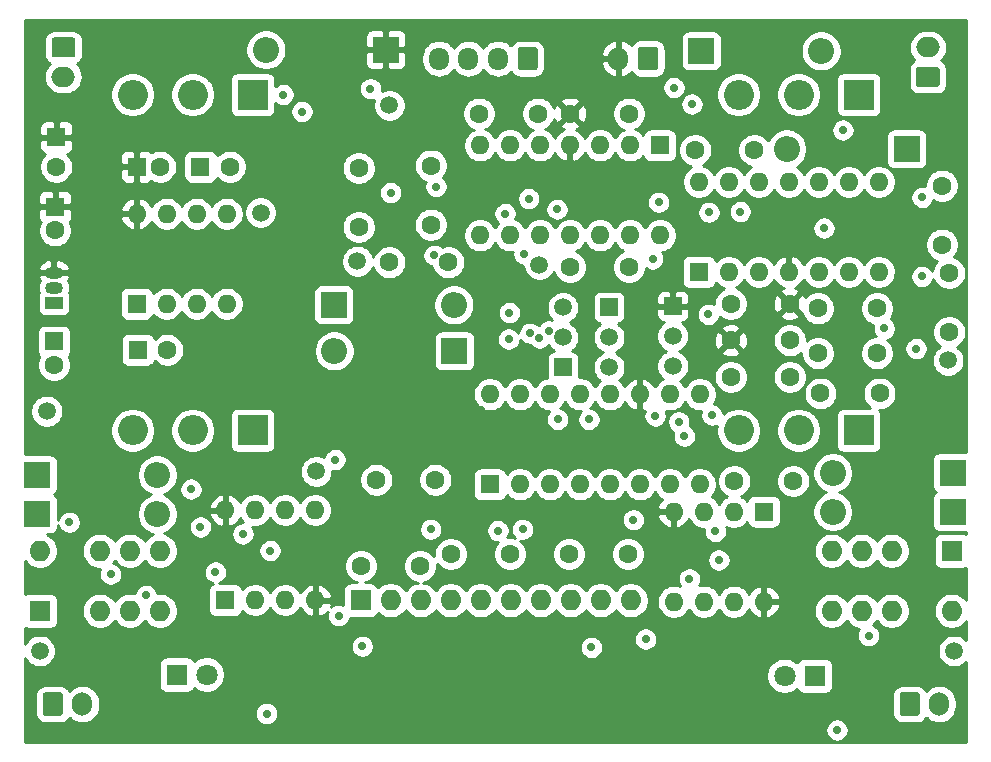
<source format=gbr>
G04 #@! TF.GenerationSoftware,KiCad,Pcbnew,(5.1.5-0-10_14)*
G04 #@! TF.CreationDate,2021-09-10T16:38:47+02:00*
G04 #@! TF.ProjectId,ms20verb,6d733230-7665-4726-922e-6b696361645f,rev?*
G04 #@! TF.SameCoordinates,Original*
G04 #@! TF.FileFunction,Copper,L3,Inr*
G04 #@! TF.FilePolarity,Positive*
%FSLAX46Y46*%
G04 Gerber Fmt 4.6, Leading zero omitted, Abs format (unit mm)*
G04 Created by KiCad (PCBNEW (5.1.5-0-10_14)) date 2021-09-10 16:38:47*
%MOMM*%
%LPD*%
G04 APERTURE LIST*
%ADD10R,1.500000X1.500000*%
%ADD11C,1.500000*%
%ADD12R,2.200000X2.200000*%
%ADD13O,2.200000X2.200000*%
%ADD14C,1.600000*%
%ADD15O,1.700000X2.000000*%
%ADD16C,0.100000*%
%ADD17O,1.700000X1.950000*%
%ADD18O,2.000000X1.700000*%
%ADD19O,2.540000X2.540000*%
%ADD20R,2.540000X2.540000*%
%ADD21R,1.600000X1.600000*%
%ADD22O,1.778000X1.778000*%
%ADD23R,1.778000X1.778000*%
%ADD24O,1.500000X1.050000*%
%ADD25R,1.500000X1.050000*%
%ADD26O,1.600000X1.600000*%
%ADD27C,1.800000*%
%ADD28R,1.800000X1.800000*%
%ADD29C,0.700000*%
%ADD30C,0.254000*%
G04 APERTURE END LIST*
D10*
X115000000Y-97900000D03*
D11*
X115000000Y-102980000D03*
X115000000Y-100440000D03*
D12*
X90700000Y-76200000D03*
D13*
X80540000Y-76200000D03*
D14*
X120200000Y-112700000D03*
X125200000Y-112700000D03*
X94900000Y-112600000D03*
X89900000Y-112600000D03*
X111300000Y-81600000D03*
X106300000Y-81600000D03*
D15*
X137550000Y-131600000D03*
G04 #@! TA.AperFunction,ViaPad*
D16*
G36*
X135674504Y-130601204D02*
G01*
X135698773Y-130604804D01*
X135722571Y-130610765D01*
X135745671Y-130619030D01*
X135767849Y-130629520D01*
X135788893Y-130642133D01*
X135808598Y-130656747D01*
X135826777Y-130673223D01*
X135843253Y-130691402D01*
X135857867Y-130711107D01*
X135870480Y-130732151D01*
X135880970Y-130754329D01*
X135889235Y-130777429D01*
X135895196Y-130801227D01*
X135898796Y-130825496D01*
X135900000Y-130850000D01*
X135900000Y-132350000D01*
X135898796Y-132374504D01*
X135895196Y-132398773D01*
X135889235Y-132422571D01*
X135880970Y-132445671D01*
X135870480Y-132467849D01*
X135857867Y-132488893D01*
X135843253Y-132508598D01*
X135826777Y-132526777D01*
X135808598Y-132543253D01*
X135788893Y-132557867D01*
X135767849Y-132570480D01*
X135745671Y-132580970D01*
X135722571Y-132589235D01*
X135698773Y-132595196D01*
X135674504Y-132598796D01*
X135650000Y-132600000D01*
X134450000Y-132600000D01*
X134425496Y-132598796D01*
X134401227Y-132595196D01*
X134377429Y-132589235D01*
X134354329Y-132580970D01*
X134332151Y-132570480D01*
X134311107Y-132557867D01*
X134291402Y-132543253D01*
X134273223Y-132526777D01*
X134256747Y-132508598D01*
X134242133Y-132488893D01*
X134229520Y-132467849D01*
X134219030Y-132445671D01*
X134210765Y-132422571D01*
X134204804Y-132398773D01*
X134201204Y-132374504D01*
X134200000Y-132350000D01*
X134200000Y-130850000D01*
X134201204Y-130825496D01*
X134204804Y-130801227D01*
X134210765Y-130777429D01*
X134219030Y-130754329D01*
X134229520Y-130732151D01*
X134242133Y-130711107D01*
X134256747Y-130691402D01*
X134273223Y-130673223D01*
X134291402Y-130656747D01*
X134311107Y-130642133D01*
X134332151Y-130629520D01*
X134354329Y-130619030D01*
X134377429Y-130610765D01*
X134401227Y-130604804D01*
X134425496Y-130601204D01*
X134450000Y-130600000D01*
X135650000Y-130600000D01*
X135674504Y-130601204D01*
G37*
G04 #@! TD.AperFunction*
D11*
X138800000Y-127100000D03*
G04 #@! TA.AperFunction,ViaPad*
D16*
G36*
X63124504Y-130601204D02*
G01*
X63148773Y-130604804D01*
X63172571Y-130610765D01*
X63195671Y-130619030D01*
X63217849Y-130629520D01*
X63238893Y-130642133D01*
X63258598Y-130656747D01*
X63276777Y-130673223D01*
X63293253Y-130691402D01*
X63307867Y-130711107D01*
X63320480Y-130732151D01*
X63330970Y-130754329D01*
X63339235Y-130777429D01*
X63345196Y-130801227D01*
X63348796Y-130825496D01*
X63350000Y-130850000D01*
X63350000Y-132350000D01*
X63348796Y-132374504D01*
X63345196Y-132398773D01*
X63339235Y-132422571D01*
X63330970Y-132445671D01*
X63320480Y-132467849D01*
X63307867Y-132488893D01*
X63293253Y-132508598D01*
X63276777Y-132526777D01*
X63258598Y-132543253D01*
X63238893Y-132557867D01*
X63217849Y-132570480D01*
X63195671Y-132580970D01*
X63172571Y-132589235D01*
X63148773Y-132595196D01*
X63124504Y-132598796D01*
X63100000Y-132600000D01*
X61900000Y-132600000D01*
X61875496Y-132598796D01*
X61851227Y-132595196D01*
X61827429Y-132589235D01*
X61804329Y-132580970D01*
X61782151Y-132570480D01*
X61761107Y-132557867D01*
X61741402Y-132543253D01*
X61723223Y-132526777D01*
X61706747Y-132508598D01*
X61692133Y-132488893D01*
X61679520Y-132467849D01*
X61669030Y-132445671D01*
X61660765Y-132422571D01*
X61654804Y-132398773D01*
X61651204Y-132374504D01*
X61650000Y-132350000D01*
X61650000Y-130850000D01*
X61651204Y-130825496D01*
X61654804Y-130801227D01*
X61660765Y-130777429D01*
X61669030Y-130754329D01*
X61679520Y-130732151D01*
X61692133Y-130711107D01*
X61706747Y-130691402D01*
X61723223Y-130673223D01*
X61741402Y-130656747D01*
X61761107Y-130642133D01*
X61782151Y-130629520D01*
X61804329Y-130619030D01*
X61827429Y-130610765D01*
X61851227Y-130604804D01*
X61875496Y-130601204D01*
X61900000Y-130600000D01*
X63100000Y-130600000D01*
X63124504Y-130601204D01*
G37*
G04 #@! TD.AperFunction*
D15*
X65000000Y-131600000D03*
D14*
X121900000Y-84700000D03*
X116900000Y-84700000D03*
X132300000Y-101900000D03*
X127300000Y-101900000D03*
X119900000Y-97700000D03*
X124900000Y-97700000D03*
X137800000Y-92700000D03*
X137800000Y-87700000D03*
G04 #@! TA.AperFunction,ViaPad*
D16*
G36*
X103324504Y-75976204D02*
G01*
X103348773Y-75979804D01*
X103372571Y-75985765D01*
X103395671Y-75994030D01*
X103417849Y-76004520D01*
X103438893Y-76017133D01*
X103458598Y-76031747D01*
X103476777Y-76048223D01*
X103493253Y-76066402D01*
X103507867Y-76086107D01*
X103520480Y-76107151D01*
X103530970Y-76129329D01*
X103539235Y-76152429D01*
X103545196Y-76176227D01*
X103548796Y-76200496D01*
X103550000Y-76225000D01*
X103550000Y-77675000D01*
X103548796Y-77699504D01*
X103545196Y-77723773D01*
X103539235Y-77747571D01*
X103530970Y-77770671D01*
X103520480Y-77792849D01*
X103507867Y-77813893D01*
X103493253Y-77833598D01*
X103476777Y-77851777D01*
X103458598Y-77868253D01*
X103438893Y-77882867D01*
X103417849Y-77895480D01*
X103395671Y-77905970D01*
X103372571Y-77914235D01*
X103348773Y-77920196D01*
X103324504Y-77923796D01*
X103300000Y-77925000D01*
X102100000Y-77925000D01*
X102075496Y-77923796D01*
X102051227Y-77920196D01*
X102027429Y-77914235D01*
X102004329Y-77905970D01*
X101982151Y-77895480D01*
X101961107Y-77882867D01*
X101941402Y-77868253D01*
X101923223Y-77851777D01*
X101906747Y-77833598D01*
X101892133Y-77813893D01*
X101879520Y-77792849D01*
X101869030Y-77770671D01*
X101860765Y-77747571D01*
X101854804Y-77723773D01*
X101851204Y-77699504D01*
X101850000Y-77675000D01*
X101850000Y-76225000D01*
X101851204Y-76200496D01*
X101854804Y-76176227D01*
X101860765Y-76152429D01*
X101869030Y-76129329D01*
X101879520Y-76107151D01*
X101892133Y-76086107D01*
X101906747Y-76066402D01*
X101923223Y-76048223D01*
X101941402Y-76031747D01*
X101961107Y-76017133D01*
X101982151Y-76004520D01*
X102004329Y-75994030D01*
X102027429Y-75985765D01*
X102051227Y-75979804D01*
X102075496Y-75976204D01*
X102100000Y-75975000D01*
X103300000Y-75975000D01*
X103324504Y-75976204D01*
G37*
G04 #@! TD.AperFunction*
D17*
X100200000Y-76950000D03*
X97700000Y-76950000D03*
X95200000Y-76950000D03*
G04 #@! TA.AperFunction,ViaPad*
D16*
G36*
X113524504Y-75951204D02*
G01*
X113548773Y-75954804D01*
X113572571Y-75960765D01*
X113595671Y-75969030D01*
X113617849Y-75979520D01*
X113638893Y-75992133D01*
X113658598Y-76006747D01*
X113676777Y-76023223D01*
X113693253Y-76041402D01*
X113707867Y-76061107D01*
X113720480Y-76082151D01*
X113730970Y-76104329D01*
X113739235Y-76127429D01*
X113745196Y-76151227D01*
X113748796Y-76175496D01*
X113750000Y-76200000D01*
X113750000Y-77700000D01*
X113748796Y-77724504D01*
X113745196Y-77748773D01*
X113739235Y-77772571D01*
X113730970Y-77795671D01*
X113720480Y-77817849D01*
X113707867Y-77838893D01*
X113693253Y-77858598D01*
X113676777Y-77876777D01*
X113658598Y-77893253D01*
X113638893Y-77907867D01*
X113617849Y-77920480D01*
X113595671Y-77930970D01*
X113572571Y-77939235D01*
X113548773Y-77945196D01*
X113524504Y-77948796D01*
X113500000Y-77950000D01*
X112300000Y-77950000D01*
X112275496Y-77948796D01*
X112251227Y-77945196D01*
X112227429Y-77939235D01*
X112204329Y-77930970D01*
X112182151Y-77920480D01*
X112161107Y-77907867D01*
X112141402Y-77893253D01*
X112123223Y-77876777D01*
X112106747Y-77858598D01*
X112092133Y-77838893D01*
X112079520Y-77817849D01*
X112069030Y-77795671D01*
X112060765Y-77772571D01*
X112054804Y-77748773D01*
X112051204Y-77724504D01*
X112050000Y-77700000D01*
X112050000Y-76200000D01*
X112051204Y-76175496D01*
X112054804Y-76151227D01*
X112060765Y-76127429D01*
X112069030Y-76104329D01*
X112079520Y-76082151D01*
X112092133Y-76061107D01*
X112106747Y-76041402D01*
X112123223Y-76023223D01*
X112141402Y-76006747D01*
X112161107Y-75992133D01*
X112182151Y-75979520D01*
X112204329Y-75969030D01*
X112227429Y-75960765D01*
X112251227Y-75954804D01*
X112275496Y-75951204D01*
X112300000Y-75950000D01*
X113500000Y-75950000D01*
X113524504Y-75951204D01*
G37*
G04 #@! TD.AperFunction*
D15*
X110400000Y-76950000D03*
G04 #@! TA.AperFunction,ViaPad*
D16*
G36*
X64174504Y-75151204D02*
G01*
X64198773Y-75154804D01*
X64222571Y-75160765D01*
X64245671Y-75169030D01*
X64267849Y-75179520D01*
X64288893Y-75192133D01*
X64308598Y-75206747D01*
X64326777Y-75223223D01*
X64343253Y-75241402D01*
X64357867Y-75261107D01*
X64370480Y-75282151D01*
X64380970Y-75304329D01*
X64389235Y-75327429D01*
X64395196Y-75351227D01*
X64398796Y-75375496D01*
X64400000Y-75400000D01*
X64400000Y-76600000D01*
X64398796Y-76624504D01*
X64395196Y-76648773D01*
X64389235Y-76672571D01*
X64380970Y-76695671D01*
X64370480Y-76717849D01*
X64357867Y-76738893D01*
X64343253Y-76758598D01*
X64326777Y-76776777D01*
X64308598Y-76793253D01*
X64288893Y-76807867D01*
X64267849Y-76820480D01*
X64245671Y-76830970D01*
X64222571Y-76839235D01*
X64198773Y-76845196D01*
X64174504Y-76848796D01*
X64150000Y-76850000D01*
X62650000Y-76850000D01*
X62625496Y-76848796D01*
X62601227Y-76845196D01*
X62577429Y-76839235D01*
X62554329Y-76830970D01*
X62532151Y-76820480D01*
X62511107Y-76807867D01*
X62491402Y-76793253D01*
X62473223Y-76776777D01*
X62456747Y-76758598D01*
X62442133Y-76738893D01*
X62429520Y-76717849D01*
X62419030Y-76695671D01*
X62410765Y-76672571D01*
X62404804Y-76648773D01*
X62401204Y-76624504D01*
X62400000Y-76600000D01*
X62400000Y-75400000D01*
X62401204Y-75375496D01*
X62404804Y-75351227D01*
X62410765Y-75327429D01*
X62419030Y-75304329D01*
X62429520Y-75282151D01*
X62442133Y-75261107D01*
X62456747Y-75241402D01*
X62473223Y-75223223D01*
X62491402Y-75206747D01*
X62511107Y-75192133D01*
X62532151Y-75179520D01*
X62554329Y-75169030D01*
X62577429Y-75160765D01*
X62601227Y-75154804D01*
X62625496Y-75151204D01*
X62650000Y-75150000D01*
X64150000Y-75150000D01*
X64174504Y-75151204D01*
G37*
G04 #@! TD.AperFunction*
D18*
X63400000Y-78500000D03*
D19*
X120580000Y-108420000D03*
X125660000Y-108420000D03*
D20*
X130740000Y-108420000D03*
D14*
X124900000Y-100800000D03*
X119900000Y-100800000D03*
X132500000Y-105300000D03*
X127500000Y-105300000D03*
X103600000Y-81600000D03*
X98600000Y-81600000D03*
D18*
X136600000Y-76000000D03*
G04 #@! TA.AperFunction,ViaPad*
D16*
G36*
X137374504Y-77651204D02*
G01*
X137398773Y-77654804D01*
X137422571Y-77660765D01*
X137445671Y-77669030D01*
X137467849Y-77679520D01*
X137488893Y-77692133D01*
X137508598Y-77706747D01*
X137526777Y-77723223D01*
X137543253Y-77741402D01*
X137557867Y-77761107D01*
X137570480Y-77782151D01*
X137580970Y-77804329D01*
X137589235Y-77827429D01*
X137595196Y-77851227D01*
X137598796Y-77875496D01*
X137600000Y-77900000D01*
X137600000Y-79100000D01*
X137598796Y-79124504D01*
X137595196Y-79148773D01*
X137589235Y-79172571D01*
X137580970Y-79195671D01*
X137570480Y-79217849D01*
X137557867Y-79238893D01*
X137543253Y-79258598D01*
X137526777Y-79276777D01*
X137508598Y-79293253D01*
X137488893Y-79307867D01*
X137467849Y-79320480D01*
X137445671Y-79330970D01*
X137422571Y-79339235D01*
X137398773Y-79345196D01*
X137374504Y-79348796D01*
X137350000Y-79350000D01*
X135850000Y-79350000D01*
X135825496Y-79348796D01*
X135801227Y-79345196D01*
X135777429Y-79339235D01*
X135754329Y-79330970D01*
X135732151Y-79320480D01*
X135711107Y-79307867D01*
X135691402Y-79293253D01*
X135673223Y-79276777D01*
X135656747Y-79258598D01*
X135642133Y-79238893D01*
X135629520Y-79217849D01*
X135619030Y-79195671D01*
X135610765Y-79172571D01*
X135604804Y-79148773D01*
X135601204Y-79124504D01*
X135600000Y-79100000D01*
X135600000Y-77900000D01*
X135601204Y-77875496D01*
X135604804Y-77851227D01*
X135610765Y-77827429D01*
X135619030Y-77804329D01*
X135629520Y-77782151D01*
X135642133Y-77761107D01*
X135656747Y-77741402D01*
X135673223Y-77723223D01*
X135691402Y-77706747D01*
X135711107Y-77692133D01*
X135732151Y-77679520D01*
X135754329Y-77669030D01*
X135777429Y-77660765D01*
X135801227Y-77654804D01*
X135825496Y-77651204D01*
X135850000Y-77650000D01*
X137350000Y-77650000D01*
X137374504Y-77651204D01*
G37*
G04 #@! TD.AperFunction*
D19*
X69260000Y-108420000D03*
X74340000Y-108420000D03*
D20*
X79420000Y-108420000D03*
D14*
X96000000Y-94200000D03*
X91000000Y-94200000D03*
X132300000Y-98100000D03*
X127300000Y-98100000D03*
X94500000Y-86000000D03*
X94500000Y-91000000D03*
X106300000Y-94600000D03*
X111300000Y-94600000D03*
D21*
X62800000Y-83600000D03*
D14*
X62800000Y-86100000D03*
D13*
X86340000Y-101700000D03*
D12*
X96500000Y-101700000D03*
D13*
X96460000Y-97800000D03*
D12*
X86300000Y-97800000D03*
D13*
X127560000Y-76300000D03*
D12*
X117400000Y-76300000D03*
D13*
X124640000Y-84600000D03*
D12*
X134800000Y-84600000D03*
D22*
X138600000Y-123700000D03*
X133520000Y-123700000D03*
X130980000Y-123700000D03*
X128440000Y-123700000D03*
X128440000Y-118620000D03*
X130980000Y-118620000D03*
X133520000Y-118620000D03*
D23*
X138600000Y-118620000D03*
D22*
X61400000Y-118620000D03*
X66480000Y-118620000D03*
X69020000Y-118620000D03*
X71560000Y-118620000D03*
X71560000Y-123700000D03*
X69020000Y-123700000D03*
X66480000Y-123700000D03*
D23*
X61400000Y-123700000D03*
D10*
X109600000Y-98000000D03*
D11*
X109600000Y-103080000D03*
X109600000Y-100540000D03*
D10*
X105700000Y-103100000D03*
D11*
X105700000Y-98020000D03*
X105700000Y-100560000D03*
X91000000Y-80900000D03*
D24*
X62600000Y-96330000D03*
X62600000Y-95060000D03*
D25*
X62600000Y-97600000D03*
D14*
X138400000Y-100100000D03*
X138400000Y-95100000D03*
X119900000Y-103900000D03*
X124900000Y-103900000D03*
D26*
X113900000Y-91920000D03*
X98660000Y-84300000D03*
X111360000Y-91920000D03*
X101200000Y-84300000D03*
X108820000Y-91920000D03*
X103740000Y-84300000D03*
X106280000Y-91920000D03*
X106280000Y-84300000D03*
X103740000Y-91920000D03*
X108820000Y-84300000D03*
X101200000Y-91920000D03*
X111360000Y-84300000D03*
X98660000Y-91920000D03*
D21*
X113900000Y-84300000D03*
D26*
X117200000Y-87380000D03*
X132440000Y-95000000D03*
X119740000Y-87380000D03*
X129900000Y-95000000D03*
X122280000Y-87380000D03*
X127360000Y-95000000D03*
X124820000Y-87380000D03*
X124820000Y-95000000D03*
X127360000Y-87380000D03*
X122280000Y-95000000D03*
X129900000Y-87380000D03*
X119740000Y-95000000D03*
X132440000Y-87380000D03*
D21*
X117200000Y-95000000D03*
D26*
X99500000Y-105380000D03*
X117280000Y-113000000D03*
X102040000Y-105380000D03*
X114740000Y-113000000D03*
X104580000Y-105380000D03*
X112200000Y-113000000D03*
X107120000Y-105380000D03*
X109660000Y-113000000D03*
X109660000Y-105380000D03*
X107120000Y-113000000D03*
X112200000Y-105380000D03*
X104580000Y-113000000D03*
X114740000Y-105380000D03*
X102040000Y-113000000D03*
X117280000Y-105380000D03*
D21*
X99500000Y-113000000D03*
X69600000Y-97700000D03*
D26*
X77220000Y-90080000D03*
X72140000Y-97700000D03*
X74680000Y-90080000D03*
X74680000Y-97700000D03*
X72140000Y-90080000D03*
X77220000Y-97700000D03*
X69600000Y-90080000D03*
X77100000Y-115180000D03*
X84720000Y-122800000D03*
X79640000Y-115180000D03*
X82180000Y-122800000D03*
X82180000Y-115180000D03*
X79640000Y-122800000D03*
X84720000Y-115180000D03*
D21*
X77100000Y-122800000D03*
D26*
X122700000Y-122920000D03*
X115080000Y-115300000D03*
X120160000Y-122920000D03*
X117620000Y-115300000D03*
X117620000Y-122920000D03*
X120160000Y-115300000D03*
X115080000Y-122920000D03*
D21*
X122700000Y-115300000D03*
D11*
X80100000Y-90000000D03*
X62000000Y-106800000D03*
X84800000Y-111900000D03*
X88300000Y-94100000D03*
X61400000Y-127100000D03*
X103700000Y-94400000D03*
X138300000Y-102500000D03*
D23*
X88570000Y-122825000D03*
D22*
X91110000Y-122825000D03*
X93650000Y-122825000D03*
X96190000Y-122825000D03*
X98730000Y-122825000D03*
X101270000Y-122825000D03*
X103810000Y-122825000D03*
X106350000Y-122825000D03*
X108890000Y-122825000D03*
X111430000Y-122825000D03*
D13*
X71360000Y-112200000D03*
D12*
X61200000Y-112200000D03*
D27*
X75540000Y-129100000D03*
D28*
X73000000Y-129100000D03*
D13*
X71360000Y-115500000D03*
D12*
X61200000Y-115500000D03*
D27*
X124460000Y-129200000D03*
D28*
X127000000Y-129200000D03*
D13*
X128540000Y-115300000D03*
D12*
X138700000Y-115300000D03*
D13*
X128540000Y-112000000D03*
D12*
X138700000Y-112000000D03*
D21*
X75000000Y-86100000D03*
D14*
X77500000Y-86100000D03*
D21*
X62600000Y-100900000D03*
D14*
X62600000Y-102900000D03*
D21*
X69700000Y-101600000D03*
D14*
X72200000Y-101600000D03*
D21*
X62700000Y-89500000D03*
D14*
X62700000Y-91500000D03*
D21*
X69600000Y-86100000D03*
D14*
X71600000Y-86100000D03*
X93600000Y-119900000D03*
X88600000Y-119900000D03*
X88400000Y-86200000D03*
X88400000Y-91200000D03*
X111200000Y-118900000D03*
X106200000Y-118900000D03*
X96200000Y-118900000D03*
X101200000Y-118900000D03*
D20*
X130740000Y-80000000D03*
D19*
X125660000Y-80000000D03*
X120580000Y-80000000D03*
X69260000Y-80000000D03*
X74340000Y-80000000D03*
D20*
X79420000Y-80000000D03*
D29*
X76275025Y-120424975D03*
X78600000Y-117200000D03*
X135600000Y-101500000D03*
X91100000Y-88300000D03*
X105246416Y-107501037D03*
X107900000Y-107500000D03*
X115500000Y-107700000D03*
X86400000Y-110900000D03*
X129400000Y-83000000D03*
X89400000Y-79500000D03*
X118316551Y-107134076D03*
X128900000Y-133800000D03*
X80600000Y-132400000D03*
X70400000Y-122400000D03*
X102900000Y-100200000D03*
X102800000Y-88800000D03*
X118000000Y-98600000D03*
X113305025Y-93905025D03*
X136094975Y-95394975D03*
X136099996Y-88700000D03*
X113792525Y-89107475D03*
X105194975Y-89694975D03*
X100800000Y-90069999D03*
X94790660Y-93599999D03*
X98784203Y-106705470D03*
X103200000Y-108900000D03*
X116615010Y-80800000D03*
X118055025Y-89955025D03*
X103704986Y-100602493D03*
X120700000Y-89899990D03*
X75000000Y-116600000D03*
X74200000Y-113400006D03*
X111655759Y-115993217D03*
X118900000Y-119400000D03*
X118600000Y-116979979D03*
X94500000Y-116799999D03*
X86700000Y-124100000D03*
X88700000Y-126700000D03*
X131580999Y-125800000D03*
X80900000Y-118600000D03*
X116400000Y-121000000D03*
X112700000Y-126100000D03*
X108100000Y-126800000D03*
X102282530Y-116800000D03*
X100190024Y-116909976D03*
X63900000Y-116200000D03*
X83600000Y-81430000D03*
X82000000Y-80000000D03*
X67400000Y-120600000D03*
X104500000Y-100009999D03*
X102400006Y-93500000D03*
X101160363Y-98455056D03*
X101100000Y-100700001D03*
X115095010Y-79400000D03*
X127800000Y-91300000D03*
X94950001Y-87800000D03*
X113500000Y-107200000D03*
X132900000Y-99800000D03*
X115973775Y-108926225D03*
D30*
G36*
X139840001Y-76467581D02*
G01*
X139840000Y-110265868D01*
X139800000Y-110261928D01*
X137600000Y-110261928D01*
X137475518Y-110274188D01*
X137355820Y-110310498D01*
X137245506Y-110369463D01*
X137148815Y-110448815D01*
X137069463Y-110545506D01*
X137010498Y-110655820D01*
X136974188Y-110775518D01*
X136961928Y-110900000D01*
X136961928Y-113100000D01*
X136974188Y-113224482D01*
X137010498Y-113344180D01*
X137069463Y-113454494D01*
X137148815Y-113551185D01*
X137245506Y-113630537D01*
X137281918Y-113650000D01*
X137245506Y-113669463D01*
X137148815Y-113748815D01*
X137069463Y-113845506D01*
X137010498Y-113955820D01*
X136974188Y-114075518D01*
X136961928Y-114200000D01*
X136961928Y-116400000D01*
X136974188Y-116524482D01*
X137010498Y-116644180D01*
X137069463Y-116754494D01*
X137148815Y-116851185D01*
X137245506Y-116930537D01*
X137355820Y-116989502D01*
X137475518Y-117025812D01*
X137600000Y-117038072D01*
X139800000Y-117038072D01*
X139840000Y-117034132D01*
X139840000Y-117198596D01*
X139733180Y-117141498D01*
X139613482Y-117105188D01*
X139489000Y-117092928D01*
X137711000Y-117092928D01*
X137586518Y-117105188D01*
X137466820Y-117141498D01*
X137356506Y-117200463D01*
X137259815Y-117279815D01*
X137180463Y-117376506D01*
X137121498Y-117486820D01*
X137085188Y-117606518D01*
X137072928Y-117731000D01*
X137072928Y-119509000D01*
X137085188Y-119633482D01*
X137121498Y-119753180D01*
X137180463Y-119863494D01*
X137259815Y-119960185D01*
X137356506Y-120039537D01*
X137466820Y-120098502D01*
X137586518Y-120134812D01*
X137711000Y-120147072D01*
X139489000Y-120147072D01*
X139613482Y-120134812D01*
X139733180Y-120098502D01*
X139840000Y-120041404D01*
X139840000Y-122812664D01*
X139783768Y-122728507D01*
X139571493Y-122516232D01*
X139321885Y-122349449D01*
X139044534Y-122234566D01*
X138750101Y-122176000D01*
X138449899Y-122176000D01*
X138155466Y-122234566D01*
X137878115Y-122349449D01*
X137628507Y-122516232D01*
X137416232Y-122728507D01*
X137249449Y-122978115D01*
X137134566Y-123255466D01*
X137076000Y-123549899D01*
X137076000Y-123850101D01*
X137134566Y-124144534D01*
X137249449Y-124421885D01*
X137416232Y-124671493D01*
X137628507Y-124883768D01*
X137878115Y-125050551D01*
X138155466Y-125165434D01*
X138449899Y-125224000D01*
X138750101Y-125224000D01*
X139044534Y-125165434D01*
X139321885Y-125050551D01*
X139571493Y-124883768D01*
X139783768Y-124671493D01*
X139840000Y-124587336D01*
X139840000Y-126181315D01*
X139682886Y-126024201D01*
X139456043Y-125872629D01*
X139203989Y-125768225D01*
X138936411Y-125715000D01*
X138663589Y-125715000D01*
X138396011Y-125768225D01*
X138143957Y-125872629D01*
X137917114Y-126024201D01*
X137724201Y-126217114D01*
X137572629Y-126443957D01*
X137468225Y-126696011D01*
X137415000Y-126963589D01*
X137415000Y-127236411D01*
X137468225Y-127503989D01*
X137572629Y-127756043D01*
X137724201Y-127982886D01*
X137917114Y-128175799D01*
X138143957Y-128327371D01*
X138396011Y-128431775D01*
X138663589Y-128485000D01*
X138936411Y-128485000D01*
X139203989Y-128431775D01*
X139456043Y-128327371D01*
X139682886Y-128175799D01*
X139840000Y-128018685D01*
X139840000Y-134840000D01*
X60160000Y-134840000D01*
X60160000Y-133702986D01*
X127915000Y-133702986D01*
X127915000Y-133897014D01*
X127952853Y-134087314D01*
X128027104Y-134266572D01*
X128134901Y-134427901D01*
X128272099Y-134565099D01*
X128433428Y-134672896D01*
X128612686Y-134747147D01*
X128802986Y-134785000D01*
X128997014Y-134785000D01*
X129187314Y-134747147D01*
X129366572Y-134672896D01*
X129527901Y-134565099D01*
X129665099Y-134427901D01*
X129772896Y-134266572D01*
X129847147Y-134087314D01*
X129885000Y-133897014D01*
X129885000Y-133702986D01*
X129847147Y-133512686D01*
X129772896Y-133333428D01*
X129665099Y-133172099D01*
X129527901Y-133034901D01*
X129366572Y-132927104D01*
X129187314Y-132852853D01*
X128997014Y-132815000D01*
X128802986Y-132815000D01*
X128612686Y-132852853D01*
X128433428Y-132927104D01*
X128272099Y-133034901D01*
X128134901Y-133172099D01*
X128027104Y-133333428D01*
X127952853Y-133512686D01*
X127915000Y-133702986D01*
X60160000Y-133702986D01*
X60160000Y-130850000D01*
X61011928Y-130850000D01*
X61011928Y-132350000D01*
X61028992Y-132523254D01*
X61079528Y-132689850D01*
X61161595Y-132843386D01*
X61272038Y-132977962D01*
X61406614Y-133088405D01*
X61560150Y-133170472D01*
X61726746Y-133221008D01*
X61900000Y-133238072D01*
X63100000Y-133238072D01*
X63273254Y-133221008D01*
X63439850Y-133170472D01*
X63593386Y-133088405D01*
X63727962Y-132977962D01*
X63838405Y-132843386D01*
X63892777Y-132741663D01*
X63944866Y-132805134D01*
X64170987Y-132990706D01*
X64428967Y-133128599D01*
X64708890Y-133213513D01*
X65000000Y-133242185D01*
X65291111Y-133213513D01*
X65571034Y-133128599D01*
X65829014Y-132990706D01*
X66055134Y-132805134D01*
X66240706Y-132579014D01*
X66378599Y-132321033D01*
X66384073Y-132302986D01*
X79615000Y-132302986D01*
X79615000Y-132497014D01*
X79652853Y-132687314D01*
X79727104Y-132866572D01*
X79834901Y-133027901D01*
X79972099Y-133165099D01*
X80133428Y-133272896D01*
X80312686Y-133347147D01*
X80502986Y-133385000D01*
X80697014Y-133385000D01*
X80887314Y-133347147D01*
X81066572Y-133272896D01*
X81227901Y-133165099D01*
X81365099Y-133027901D01*
X81472896Y-132866572D01*
X81547147Y-132687314D01*
X81585000Y-132497014D01*
X81585000Y-132302986D01*
X81547147Y-132112686D01*
X81472896Y-131933428D01*
X81365099Y-131772099D01*
X81227901Y-131634901D01*
X81066572Y-131527104D01*
X80887314Y-131452853D01*
X80697014Y-131415000D01*
X80502986Y-131415000D01*
X80312686Y-131452853D01*
X80133428Y-131527104D01*
X79972099Y-131634901D01*
X79834901Y-131772099D01*
X79727104Y-131933428D01*
X79652853Y-132112686D01*
X79615000Y-132302986D01*
X66384073Y-132302986D01*
X66463513Y-132041110D01*
X66485000Y-131822949D01*
X66485000Y-131377050D01*
X66463513Y-131158889D01*
X66378599Y-130878966D01*
X66363117Y-130850000D01*
X133561928Y-130850000D01*
X133561928Y-132350000D01*
X133578992Y-132523254D01*
X133629528Y-132689850D01*
X133711595Y-132843386D01*
X133822038Y-132977962D01*
X133956614Y-133088405D01*
X134110150Y-133170472D01*
X134276746Y-133221008D01*
X134450000Y-133238072D01*
X135650000Y-133238072D01*
X135823254Y-133221008D01*
X135989850Y-133170472D01*
X136143386Y-133088405D01*
X136277962Y-132977962D01*
X136388405Y-132843386D01*
X136442777Y-132741663D01*
X136494866Y-132805134D01*
X136720987Y-132990706D01*
X136978967Y-133128599D01*
X137258890Y-133213513D01*
X137550000Y-133242185D01*
X137841111Y-133213513D01*
X138121034Y-133128599D01*
X138379014Y-132990706D01*
X138605134Y-132805134D01*
X138790706Y-132579014D01*
X138928599Y-132321033D01*
X139013513Y-132041110D01*
X139035000Y-131822949D01*
X139035000Y-131377050D01*
X139013513Y-131158889D01*
X138928599Y-130878966D01*
X138790706Y-130620986D01*
X138605134Y-130394866D01*
X138379013Y-130209294D01*
X138121033Y-130071401D01*
X137841110Y-129986487D01*
X137550000Y-129957815D01*
X137258889Y-129986487D01*
X136978966Y-130071401D01*
X136720986Y-130209294D01*
X136494866Y-130394866D01*
X136442777Y-130458337D01*
X136388405Y-130356614D01*
X136277962Y-130222038D01*
X136143386Y-130111595D01*
X135989850Y-130029528D01*
X135823254Y-129978992D01*
X135650000Y-129961928D01*
X134450000Y-129961928D01*
X134276746Y-129978992D01*
X134110150Y-130029528D01*
X133956614Y-130111595D01*
X133822038Y-130222038D01*
X133711595Y-130356614D01*
X133629528Y-130510150D01*
X133578992Y-130676746D01*
X133561928Y-130850000D01*
X66363117Y-130850000D01*
X66240706Y-130620986D01*
X66055134Y-130394866D01*
X65829013Y-130209294D01*
X65571033Y-130071401D01*
X65291110Y-129986487D01*
X65000000Y-129957815D01*
X64708889Y-129986487D01*
X64428966Y-130071401D01*
X64170986Y-130209294D01*
X63944866Y-130394866D01*
X63892777Y-130458337D01*
X63838405Y-130356614D01*
X63727962Y-130222038D01*
X63593386Y-130111595D01*
X63439850Y-130029528D01*
X63273254Y-129978992D01*
X63100000Y-129961928D01*
X61900000Y-129961928D01*
X61726746Y-129978992D01*
X61560150Y-130029528D01*
X61406614Y-130111595D01*
X61272038Y-130222038D01*
X61161595Y-130356614D01*
X61079528Y-130510150D01*
X61028992Y-130676746D01*
X61011928Y-130850000D01*
X60160000Y-130850000D01*
X60160000Y-127725554D01*
X60172629Y-127756043D01*
X60324201Y-127982886D01*
X60517114Y-128175799D01*
X60743957Y-128327371D01*
X60996011Y-128431775D01*
X61263589Y-128485000D01*
X61536411Y-128485000D01*
X61803989Y-128431775D01*
X62056043Y-128327371D01*
X62246666Y-128200000D01*
X71461928Y-128200000D01*
X71461928Y-130000000D01*
X71474188Y-130124482D01*
X71510498Y-130244180D01*
X71569463Y-130354494D01*
X71648815Y-130451185D01*
X71745506Y-130530537D01*
X71855820Y-130589502D01*
X71975518Y-130625812D01*
X72100000Y-130638072D01*
X73900000Y-130638072D01*
X74024482Y-130625812D01*
X74144180Y-130589502D01*
X74254494Y-130530537D01*
X74351185Y-130451185D01*
X74430537Y-130354494D01*
X74489502Y-130244180D01*
X74495056Y-130225873D01*
X74561495Y-130292312D01*
X74812905Y-130460299D01*
X75092257Y-130576011D01*
X75388816Y-130635000D01*
X75691184Y-130635000D01*
X75987743Y-130576011D01*
X76267095Y-130460299D01*
X76518505Y-130292312D01*
X76732312Y-130078505D01*
X76900299Y-129827095D01*
X77016011Y-129547743D01*
X77075000Y-129251184D01*
X77075000Y-129048816D01*
X122925000Y-129048816D01*
X122925000Y-129351184D01*
X122983989Y-129647743D01*
X123099701Y-129927095D01*
X123267688Y-130178505D01*
X123481495Y-130392312D01*
X123732905Y-130560299D01*
X124012257Y-130676011D01*
X124308816Y-130735000D01*
X124611184Y-130735000D01*
X124907743Y-130676011D01*
X125187095Y-130560299D01*
X125438505Y-130392312D01*
X125504944Y-130325873D01*
X125510498Y-130344180D01*
X125569463Y-130454494D01*
X125648815Y-130551185D01*
X125745506Y-130630537D01*
X125855820Y-130689502D01*
X125975518Y-130725812D01*
X126100000Y-130738072D01*
X127900000Y-130738072D01*
X128024482Y-130725812D01*
X128144180Y-130689502D01*
X128254494Y-130630537D01*
X128351185Y-130551185D01*
X128430537Y-130454494D01*
X128489502Y-130344180D01*
X128525812Y-130224482D01*
X128538072Y-130100000D01*
X128538072Y-128300000D01*
X128525812Y-128175518D01*
X128489502Y-128055820D01*
X128430537Y-127945506D01*
X128351185Y-127848815D01*
X128254494Y-127769463D01*
X128144180Y-127710498D01*
X128024482Y-127674188D01*
X127900000Y-127661928D01*
X126100000Y-127661928D01*
X125975518Y-127674188D01*
X125855820Y-127710498D01*
X125745506Y-127769463D01*
X125648815Y-127848815D01*
X125569463Y-127945506D01*
X125510498Y-128055820D01*
X125504944Y-128074127D01*
X125438505Y-128007688D01*
X125187095Y-127839701D01*
X124907743Y-127723989D01*
X124611184Y-127665000D01*
X124308816Y-127665000D01*
X124012257Y-127723989D01*
X123732905Y-127839701D01*
X123481495Y-128007688D01*
X123267688Y-128221495D01*
X123099701Y-128472905D01*
X122983989Y-128752257D01*
X122925000Y-129048816D01*
X77075000Y-129048816D01*
X77075000Y-128948816D01*
X77016011Y-128652257D01*
X76900299Y-128372905D01*
X76732312Y-128121495D01*
X76518505Y-127907688D01*
X76267095Y-127739701D01*
X75987743Y-127623989D01*
X75691184Y-127565000D01*
X75388816Y-127565000D01*
X75092257Y-127623989D01*
X74812905Y-127739701D01*
X74561495Y-127907688D01*
X74495056Y-127974127D01*
X74489502Y-127955820D01*
X74430537Y-127845506D01*
X74351185Y-127748815D01*
X74254494Y-127669463D01*
X74144180Y-127610498D01*
X74024482Y-127574188D01*
X73900000Y-127561928D01*
X72100000Y-127561928D01*
X71975518Y-127574188D01*
X71855820Y-127610498D01*
X71745506Y-127669463D01*
X71648815Y-127748815D01*
X71569463Y-127845506D01*
X71510498Y-127955820D01*
X71474188Y-128075518D01*
X71461928Y-128200000D01*
X62246666Y-128200000D01*
X62282886Y-128175799D01*
X62475799Y-127982886D01*
X62627371Y-127756043D01*
X62731775Y-127503989D01*
X62785000Y-127236411D01*
X62785000Y-126963589D01*
X62731775Y-126696011D01*
X62693243Y-126602986D01*
X87715000Y-126602986D01*
X87715000Y-126797014D01*
X87752853Y-126987314D01*
X87827104Y-127166572D01*
X87934901Y-127327901D01*
X88072099Y-127465099D01*
X88233428Y-127572896D01*
X88412686Y-127647147D01*
X88602986Y-127685000D01*
X88797014Y-127685000D01*
X88987314Y-127647147D01*
X89166572Y-127572896D01*
X89327901Y-127465099D01*
X89465099Y-127327901D01*
X89572896Y-127166572D01*
X89647147Y-126987314D01*
X89685000Y-126797014D01*
X89685000Y-126702986D01*
X107115000Y-126702986D01*
X107115000Y-126897014D01*
X107152853Y-127087314D01*
X107227104Y-127266572D01*
X107334901Y-127427901D01*
X107472099Y-127565099D01*
X107633428Y-127672896D01*
X107812686Y-127747147D01*
X108002986Y-127785000D01*
X108197014Y-127785000D01*
X108387314Y-127747147D01*
X108566572Y-127672896D01*
X108727901Y-127565099D01*
X108865099Y-127427901D01*
X108972896Y-127266572D01*
X109047147Y-127087314D01*
X109085000Y-126897014D01*
X109085000Y-126702986D01*
X109047147Y-126512686D01*
X108972896Y-126333428D01*
X108865099Y-126172099D01*
X108727901Y-126034901D01*
X108680138Y-126002986D01*
X111715000Y-126002986D01*
X111715000Y-126197014D01*
X111752853Y-126387314D01*
X111827104Y-126566572D01*
X111934901Y-126727901D01*
X112072099Y-126865099D01*
X112233428Y-126972896D01*
X112412686Y-127047147D01*
X112602986Y-127085000D01*
X112797014Y-127085000D01*
X112987314Y-127047147D01*
X113166572Y-126972896D01*
X113327901Y-126865099D01*
X113465099Y-126727901D01*
X113572896Y-126566572D01*
X113647147Y-126387314D01*
X113685000Y-126197014D01*
X113685000Y-126002986D01*
X113647147Y-125812686D01*
X113572896Y-125633428D01*
X113465099Y-125472099D01*
X113327901Y-125334901D01*
X113166572Y-125227104D01*
X112987314Y-125152853D01*
X112797014Y-125115000D01*
X112602986Y-125115000D01*
X112412686Y-125152853D01*
X112233428Y-125227104D01*
X112072099Y-125334901D01*
X111934901Y-125472099D01*
X111827104Y-125633428D01*
X111752853Y-125812686D01*
X111715000Y-126002986D01*
X108680138Y-126002986D01*
X108566572Y-125927104D01*
X108387314Y-125852853D01*
X108197014Y-125815000D01*
X108002986Y-125815000D01*
X107812686Y-125852853D01*
X107633428Y-125927104D01*
X107472099Y-126034901D01*
X107334901Y-126172099D01*
X107227104Y-126333428D01*
X107152853Y-126512686D01*
X107115000Y-126702986D01*
X89685000Y-126702986D01*
X89685000Y-126602986D01*
X89647147Y-126412686D01*
X89572896Y-126233428D01*
X89465099Y-126072099D01*
X89327901Y-125934901D01*
X89166572Y-125827104D01*
X88987314Y-125752853D01*
X88797014Y-125715000D01*
X88602986Y-125715000D01*
X88412686Y-125752853D01*
X88233428Y-125827104D01*
X88072099Y-125934901D01*
X87934901Y-126072099D01*
X87827104Y-126233428D01*
X87752853Y-126412686D01*
X87715000Y-126602986D01*
X62693243Y-126602986D01*
X62627371Y-126443957D01*
X62475799Y-126217114D01*
X62282886Y-126024201D01*
X62056043Y-125872629D01*
X61803989Y-125768225D01*
X61536411Y-125715000D01*
X61263589Y-125715000D01*
X60996011Y-125768225D01*
X60743957Y-125872629D01*
X60517114Y-126024201D01*
X60324201Y-126217114D01*
X60172629Y-126443957D01*
X60160000Y-126474446D01*
X60160000Y-125121405D01*
X60266820Y-125178502D01*
X60386518Y-125214812D01*
X60511000Y-125227072D01*
X62289000Y-125227072D01*
X62413482Y-125214812D01*
X62533180Y-125178502D01*
X62643494Y-125119537D01*
X62740185Y-125040185D01*
X62819537Y-124943494D01*
X62878502Y-124833180D01*
X62914812Y-124713482D01*
X62927072Y-124589000D01*
X62927072Y-123549899D01*
X64956000Y-123549899D01*
X64956000Y-123850101D01*
X65014566Y-124144534D01*
X65129449Y-124421885D01*
X65296232Y-124671493D01*
X65508507Y-124883768D01*
X65758115Y-125050551D01*
X66035466Y-125165434D01*
X66329899Y-125224000D01*
X66630101Y-125224000D01*
X66924534Y-125165434D01*
X67201885Y-125050551D01*
X67451493Y-124883768D01*
X67663768Y-124671493D01*
X67750000Y-124542438D01*
X67836232Y-124671493D01*
X68048507Y-124883768D01*
X68298115Y-125050551D01*
X68575466Y-125165434D01*
X68869899Y-125224000D01*
X69170101Y-125224000D01*
X69464534Y-125165434D01*
X69741885Y-125050551D01*
X69991493Y-124883768D01*
X70203768Y-124671493D01*
X70290000Y-124542438D01*
X70376232Y-124671493D01*
X70588507Y-124883768D01*
X70838115Y-125050551D01*
X71115466Y-125165434D01*
X71409899Y-125224000D01*
X71710101Y-125224000D01*
X72004534Y-125165434D01*
X72281885Y-125050551D01*
X72531493Y-124883768D01*
X72743768Y-124671493D01*
X72910551Y-124421885D01*
X73025434Y-124144534D01*
X73084000Y-123850101D01*
X73084000Y-123549899D01*
X73025434Y-123255466D01*
X72910551Y-122978115D01*
X72743768Y-122728507D01*
X72531493Y-122516232D01*
X72281885Y-122349449D01*
X72004534Y-122234566D01*
X71710101Y-122176000D01*
X71409899Y-122176000D01*
X71361650Y-122185597D01*
X71347147Y-122112686D01*
X71272896Y-121933428D01*
X71165099Y-121772099D01*
X71027901Y-121634901D01*
X70866572Y-121527104D01*
X70687314Y-121452853D01*
X70497014Y-121415000D01*
X70302986Y-121415000D01*
X70112686Y-121452853D01*
X69933428Y-121527104D01*
X69772099Y-121634901D01*
X69634901Y-121772099D01*
X69527104Y-121933428D01*
X69452853Y-122112686D01*
X69429977Y-122227692D01*
X69170101Y-122176000D01*
X68869899Y-122176000D01*
X68575466Y-122234566D01*
X68298115Y-122349449D01*
X68048507Y-122516232D01*
X67836232Y-122728507D01*
X67750000Y-122857562D01*
X67663768Y-122728507D01*
X67451493Y-122516232D01*
X67201885Y-122349449D01*
X66924534Y-122234566D01*
X66630101Y-122176000D01*
X66329899Y-122176000D01*
X66035466Y-122234566D01*
X65758115Y-122349449D01*
X65508507Y-122516232D01*
X65296232Y-122728507D01*
X65129449Y-122978115D01*
X65014566Y-123255466D01*
X64956000Y-123549899D01*
X62927072Y-123549899D01*
X62927072Y-122811000D01*
X62914812Y-122686518D01*
X62878502Y-122566820D01*
X62819537Y-122456506D01*
X62740185Y-122359815D01*
X62643494Y-122280463D01*
X62533180Y-122221498D01*
X62413482Y-122185188D01*
X62289000Y-122172928D01*
X60511000Y-122172928D01*
X60386518Y-122185188D01*
X60266820Y-122221498D01*
X60160000Y-122278595D01*
X60160000Y-119507336D01*
X60216232Y-119591493D01*
X60428507Y-119803768D01*
X60678115Y-119970551D01*
X60955466Y-120085434D01*
X61249899Y-120144000D01*
X61550101Y-120144000D01*
X61844534Y-120085434D01*
X62121885Y-119970551D01*
X62371493Y-119803768D01*
X62583768Y-119591493D01*
X62750551Y-119341885D01*
X62865434Y-119064534D01*
X62924000Y-118770101D01*
X62924000Y-118469899D01*
X64956000Y-118469899D01*
X64956000Y-118770101D01*
X65014566Y-119064534D01*
X65129449Y-119341885D01*
X65296232Y-119591493D01*
X65508507Y-119803768D01*
X65758115Y-119970551D01*
X66035466Y-120085434D01*
X66329899Y-120144000D01*
X66522725Y-120144000D01*
X66452853Y-120312686D01*
X66415000Y-120502986D01*
X66415000Y-120697014D01*
X66452853Y-120887314D01*
X66527104Y-121066572D01*
X66634901Y-121227901D01*
X66772099Y-121365099D01*
X66933428Y-121472896D01*
X67112686Y-121547147D01*
X67302986Y-121585000D01*
X67497014Y-121585000D01*
X67687314Y-121547147D01*
X67866572Y-121472896D01*
X68027901Y-121365099D01*
X68165099Y-121227901D01*
X68272896Y-121066572D01*
X68347147Y-120887314D01*
X68385000Y-120697014D01*
X68385000Y-120502986D01*
X68350186Y-120327961D01*
X75290025Y-120327961D01*
X75290025Y-120521989D01*
X75327878Y-120712289D01*
X75402129Y-120891547D01*
X75509926Y-121052876D01*
X75647124Y-121190074D01*
X75808453Y-121297871D01*
X75987711Y-121372122D01*
X76105253Y-121395503D01*
X76055820Y-121410498D01*
X75945506Y-121469463D01*
X75848815Y-121548815D01*
X75769463Y-121645506D01*
X75710498Y-121755820D01*
X75674188Y-121875518D01*
X75661928Y-122000000D01*
X75661928Y-123600000D01*
X75674188Y-123724482D01*
X75710498Y-123844180D01*
X75769463Y-123954494D01*
X75848815Y-124051185D01*
X75945506Y-124130537D01*
X76055820Y-124189502D01*
X76175518Y-124225812D01*
X76300000Y-124238072D01*
X77900000Y-124238072D01*
X78024482Y-124225812D01*
X78144180Y-124189502D01*
X78254494Y-124130537D01*
X78351185Y-124051185D01*
X78430537Y-123954494D01*
X78489502Y-123844180D01*
X78525812Y-123724482D01*
X78526643Y-123716039D01*
X78725241Y-123914637D01*
X78960273Y-124071680D01*
X79221426Y-124179853D01*
X79498665Y-124235000D01*
X79781335Y-124235000D01*
X80058574Y-124179853D01*
X80319727Y-124071680D01*
X80554759Y-123914637D01*
X80754637Y-123714759D01*
X80910000Y-123482241D01*
X81065363Y-123714759D01*
X81265241Y-123914637D01*
X81500273Y-124071680D01*
X81761426Y-124179853D01*
X82038665Y-124235000D01*
X82321335Y-124235000D01*
X82598574Y-124179853D01*
X82859727Y-124071680D01*
X83094759Y-123914637D01*
X83294637Y-123714759D01*
X83451680Y-123479727D01*
X83456067Y-123469135D01*
X83567615Y-123655131D01*
X83756586Y-123863519D01*
X83982580Y-124031037D01*
X84236913Y-124151246D01*
X84370961Y-124191904D01*
X84593000Y-124069915D01*
X84593000Y-122927000D01*
X84847000Y-122927000D01*
X84847000Y-124069915D01*
X85069039Y-124191904D01*
X85203087Y-124151246D01*
X85457420Y-124031037D01*
X85683414Y-123863519D01*
X85772481Y-123765301D01*
X85752853Y-123812686D01*
X85715000Y-124002986D01*
X85715000Y-124197014D01*
X85752853Y-124387314D01*
X85827104Y-124566572D01*
X85934901Y-124727901D01*
X86072099Y-124865099D01*
X86233428Y-124972896D01*
X86412686Y-125047147D01*
X86602986Y-125085000D01*
X86797014Y-125085000D01*
X86987314Y-125047147D01*
X87166572Y-124972896D01*
X87327901Y-124865099D01*
X87465099Y-124727901D01*
X87572896Y-124566572D01*
X87647147Y-124387314D01*
X87654673Y-124349479D01*
X87681000Y-124352072D01*
X89459000Y-124352072D01*
X89583482Y-124339812D01*
X89703180Y-124303502D01*
X89813494Y-124244537D01*
X89910185Y-124165185D01*
X89989537Y-124068494D01*
X90048502Y-123958180D01*
X90057676Y-123927937D01*
X90138507Y-124008768D01*
X90388115Y-124175551D01*
X90665466Y-124290434D01*
X90959899Y-124349000D01*
X91260101Y-124349000D01*
X91554534Y-124290434D01*
X91831885Y-124175551D01*
X92081493Y-124008768D01*
X92293768Y-123796493D01*
X92380000Y-123667438D01*
X92466232Y-123796493D01*
X92678507Y-124008768D01*
X92928115Y-124175551D01*
X93205466Y-124290434D01*
X93499899Y-124349000D01*
X93800101Y-124349000D01*
X94094534Y-124290434D01*
X94371885Y-124175551D01*
X94621493Y-124008768D01*
X94833768Y-123796493D01*
X94920000Y-123667438D01*
X95006232Y-123796493D01*
X95218507Y-124008768D01*
X95468115Y-124175551D01*
X95745466Y-124290434D01*
X96039899Y-124349000D01*
X96340101Y-124349000D01*
X96634534Y-124290434D01*
X96911885Y-124175551D01*
X97161493Y-124008768D01*
X97373768Y-123796493D01*
X97460000Y-123667438D01*
X97546232Y-123796493D01*
X97758507Y-124008768D01*
X98008115Y-124175551D01*
X98285466Y-124290434D01*
X98579899Y-124349000D01*
X98880101Y-124349000D01*
X99174534Y-124290434D01*
X99451885Y-124175551D01*
X99701493Y-124008768D01*
X99913768Y-123796493D01*
X100000000Y-123667438D01*
X100086232Y-123796493D01*
X100298507Y-124008768D01*
X100548115Y-124175551D01*
X100825466Y-124290434D01*
X101119899Y-124349000D01*
X101420101Y-124349000D01*
X101714534Y-124290434D01*
X101991885Y-124175551D01*
X102241493Y-124008768D01*
X102453768Y-123796493D01*
X102540000Y-123667438D01*
X102626232Y-123796493D01*
X102838507Y-124008768D01*
X103088115Y-124175551D01*
X103365466Y-124290434D01*
X103659899Y-124349000D01*
X103960101Y-124349000D01*
X104254534Y-124290434D01*
X104531885Y-124175551D01*
X104781493Y-124008768D01*
X104993768Y-123796493D01*
X105080000Y-123667438D01*
X105166232Y-123796493D01*
X105378507Y-124008768D01*
X105628115Y-124175551D01*
X105905466Y-124290434D01*
X106199899Y-124349000D01*
X106500101Y-124349000D01*
X106794534Y-124290434D01*
X107071885Y-124175551D01*
X107321493Y-124008768D01*
X107533768Y-123796493D01*
X107620000Y-123667438D01*
X107706232Y-123796493D01*
X107918507Y-124008768D01*
X108168115Y-124175551D01*
X108445466Y-124290434D01*
X108739899Y-124349000D01*
X109040101Y-124349000D01*
X109334534Y-124290434D01*
X109611885Y-124175551D01*
X109861493Y-124008768D01*
X110073768Y-123796493D01*
X110160000Y-123667438D01*
X110246232Y-123796493D01*
X110458507Y-124008768D01*
X110708115Y-124175551D01*
X110985466Y-124290434D01*
X111279899Y-124349000D01*
X111580101Y-124349000D01*
X111874534Y-124290434D01*
X112151885Y-124175551D01*
X112401493Y-124008768D01*
X112613768Y-123796493D01*
X112780551Y-123546885D01*
X112895434Y-123269534D01*
X112954000Y-122975101D01*
X112954000Y-122778665D01*
X113645000Y-122778665D01*
X113645000Y-123061335D01*
X113700147Y-123338574D01*
X113808320Y-123599727D01*
X113965363Y-123834759D01*
X114165241Y-124034637D01*
X114400273Y-124191680D01*
X114661426Y-124299853D01*
X114938665Y-124355000D01*
X115221335Y-124355000D01*
X115498574Y-124299853D01*
X115759727Y-124191680D01*
X115994759Y-124034637D01*
X116194637Y-123834759D01*
X116350000Y-123602241D01*
X116505363Y-123834759D01*
X116705241Y-124034637D01*
X116940273Y-124191680D01*
X117201426Y-124299853D01*
X117478665Y-124355000D01*
X117761335Y-124355000D01*
X118038574Y-124299853D01*
X118299727Y-124191680D01*
X118534759Y-124034637D01*
X118734637Y-123834759D01*
X118890000Y-123602241D01*
X119045363Y-123834759D01*
X119245241Y-124034637D01*
X119480273Y-124191680D01*
X119741426Y-124299853D01*
X120018665Y-124355000D01*
X120301335Y-124355000D01*
X120578574Y-124299853D01*
X120839727Y-124191680D01*
X121074759Y-124034637D01*
X121274637Y-123834759D01*
X121431680Y-123599727D01*
X121436067Y-123589135D01*
X121547615Y-123775131D01*
X121736586Y-123983519D01*
X121962580Y-124151037D01*
X122216913Y-124271246D01*
X122350961Y-124311904D01*
X122573000Y-124189915D01*
X122573000Y-123047000D01*
X122827000Y-123047000D01*
X122827000Y-124189915D01*
X123049039Y-124311904D01*
X123183087Y-124271246D01*
X123437420Y-124151037D01*
X123663414Y-123983519D01*
X123852385Y-123775131D01*
X123987463Y-123549899D01*
X126916000Y-123549899D01*
X126916000Y-123850101D01*
X126974566Y-124144534D01*
X127089449Y-124421885D01*
X127256232Y-124671493D01*
X127468507Y-124883768D01*
X127718115Y-125050551D01*
X127995466Y-125165434D01*
X128289899Y-125224000D01*
X128590101Y-125224000D01*
X128884534Y-125165434D01*
X129161885Y-125050551D01*
X129411493Y-124883768D01*
X129623768Y-124671493D01*
X129710000Y-124542438D01*
X129796232Y-124671493D01*
X130008507Y-124883768D01*
X130258115Y-125050551D01*
X130535466Y-125165434D01*
X130786931Y-125215453D01*
X130708103Y-125333428D01*
X130633852Y-125512686D01*
X130595999Y-125702986D01*
X130595999Y-125897014D01*
X130633852Y-126087314D01*
X130708103Y-126266572D01*
X130815900Y-126427901D01*
X130953098Y-126565099D01*
X131114427Y-126672896D01*
X131293685Y-126747147D01*
X131483985Y-126785000D01*
X131678013Y-126785000D01*
X131868313Y-126747147D01*
X132047571Y-126672896D01*
X132208900Y-126565099D01*
X132346098Y-126427901D01*
X132453895Y-126266572D01*
X132528146Y-126087314D01*
X132565999Y-125897014D01*
X132565999Y-125702986D01*
X132528146Y-125512686D01*
X132453895Y-125333428D01*
X132346098Y-125172099D01*
X132208900Y-125034901D01*
X132047571Y-124927104D01*
X131948223Y-124885953D01*
X131951493Y-124883768D01*
X132163768Y-124671493D01*
X132250000Y-124542438D01*
X132336232Y-124671493D01*
X132548507Y-124883768D01*
X132798115Y-125050551D01*
X133075466Y-125165434D01*
X133369899Y-125224000D01*
X133670101Y-125224000D01*
X133964534Y-125165434D01*
X134241885Y-125050551D01*
X134491493Y-124883768D01*
X134703768Y-124671493D01*
X134870551Y-124421885D01*
X134985434Y-124144534D01*
X135044000Y-123850101D01*
X135044000Y-123549899D01*
X134985434Y-123255466D01*
X134870551Y-122978115D01*
X134703768Y-122728507D01*
X134491493Y-122516232D01*
X134241885Y-122349449D01*
X133964534Y-122234566D01*
X133670101Y-122176000D01*
X133369899Y-122176000D01*
X133075466Y-122234566D01*
X132798115Y-122349449D01*
X132548507Y-122516232D01*
X132336232Y-122728507D01*
X132250000Y-122857562D01*
X132163768Y-122728507D01*
X131951493Y-122516232D01*
X131701885Y-122349449D01*
X131424534Y-122234566D01*
X131130101Y-122176000D01*
X130829899Y-122176000D01*
X130535466Y-122234566D01*
X130258115Y-122349449D01*
X130008507Y-122516232D01*
X129796232Y-122728507D01*
X129710000Y-122857562D01*
X129623768Y-122728507D01*
X129411493Y-122516232D01*
X129161885Y-122349449D01*
X128884534Y-122234566D01*
X128590101Y-122176000D01*
X128289899Y-122176000D01*
X127995466Y-122234566D01*
X127718115Y-122349449D01*
X127468507Y-122516232D01*
X127256232Y-122728507D01*
X127089449Y-122978115D01*
X126974566Y-123255466D01*
X126916000Y-123549899D01*
X123987463Y-123549899D01*
X123997070Y-123533881D01*
X124091909Y-123269040D01*
X123970624Y-123047000D01*
X122827000Y-123047000D01*
X122573000Y-123047000D01*
X122553000Y-123047000D01*
X122553000Y-122793000D01*
X122573000Y-122793000D01*
X122573000Y-121650085D01*
X122827000Y-121650085D01*
X122827000Y-122793000D01*
X123970624Y-122793000D01*
X124091909Y-122570960D01*
X123997070Y-122306119D01*
X123852385Y-122064869D01*
X123663414Y-121856481D01*
X123437420Y-121688963D01*
X123183087Y-121568754D01*
X123049039Y-121528096D01*
X122827000Y-121650085D01*
X122573000Y-121650085D01*
X122350961Y-121528096D01*
X122216913Y-121568754D01*
X121962580Y-121688963D01*
X121736586Y-121856481D01*
X121547615Y-122064869D01*
X121436067Y-122250865D01*
X121431680Y-122240273D01*
X121274637Y-122005241D01*
X121074759Y-121805363D01*
X120839727Y-121648320D01*
X120578574Y-121540147D01*
X120301335Y-121485000D01*
X120018665Y-121485000D01*
X119741426Y-121540147D01*
X119480273Y-121648320D01*
X119245241Y-121805363D01*
X119045363Y-122005241D01*
X118890000Y-122237759D01*
X118734637Y-122005241D01*
X118534759Y-121805363D01*
X118299727Y-121648320D01*
X118038574Y-121540147D01*
X117761335Y-121485000D01*
X117478665Y-121485000D01*
X117227154Y-121535029D01*
X117272896Y-121466572D01*
X117347147Y-121287314D01*
X117385000Y-121097014D01*
X117385000Y-120902986D01*
X117347147Y-120712686D01*
X117272896Y-120533428D01*
X117165099Y-120372099D01*
X117027901Y-120234901D01*
X116866572Y-120127104D01*
X116687314Y-120052853D01*
X116497014Y-120015000D01*
X116302986Y-120015000D01*
X116112686Y-120052853D01*
X115933428Y-120127104D01*
X115772099Y-120234901D01*
X115634901Y-120372099D01*
X115527104Y-120533428D01*
X115452853Y-120712686D01*
X115415000Y-120902986D01*
X115415000Y-121097014D01*
X115452853Y-121287314D01*
X115527104Y-121466572D01*
X115605997Y-121584643D01*
X115498574Y-121540147D01*
X115221335Y-121485000D01*
X114938665Y-121485000D01*
X114661426Y-121540147D01*
X114400273Y-121648320D01*
X114165241Y-121805363D01*
X113965363Y-122005241D01*
X113808320Y-122240273D01*
X113700147Y-122501426D01*
X113645000Y-122778665D01*
X112954000Y-122778665D01*
X112954000Y-122674899D01*
X112895434Y-122380466D01*
X112780551Y-122103115D01*
X112613768Y-121853507D01*
X112401493Y-121641232D01*
X112151885Y-121474449D01*
X111874534Y-121359566D01*
X111580101Y-121301000D01*
X111279899Y-121301000D01*
X110985466Y-121359566D01*
X110708115Y-121474449D01*
X110458507Y-121641232D01*
X110246232Y-121853507D01*
X110160000Y-121982562D01*
X110073768Y-121853507D01*
X109861493Y-121641232D01*
X109611885Y-121474449D01*
X109334534Y-121359566D01*
X109040101Y-121301000D01*
X108739899Y-121301000D01*
X108445466Y-121359566D01*
X108168115Y-121474449D01*
X107918507Y-121641232D01*
X107706232Y-121853507D01*
X107620000Y-121982562D01*
X107533768Y-121853507D01*
X107321493Y-121641232D01*
X107071885Y-121474449D01*
X106794534Y-121359566D01*
X106500101Y-121301000D01*
X106199899Y-121301000D01*
X105905466Y-121359566D01*
X105628115Y-121474449D01*
X105378507Y-121641232D01*
X105166232Y-121853507D01*
X105080000Y-121982562D01*
X104993768Y-121853507D01*
X104781493Y-121641232D01*
X104531885Y-121474449D01*
X104254534Y-121359566D01*
X103960101Y-121301000D01*
X103659899Y-121301000D01*
X103365466Y-121359566D01*
X103088115Y-121474449D01*
X102838507Y-121641232D01*
X102626232Y-121853507D01*
X102540000Y-121982562D01*
X102453768Y-121853507D01*
X102241493Y-121641232D01*
X101991885Y-121474449D01*
X101714534Y-121359566D01*
X101420101Y-121301000D01*
X101119899Y-121301000D01*
X100825466Y-121359566D01*
X100548115Y-121474449D01*
X100298507Y-121641232D01*
X100086232Y-121853507D01*
X100000000Y-121982562D01*
X99913768Y-121853507D01*
X99701493Y-121641232D01*
X99451885Y-121474449D01*
X99174534Y-121359566D01*
X98880101Y-121301000D01*
X98579899Y-121301000D01*
X98285466Y-121359566D01*
X98008115Y-121474449D01*
X97758507Y-121641232D01*
X97546232Y-121853507D01*
X97460000Y-121982562D01*
X97373768Y-121853507D01*
X97161493Y-121641232D01*
X96911885Y-121474449D01*
X96634534Y-121359566D01*
X96340101Y-121301000D01*
X96039899Y-121301000D01*
X95745466Y-121359566D01*
X95468115Y-121474449D01*
X95218507Y-121641232D01*
X95006232Y-121853507D01*
X94920000Y-121982562D01*
X94833768Y-121853507D01*
X94621493Y-121641232D01*
X94371885Y-121474449D01*
X94094534Y-121359566D01*
X93856182Y-121312155D01*
X94018574Y-121279853D01*
X94279727Y-121171680D01*
X94514759Y-121014637D01*
X94714637Y-120814759D01*
X94871680Y-120579727D01*
X94979853Y-120318574D01*
X95035000Y-120041335D01*
X95035000Y-119758665D01*
X95029539Y-119731213D01*
X95085363Y-119814759D01*
X95285241Y-120014637D01*
X95520273Y-120171680D01*
X95781426Y-120279853D01*
X96058665Y-120335000D01*
X96341335Y-120335000D01*
X96618574Y-120279853D01*
X96879727Y-120171680D01*
X97114759Y-120014637D01*
X97314637Y-119814759D01*
X97471680Y-119579727D01*
X97579853Y-119318574D01*
X97635000Y-119041335D01*
X97635000Y-118758665D01*
X97579853Y-118481426D01*
X97471680Y-118220273D01*
X97314637Y-117985241D01*
X97114759Y-117785363D01*
X96879727Y-117628320D01*
X96618574Y-117520147D01*
X96341335Y-117465000D01*
X96058665Y-117465000D01*
X95781426Y-117520147D01*
X95520273Y-117628320D01*
X95285241Y-117785363D01*
X95085363Y-117985241D01*
X94928320Y-118220273D01*
X94820147Y-118481426D01*
X94765000Y-118758665D01*
X94765000Y-119041335D01*
X94770461Y-119068787D01*
X94714637Y-118985241D01*
X94514759Y-118785363D01*
X94279727Y-118628320D01*
X94018574Y-118520147D01*
X93741335Y-118465000D01*
X93458665Y-118465000D01*
X93181426Y-118520147D01*
X92920273Y-118628320D01*
X92685241Y-118785363D01*
X92485363Y-118985241D01*
X92328320Y-119220273D01*
X92220147Y-119481426D01*
X92165000Y-119758665D01*
X92165000Y-120041335D01*
X92220147Y-120318574D01*
X92328320Y-120579727D01*
X92485363Y-120814759D01*
X92685241Y-121014637D01*
X92920273Y-121171680D01*
X93181426Y-121279853D01*
X93393817Y-121322101D01*
X93205466Y-121359566D01*
X92928115Y-121474449D01*
X92678507Y-121641232D01*
X92466232Y-121853507D01*
X92380000Y-121982562D01*
X92293768Y-121853507D01*
X92081493Y-121641232D01*
X91831885Y-121474449D01*
X91554534Y-121359566D01*
X91260101Y-121301000D01*
X90959899Y-121301000D01*
X90665466Y-121359566D01*
X90388115Y-121474449D01*
X90138507Y-121641232D01*
X90057676Y-121722063D01*
X90048502Y-121691820D01*
X89989537Y-121581506D01*
X89910185Y-121484815D01*
X89813494Y-121405463D01*
X89703180Y-121346498D01*
X89583482Y-121310188D01*
X89459000Y-121297928D01*
X88927706Y-121297928D01*
X89018574Y-121279853D01*
X89279727Y-121171680D01*
X89514759Y-121014637D01*
X89714637Y-120814759D01*
X89871680Y-120579727D01*
X89979853Y-120318574D01*
X90035000Y-120041335D01*
X90035000Y-119758665D01*
X89979853Y-119481426D01*
X89871680Y-119220273D01*
X89714637Y-118985241D01*
X89514759Y-118785363D01*
X89279727Y-118628320D01*
X89018574Y-118520147D01*
X88741335Y-118465000D01*
X88458665Y-118465000D01*
X88181426Y-118520147D01*
X87920273Y-118628320D01*
X87685241Y-118785363D01*
X87485363Y-118985241D01*
X87328320Y-119220273D01*
X87220147Y-119481426D01*
X87165000Y-119758665D01*
X87165000Y-120041335D01*
X87220147Y-120318574D01*
X87328320Y-120579727D01*
X87485363Y-120814759D01*
X87685241Y-121014637D01*
X87920273Y-121171680D01*
X88181426Y-121279853D01*
X88272294Y-121297928D01*
X87681000Y-121297928D01*
X87556518Y-121310188D01*
X87436820Y-121346498D01*
X87326506Y-121405463D01*
X87229815Y-121484815D01*
X87150463Y-121581506D01*
X87091498Y-121691820D01*
X87055188Y-121811518D01*
X87042928Y-121936000D01*
X87042928Y-123175889D01*
X86987314Y-123152853D01*
X86797014Y-123115000D01*
X86602986Y-123115000D01*
X86412686Y-123152853D01*
X86233428Y-123227104D01*
X86072099Y-123334901D01*
X86030432Y-123376568D01*
X86111909Y-123149040D01*
X85990624Y-122927000D01*
X84847000Y-122927000D01*
X84593000Y-122927000D01*
X84573000Y-122927000D01*
X84573000Y-122673000D01*
X84593000Y-122673000D01*
X84593000Y-121530085D01*
X84847000Y-121530085D01*
X84847000Y-122673000D01*
X85990624Y-122673000D01*
X86111909Y-122450960D01*
X86017070Y-122186119D01*
X85872385Y-121944869D01*
X85683414Y-121736481D01*
X85457420Y-121568963D01*
X85203087Y-121448754D01*
X85069039Y-121408096D01*
X84847000Y-121530085D01*
X84593000Y-121530085D01*
X84370961Y-121408096D01*
X84236913Y-121448754D01*
X83982580Y-121568963D01*
X83756586Y-121736481D01*
X83567615Y-121944869D01*
X83456067Y-122130865D01*
X83451680Y-122120273D01*
X83294637Y-121885241D01*
X83094759Y-121685363D01*
X82859727Y-121528320D01*
X82598574Y-121420147D01*
X82321335Y-121365000D01*
X82038665Y-121365000D01*
X81761426Y-121420147D01*
X81500273Y-121528320D01*
X81265241Y-121685363D01*
X81065363Y-121885241D01*
X80910000Y-122117759D01*
X80754637Y-121885241D01*
X80554759Y-121685363D01*
X80319727Y-121528320D01*
X80058574Y-121420147D01*
X79781335Y-121365000D01*
X79498665Y-121365000D01*
X79221426Y-121420147D01*
X78960273Y-121528320D01*
X78725241Y-121685363D01*
X78526643Y-121883961D01*
X78525812Y-121875518D01*
X78489502Y-121755820D01*
X78430537Y-121645506D01*
X78351185Y-121548815D01*
X78254494Y-121469463D01*
X78144180Y-121410498D01*
X78024482Y-121374188D01*
X77900000Y-121361928D01*
X76586950Y-121361928D01*
X76741597Y-121297871D01*
X76902926Y-121190074D01*
X77040124Y-121052876D01*
X77147921Y-120891547D01*
X77222172Y-120712289D01*
X77260025Y-120521989D01*
X77260025Y-120327961D01*
X77222172Y-120137661D01*
X77147921Y-119958403D01*
X77040124Y-119797074D01*
X76902926Y-119659876D01*
X76741597Y-119552079D01*
X76562339Y-119477828D01*
X76372039Y-119439975D01*
X76178011Y-119439975D01*
X75987711Y-119477828D01*
X75808453Y-119552079D01*
X75647124Y-119659876D01*
X75509926Y-119797074D01*
X75402129Y-119958403D01*
X75327878Y-120137661D01*
X75290025Y-120327961D01*
X68350186Y-120327961D01*
X68347147Y-120312686D01*
X68272896Y-120133428D01*
X68165099Y-119972099D01*
X68027901Y-119834901D01*
X67866572Y-119727104D01*
X67687314Y-119652853D01*
X67616495Y-119638766D01*
X67663768Y-119591493D01*
X67750000Y-119462438D01*
X67836232Y-119591493D01*
X68048507Y-119803768D01*
X68298115Y-119970551D01*
X68575466Y-120085434D01*
X68869899Y-120144000D01*
X69170101Y-120144000D01*
X69464534Y-120085434D01*
X69741885Y-119970551D01*
X69991493Y-119803768D01*
X70203768Y-119591493D01*
X70290000Y-119462438D01*
X70376232Y-119591493D01*
X70588507Y-119803768D01*
X70838115Y-119970551D01*
X71115466Y-120085434D01*
X71409899Y-120144000D01*
X71710101Y-120144000D01*
X72004534Y-120085434D01*
X72281885Y-119970551D01*
X72531493Y-119803768D01*
X72743768Y-119591493D01*
X72910551Y-119341885D01*
X73025434Y-119064534D01*
X73084000Y-118770101D01*
X73084000Y-118502986D01*
X79915000Y-118502986D01*
X79915000Y-118697014D01*
X79952853Y-118887314D01*
X80027104Y-119066572D01*
X80134901Y-119227901D01*
X80272099Y-119365099D01*
X80433428Y-119472896D01*
X80612686Y-119547147D01*
X80802986Y-119585000D01*
X80997014Y-119585000D01*
X81187314Y-119547147D01*
X81366572Y-119472896D01*
X81527901Y-119365099D01*
X81665099Y-119227901D01*
X81772896Y-119066572D01*
X81847147Y-118887314D01*
X81885000Y-118697014D01*
X81885000Y-118502986D01*
X81847147Y-118312686D01*
X81772896Y-118133428D01*
X81665099Y-117972099D01*
X81527901Y-117834901D01*
X81366572Y-117727104D01*
X81187314Y-117652853D01*
X80997014Y-117615000D01*
X80802986Y-117615000D01*
X80612686Y-117652853D01*
X80433428Y-117727104D01*
X80272099Y-117834901D01*
X80134901Y-117972099D01*
X80027104Y-118133428D01*
X79952853Y-118312686D01*
X79915000Y-118502986D01*
X73084000Y-118502986D01*
X73084000Y-118469899D01*
X73025434Y-118175466D01*
X72910551Y-117898115D01*
X72743768Y-117648507D01*
X72531493Y-117436232D01*
X72281885Y-117269449D01*
X72004534Y-117154566D01*
X71933439Y-117140424D01*
X72181831Y-117037537D01*
X72465998Y-116847663D01*
X72707663Y-116605998D01*
X72776493Y-116502986D01*
X74015000Y-116502986D01*
X74015000Y-116697014D01*
X74052853Y-116887314D01*
X74127104Y-117066572D01*
X74234901Y-117227901D01*
X74372099Y-117365099D01*
X74533428Y-117472896D01*
X74712686Y-117547147D01*
X74902986Y-117585000D01*
X75097014Y-117585000D01*
X75287314Y-117547147D01*
X75466572Y-117472896D01*
X75627901Y-117365099D01*
X75765099Y-117227901D01*
X75872896Y-117066572D01*
X75947147Y-116887314D01*
X75985000Y-116697014D01*
X75985000Y-116502986D01*
X75947147Y-116312686D01*
X75872896Y-116133428D01*
X75765099Y-115972099D01*
X75627901Y-115834901D01*
X75466572Y-115727104D01*
X75287314Y-115652853D01*
X75097014Y-115615000D01*
X74902986Y-115615000D01*
X74712686Y-115652853D01*
X74533428Y-115727104D01*
X74372099Y-115834901D01*
X74234901Y-115972099D01*
X74127104Y-116133428D01*
X74052853Y-116312686D01*
X74015000Y-116502986D01*
X72776493Y-116502986D01*
X72897537Y-116321831D01*
X73028325Y-116006081D01*
X73095000Y-115670883D01*
X73095000Y-115529040D01*
X75708091Y-115529040D01*
X75802930Y-115793881D01*
X75947615Y-116035131D01*
X76136586Y-116243519D01*
X76362580Y-116411037D01*
X76616913Y-116531246D01*
X76750961Y-116571904D01*
X76973000Y-116449915D01*
X76973000Y-115307000D01*
X75829376Y-115307000D01*
X75708091Y-115529040D01*
X73095000Y-115529040D01*
X73095000Y-115329117D01*
X73028325Y-114993919D01*
X72960826Y-114830960D01*
X75708091Y-114830960D01*
X75829376Y-115053000D01*
X76973000Y-115053000D01*
X76973000Y-113910085D01*
X77227000Y-113910085D01*
X77227000Y-115053000D01*
X77247000Y-115053000D01*
X77247000Y-115307000D01*
X77227000Y-115307000D01*
X77227000Y-116449915D01*
X77449039Y-116571904D01*
X77583087Y-116531246D01*
X77837420Y-116411037D01*
X78063414Y-116243519D01*
X78252385Y-116035131D01*
X78363933Y-115849135D01*
X78368320Y-115859727D01*
X78525363Y-116094759D01*
X78645604Y-116215000D01*
X78502986Y-116215000D01*
X78312686Y-116252853D01*
X78133428Y-116327104D01*
X77972099Y-116434901D01*
X77834901Y-116572099D01*
X77727104Y-116733428D01*
X77652853Y-116912686D01*
X77615000Y-117102986D01*
X77615000Y-117297014D01*
X77652853Y-117487314D01*
X77727104Y-117666572D01*
X77834901Y-117827901D01*
X77972099Y-117965099D01*
X78133428Y-118072896D01*
X78312686Y-118147147D01*
X78502986Y-118185000D01*
X78697014Y-118185000D01*
X78887314Y-118147147D01*
X79066572Y-118072896D01*
X79227901Y-117965099D01*
X79365099Y-117827901D01*
X79472896Y-117666572D01*
X79547147Y-117487314D01*
X79585000Y-117297014D01*
X79585000Y-117102986D01*
X79547147Y-116912686D01*
X79472896Y-116733428D01*
X79452555Y-116702985D01*
X93515000Y-116702985D01*
X93515000Y-116897013D01*
X93552853Y-117087313D01*
X93627104Y-117266571D01*
X93734901Y-117427900D01*
X93872099Y-117565098D01*
X94033428Y-117672895D01*
X94212686Y-117747146D01*
X94402986Y-117784999D01*
X94597014Y-117784999D01*
X94787314Y-117747146D01*
X94966572Y-117672895D01*
X95127901Y-117565098D01*
X95265099Y-117427900D01*
X95372896Y-117266571D01*
X95447147Y-117087313D01*
X95485000Y-116897013D01*
X95485000Y-116812962D01*
X99205024Y-116812962D01*
X99205024Y-117006990D01*
X99242877Y-117197290D01*
X99317128Y-117376548D01*
X99424925Y-117537877D01*
X99562123Y-117675075D01*
X99723452Y-117782872D01*
X99902710Y-117857123D01*
X100093010Y-117894976D01*
X100175628Y-117894976D01*
X100085363Y-117985241D01*
X99928320Y-118220273D01*
X99820147Y-118481426D01*
X99765000Y-118758665D01*
X99765000Y-119041335D01*
X99820147Y-119318574D01*
X99928320Y-119579727D01*
X100085363Y-119814759D01*
X100285241Y-120014637D01*
X100520273Y-120171680D01*
X100781426Y-120279853D01*
X101058665Y-120335000D01*
X101341335Y-120335000D01*
X101618574Y-120279853D01*
X101879727Y-120171680D01*
X102114759Y-120014637D01*
X102314637Y-119814759D01*
X102471680Y-119579727D01*
X102579853Y-119318574D01*
X102635000Y-119041335D01*
X102635000Y-118758665D01*
X104765000Y-118758665D01*
X104765000Y-119041335D01*
X104820147Y-119318574D01*
X104928320Y-119579727D01*
X105085363Y-119814759D01*
X105285241Y-120014637D01*
X105520273Y-120171680D01*
X105781426Y-120279853D01*
X106058665Y-120335000D01*
X106341335Y-120335000D01*
X106618574Y-120279853D01*
X106879727Y-120171680D01*
X107114759Y-120014637D01*
X107314637Y-119814759D01*
X107471680Y-119579727D01*
X107579853Y-119318574D01*
X107635000Y-119041335D01*
X107635000Y-118758665D01*
X109765000Y-118758665D01*
X109765000Y-119041335D01*
X109820147Y-119318574D01*
X109928320Y-119579727D01*
X110085363Y-119814759D01*
X110285241Y-120014637D01*
X110520273Y-120171680D01*
X110781426Y-120279853D01*
X111058665Y-120335000D01*
X111341335Y-120335000D01*
X111618574Y-120279853D01*
X111879727Y-120171680D01*
X112114759Y-120014637D01*
X112314637Y-119814759D01*
X112471680Y-119579727D01*
X112579853Y-119318574D01*
X112582953Y-119302986D01*
X117915000Y-119302986D01*
X117915000Y-119497014D01*
X117952853Y-119687314D01*
X118027104Y-119866572D01*
X118134901Y-120027901D01*
X118272099Y-120165099D01*
X118433428Y-120272896D01*
X118612686Y-120347147D01*
X118802986Y-120385000D01*
X118997014Y-120385000D01*
X119187314Y-120347147D01*
X119366572Y-120272896D01*
X119527901Y-120165099D01*
X119665099Y-120027901D01*
X119772896Y-119866572D01*
X119847147Y-119687314D01*
X119885000Y-119497014D01*
X119885000Y-119302986D01*
X119847147Y-119112686D01*
X119772896Y-118933428D01*
X119665099Y-118772099D01*
X119527901Y-118634901D01*
X119366572Y-118527104D01*
X119228467Y-118469899D01*
X126916000Y-118469899D01*
X126916000Y-118770101D01*
X126974566Y-119064534D01*
X127089449Y-119341885D01*
X127256232Y-119591493D01*
X127468507Y-119803768D01*
X127718115Y-119970551D01*
X127995466Y-120085434D01*
X128289899Y-120144000D01*
X128590101Y-120144000D01*
X128884534Y-120085434D01*
X129161885Y-119970551D01*
X129411493Y-119803768D01*
X129623768Y-119591493D01*
X129710000Y-119462438D01*
X129796232Y-119591493D01*
X130008507Y-119803768D01*
X130258115Y-119970551D01*
X130535466Y-120085434D01*
X130829899Y-120144000D01*
X131130101Y-120144000D01*
X131424534Y-120085434D01*
X131701885Y-119970551D01*
X131951493Y-119803768D01*
X132163768Y-119591493D01*
X132250000Y-119462438D01*
X132336232Y-119591493D01*
X132548507Y-119803768D01*
X132798115Y-119970551D01*
X133075466Y-120085434D01*
X133369899Y-120144000D01*
X133670101Y-120144000D01*
X133964534Y-120085434D01*
X134241885Y-119970551D01*
X134491493Y-119803768D01*
X134703768Y-119591493D01*
X134870551Y-119341885D01*
X134985434Y-119064534D01*
X135044000Y-118770101D01*
X135044000Y-118469899D01*
X134985434Y-118175466D01*
X134870551Y-117898115D01*
X134703768Y-117648507D01*
X134491493Y-117436232D01*
X134241885Y-117269449D01*
X133964534Y-117154566D01*
X133670101Y-117096000D01*
X133369899Y-117096000D01*
X133075466Y-117154566D01*
X132798115Y-117269449D01*
X132548507Y-117436232D01*
X132336232Y-117648507D01*
X132250000Y-117777562D01*
X132163768Y-117648507D01*
X131951493Y-117436232D01*
X131701885Y-117269449D01*
X131424534Y-117154566D01*
X131130101Y-117096000D01*
X130829899Y-117096000D01*
X130535466Y-117154566D01*
X130258115Y-117269449D01*
X130008507Y-117436232D01*
X129796232Y-117648507D01*
X129710000Y-117777562D01*
X129623768Y-117648507D01*
X129411493Y-117436232D01*
X129161885Y-117269449D01*
X128884534Y-117154566D01*
X128590101Y-117096000D01*
X128289899Y-117096000D01*
X127995466Y-117154566D01*
X127718115Y-117269449D01*
X127468507Y-117436232D01*
X127256232Y-117648507D01*
X127089449Y-117898115D01*
X126974566Y-118175466D01*
X126916000Y-118469899D01*
X119228467Y-118469899D01*
X119187314Y-118452853D01*
X118997014Y-118415000D01*
X118802986Y-118415000D01*
X118612686Y-118452853D01*
X118433428Y-118527104D01*
X118272099Y-118634901D01*
X118134901Y-118772099D01*
X118027104Y-118933428D01*
X117952853Y-119112686D01*
X117915000Y-119302986D01*
X112582953Y-119302986D01*
X112635000Y-119041335D01*
X112635000Y-118758665D01*
X112579853Y-118481426D01*
X112471680Y-118220273D01*
X112314637Y-117985241D01*
X112114759Y-117785363D01*
X111879727Y-117628320D01*
X111618574Y-117520147D01*
X111341335Y-117465000D01*
X111058665Y-117465000D01*
X110781426Y-117520147D01*
X110520273Y-117628320D01*
X110285241Y-117785363D01*
X110085363Y-117985241D01*
X109928320Y-118220273D01*
X109820147Y-118481426D01*
X109765000Y-118758665D01*
X107635000Y-118758665D01*
X107579853Y-118481426D01*
X107471680Y-118220273D01*
X107314637Y-117985241D01*
X107114759Y-117785363D01*
X106879727Y-117628320D01*
X106618574Y-117520147D01*
X106341335Y-117465000D01*
X106058665Y-117465000D01*
X105781426Y-117520147D01*
X105520273Y-117628320D01*
X105285241Y-117785363D01*
X105085363Y-117985241D01*
X104928320Y-118220273D01*
X104820147Y-118481426D01*
X104765000Y-118758665D01*
X102635000Y-118758665D01*
X102579853Y-118481426D01*
X102471680Y-118220273D01*
X102314637Y-117985241D01*
X102114759Y-117785363D01*
X102083993Y-117764806D01*
X102185516Y-117785000D01*
X102379544Y-117785000D01*
X102569844Y-117747147D01*
X102749102Y-117672896D01*
X102910431Y-117565099D01*
X103047629Y-117427901D01*
X103155426Y-117266572D01*
X103229677Y-117087314D01*
X103267530Y-116897014D01*
X103267530Y-116702986D01*
X103229677Y-116512686D01*
X103155426Y-116333428D01*
X103047629Y-116172099D01*
X102910431Y-116034901D01*
X102749102Y-115927104D01*
X102674501Y-115896203D01*
X110670759Y-115896203D01*
X110670759Y-116090231D01*
X110708612Y-116280531D01*
X110782863Y-116459789D01*
X110890660Y-116621118D01*
X111027858Y-116758316D01*
X111189187Y-116866113D01*
X111368445Y-116940364D01*
X111558745Y-116978217D01*
X111752773Y-116978217D01*
X111943073Y-116940364D01*
X112122331Y-116866113D01*
X112283660Y-116758316D01*
X112420858Y-116621118D01*
X112528655Y-116459789D01*
X112602906Y-116280531D01*
X112640759Y-116090231D01*
X112640759Y-115896203D01*
X112602906Y-115705903D01*
X112579353Y-115649040D01*
X113688091Y-115649040D01*
X113782930Y-115913881D01*
X113927615Y-116155131D01*
X114116586Y-116363519D01*
X114342580Y-116531037D01*
X114596913Y-116651246D01*
X114730961Y-116691904D01*
X114953000Y-116569915D01*
X114953000Y-115427000D01*
X113809376Y-115427000D01*
X113688091Y-115649040D01*
X112579353Y-115649040D01*
X112528655Y-115526645D01*
X112420858Y-115365316D01*
X112283660Y-115228118D01*
X112122331Y-115120321D01*
X111943073Y-115046070D01*
X111752773Y-115008217D01*
X111558745Y-115008217D01*
X111368445Y-115046070D01*
X111189187Y-115120321D01*
X111027858Y-115228118D01*
X110890660Y-115365316D01*
X110782863Y-115526645D01*
X110708612Y-115705903D01*
X110670759Y-115896203D01*
X102674501Y-115896203D01*
X102569844Y-115852853D01*
X102379544Y-115815000D01*
X102185516Y-115815000D01*
X101995216Y-115852853D01*
X101815958Y-115927104D01*
X101654629Y-116034901D01*
X101517431Y-116172099D01*
X101409634Y-116333428D01*
X101335383Y-116512686D01*
X101297530Y-116702986D01*
X101297530Y-116897014D01*
X101335383Y-117087314D01*
X101409634Y-117266572D01*
X101517431Y-117427901D01*
X101607468Y-117517938D01*
X101341335Y-117465000D01*
X101058665Y-117465000D01*
X100995411Y-117477582D01*
X101062920Y-117376548D01*
X101137171Y-117197290D01*
X101175024Y-117006990D01*
X101175024Y-116812962D01*
X101137171Y-116622662D01*
X101062920Y-116443404D01*
X100955123Y-116282075D01*
X100817925Y-116144877D01*
X100656596Y-116037080D01*
X100477338Y-115962829D01*
X100287038Y-115924976D01*
X100093010Y-115924976D01*
X99902710Y-115962829D01*
X99723452Y-116037080D01*
X99562123Y-116144877D01*
X99424925Y-116282075D01*
X99317128Y-116443404D01*
X99242877Y-116622662D01*
X99205024Y-116812962D01*
X95485000Y-116812962D01*
X95485000Y-116702985D01*
X95447147Y-116512685D01*
X95372896Y-116333427D01*
X95265099Y-116172098D01*
X95127901Y-116034900D01*
X94966572Y-115927103D01*
X94787314Y-115852852D01*
X94597014Y-115814999D01*
X94402986Y-115814999D01*
X94212686Y-115852852D01*
X94033428Y-115927103D01*
X93872099Y-116034900D01*
X93734901Y-116172098D01*
X93627104Y-116333427D01*
X93552853Y-116512685D01*
X93515000Y-116702985D01*
X79452555Y-116702985D01*
X79377685Y-116590935D01*
X79498665Y-116615000D01*
X79781335Y-116615000D01*
X80058574Y-116559853D01*
X80319727Y-116451680D01*
X80554759Y-116294637D01*
X80754637Y-116094759D01*
X80910000Y-115862241D01*
X81065363Y-116094759D01*
X81265241Y-116294637D01*
X81500273Y-116451680D01*
X81761426Y-116559853D01*
X82038665Y-116615000D01*
X82321335Y-116615000D01*
X82598574Y-116559853D01*
X82859727Y-116451680D01*
X83094759Y-116294637D01*
X83294637Y-116094759D01*
X83450000Y-115862241D01*
X83605363Y-116094759D01*
X83805241Y-116294637D01*
X84040273Y-116451680D01*
X84301426Y-116559853D01*
X84578665Y-116615000D01*
X84861335Y-116615000D01*
X85138574Y-116559853D01*
X85399727Y-116451680D01*
X85634759Y-116294637D01*
X85834637Y-116094759D01*
X85991680Y-115859727D01*
X86099853Y-115598574D01*
X86155000Y-115321335D01*
X86155000Y-115038665D01*
X86099853Y-114761426D01*
X85991680Y-114500273D01*
X85834637Y-114265241D01*
X85634759Y-114065363D01*
X85399727Y-113908320D01*
X85138574Y-113800147D01*
X84861335Y-113745000D01*
X84578665Y-113745000D01*
X84301426Y-113800147D01*
X84040273Y-113908320D01*
X83805241Y-114065363D01*
X83605363Y-114265241D01*
X83450000Y-114497759D01*
X83294637Y-114265241D01*
X83094759Y-114065363D01*
X82859727Y-113908320D01*
X82598574Y-113800147D01*
X82321335Y-113745000D01*
X82038665Y-113745000D01*
X81761426Y-113800147D01*
X81500273Y-113908320D01*
X81265241Y-114065363D01*
X81065363Y-114265241D01*
X80910000Y-114497759D01*
X80754637Y-114265241D01*
X80554759Y-114065363D01*
X80319727Y-113908320D01*
X80058574Y-113800147D01*
X79781335Y-113745000D01*
X79498665Y-113745000D01*
X79221426Y-113800147D01*
X78960273Y-113908320D01*
X78725241Y-114065363D01*
X78525363Y-114265241D01*
X78368320Y-114500273D01*
X78363933Y-114510865D01*
X78252385Y-114324869D01*
X78063414Y-114116481D01*
X77837420Y-113948963D01*
X77583087Y-113828754D01*
X77449039Y-113788096D01*
X77227000Y-113910085D01*
X76973000Y-113910085D01*
X76750961Y-113788096D01*
X76616913Y-113828754D01*
X76362580Y-113948963D01*
X76136586Y-114116481D01*
X75947615Y-114324869D01*
X75802930Y-114566119D01*
X75708091Y-114830960D01*
X72960826Y-114830960D01*
X72897537Y-114678169D01*
X72707663Y-114394002D01*
X72465998Y-114152337D01*
X72181831Y-113962463D01*
X71910321Y-113850000D01*
X72181831Y-113737537D01*
X72465998Y-113547663D01*
X72707663Y-113305998D01*
X72709671Y-113302992D01*
X73215000Y-113302992D01*
X73215000Y-113497020D01*
X73252853Y-113687320D01*
X73327104Y-113866578D01*
X73434901Y-114027907D01*
X73572099Y-114165105D01*
X73733428Y-114272902D01*
X73912686Y-114347153D01*
X74102986Y-114385006D01*
X74297014Y-114385006D01*
X74487314Y-114347153D01*
X74666572Y-114272902D01*
X74827901Y-114165105D01*
X74965099Y-114027907D01*
X75072896Y-113866578D01*
X75147147Y-113687320D01*
X75185000Y-113497020D01*
X75185000Y-113302992D01*
X75147147Y-113112692D01*
X75072896Y-112933434D01*
X74965099Y-112772105D01*
X74827901Y-112634907D01*
X74666572Y-112527110D01*
X74487314Y-112452859D01*
X74297014Y-112415006D01*
X74102986Y-112415006D01*
X73912686Y-112452859D01*
X73733428Y-112527110D01*
X73572099Y-112634907D01*
X73434901Y-112772105D01*
X73327104Y-112933434D01*
X73252853Y-113112692D01*
X73215000Y-113302992D01*
X72709671Y-113302992D01*
X72897537Y-113021831D01*
X73028325Y-112706081D01*
X73095000Y-112370883D01*
X73095000Y-112029117D01*
X73042184Y-111763589D01*
X83415000Y-111763589D01*
X83415000Y-112036411D01*
X83468225Y-112303989D01*
X83572629Y-112556043D01*
X83724201Y-112782886D01*
X83917114Y-112975799D01*
X84143957Y-113127371D01*
X84396011Y-113231775D01*
X84663589Y-113285000D01*
X84936411Y-113285000D01*
X85203989Y-113231775D01*
X85456043Y-113127371D01*
X85682886Y-112975799D01*
X85875799Y-112782886D01*
X86027371Y-112556043D01*
X86067706Y-112458665D01*
X88465000Y-112458665D01*
X88465000Y-112741335D01*
X88520147Y-113018574D01*
X88628320Y-113279727D01*
X88785363Y-113514759D01*
X88985241Y-113714637D01*
X89220273Y-113871680D01*
X89481426Y-113979853D01*
X89758665Y-114035000D01*
X90041335Y-114035000D01*
X90318574Y-113979853D01*
X90579727Y-113871680D01*
X90814759Y-113714637D01*
X91014637Y-113514759D01*
X91171680Y-113279727D01*
X91279853Y-113018574D01*
X91335000Y-112741335D01*
X91335000Y-112458665D01*
X93465000Y-112458665D01*
X93465000Y-112741335D01*
X93520147Y-113018574D01*
X93628320Y-113279727D01*
X93785363Y-113514759D01*
X93985241Y-113714637D01*
X94220273Y-113871680D01*
X94481426Y-113979853D01*
X94758665Y-114035000D01*
X95041335Y-114035000D01*
X95318574Y-113979853D01*
X95579727Y-113871680D01*
X95814759Y-113714637D01*
X96014637Y-113514759D01*
X96171680Y-113279727D01*
X96279853Y-113018574D01*
X96335000Y-112741335D01*
X96335000Y-112458665D01*
X96283548Y-112200000D01*
X98061928Y-112200000D01*
X98061928Y-113800000D01*
X98074188Y-113924482D01*
X98110498Y-114044180D01*
X98169463Y-114154494D01*
X98248815Y-114251185D01*
X98345506Y-114330537D01*
X98455820Y-114389502D01*
X98575518Y-114425812D01*
X98700000Y-114438072D01*
X100300000Y-114438072D01*
X100424482Y-114425812D01*
X100544180Y-114389502D01*
X100654494Y-114330537D01*
X100751185Y-114251185D01*
X100830537Y-114154494D01*
X100889502Y-114044180D01*
X100925812Y-113924482D01*
X100926643Y-113916039D01*
X101125241Y-114114637D01*
X101360273Y-114271680D01*
X101621426Y-114379853D01*
X101898665Y-114435000D01*
X102181335Y-114435000D01*
X102458574Y-114379853D01*
X102719727Y-114271680D01*
X102954759Y-114114637D01*
X103154637Y-113914759D01*
X103310000Y-113682241D01*
X103465363Y-113914759D01*
X103665241Y-114114637D01*
X103900273Y-114271680D01*
X104161426Y-114379853D01*
X104438665Y-114435000D01*
X104721335Y-114435000D01*
X104998574Y-114379853D01*
X105259727Y-114271680D01*
X105494759Y-114114637D01*
X105694637Y-113914759D01*
X105850000Y-113682241D01*
X106005363Y-113914759D01*
X106205241Y-114114637D01*
X106440273Y-114271680D01*
X106701426Y-114379853D01*
X106978665Y-114435000D01*
X107261335Y-114435000D01*
X107538574Y-114379853D01*
X107799727Y-114271680D01*
X108034759Y-114114637D01*
X108234637Y-113914759D01*
X108390000Y-113682241D01*
X108545363Y-113914759D01*
X108745241Y-114114637D01*
X108980273Y-114271680D01*
X109241426Y-114379853D01*
X109518665Y-114435000D01*
X109801335Y-114435000D01*
X110078574Y-114379853D01*
X110339727Y-114271680D01*
X110574759Y-114114637D01*
X110774637Y-113914759D01*
X110930000Y-113682241D01*
X111085363Y-113914759D01*
X111285241Y-114114637D01*
X111520273Y-114271680D01*
X111781426Y-114379853D01*
X112058665Y-114435000D01*
X112341335Y-114435000D01*
X112618574Y-114379853D01*
X112879727Y-114271680D01*
X113114759Y-114114637D01*
X113314637Y-113914759D01*
X113470000Y-113682241D01*
X113625363Y-113914759D01*
X113825241Y-114114637D01*
X114060273Y-114271680D01*
X114078006Y-114279025D01*
X113927615Y-114444869D01*
X113782930Y-114686119D01*
X113688091Y-114950960D01*
X113809376Y-115173000D01*
X114953000Y-115173000D01*
X114953000Y-115153000D01*
X115207000Y-115153000D01*
X115207000Y-115173000D01*
X115227000Y-115173000D01*
X115227000Y-115427000D01*
X115207000Y-115427000D01*
X115207000Y-116569915D01*
X115429039Y-116691904D01*
X115563087Y-116651246D01*
X115817420Y-116531037D01*
X116043414Y-116363519D01*
X116232385Y-116155131D01*
X116343933Y-115969135D01*
X116348320Y-115979727D01*
X116505363Y-116214759D01*
X116705241Y-116414637D01*
X116940273Y-116571680D01*
X117201426Y-116679853D01*
X117478665Y-116735000D01*
X117644432Y-116735000D01*
X117615000Y-116882965D01*
X117615000Y-117076993D01*
X117652853Y-117267293D01*
X117727104Y-117446551D01*
X117834901Y-117607880D01*
X117972099Y-117745078D01*
X118133428Y-117852875D01*
X118312686Y-117927126D01*
X118502986Y-117964979D01*
X118697014Y-117964979D01*
X118887314Y-117927126D01*
X119066572Y-117852875D01*
X119227901Y-117745078D01*
X119365099Y-117607880D01*
X119472896Y-117446551D01*
X119547147Y-117267293D01*
X119585000Y-117076993D01*
X119585000Y-116882965D01*
X119547147Y-116692665D01*
X119500505Y-116580060D01*
X119741426Y-116679853D01*
X120018665Y-116735000D01*
X120301335Y-116735000D01*
X120578574Y-116679853D01*
X120839727Y-116571680D01*
X121074759Y-116414637D01*
X121273357Y-116216039D01*
X121274188Y-116224482D01*
X121310498Y-116344180D01*
X121369463Y-116454494D01*
X121448815Y-116551185D01*
X121545506Y-116630537D01*
X121655820Y-116689502D01*
X121775518Y-116725812D01*
X121900000Y-116738072D01*
X123500000Y-116738072D01*
X123624482Y-116725812D01*
X123744180Y-116689502D01*
X123854494Y-116630537D01*
X123951185Y-116551185D01*
X124030537Y-116454494D01*
X124089502Y-116344180D01*
X124125812Y-116224482D01*
X124138072Y-116100000D01*
X124138072Y-114500000D01*
X124125812Y-114375518D01*
X124089502Y-114255820D01*
X124030537Y-114145506D01*
X123951185Y-114048815D01*
X123854494Y-113969463D01*
X123744180Y-113910498D01*
X123624482Y-113874188D01*
X123500000Y-113861928D01*
X121900000Y-113861928D01*
X121775518Y-113874188D01*
X121655820Y-113910498D01*
X121545506Y-113969463D01*
X121448815Y-114048815D01*
X121369463Y-114145506D01*
X121310498Y-114255820D01*
X121274188Y-114375518D01*
X121273357Y-114383961D01*
X121074759Y-114185363D01*
X120839727Y-114028320D01*
X120791356Y-114008284D01*
X120879727Y-113971680D01*
X121114759Y-113814637D01*
X121314637Y-113614759D01*
X121471680Y-113379727D01*
X121579853Y-113118574D01*
X121635000Y-112841335D01*
X121635000Y-112558665D01*
X123765000Y-112558665D01*
X123765000Y-112841335D01*
X123820147Y-113118574D01*
X123928320Y-113379727D01*
X124085363Y-113614759D01*
X124285241Y-113814637D01*
X124520273Y-113971680D01*
X124781426Y-114079853D01*
X125058665Y-114135000D01*
X125341335Y-114135000D01*
X125618574Y-114079853D01*
X125879727Y-113971680D01*
X126114759Y-113814637D01*
X126314637Y-113614759D01*
X126471680Y-113379727D01*
X126579853Y-113118574D01*
X126635000Y-112841335D01*
X126635000Y-112558665D01*
X126579853Y-112281426D01*
X126471680Y-112020273D01*
X126343954Y-111829117D01*
X126805000Y-111829117D01*
X126805000Y-112170883D01*
X126871675Y-112506081D01*
X127002463Y-112821831D01*
X127192337Y-113105998D01*
X127434002Y-113347663D01*
X127718169Y-113537537D01*
X127989679Y-113650000D01*
X127718169Y-113762463D01*
X127434002Y-113952337D01*
X127192337Y-114194002D01*
X127002463Y-114478169D01*
X126871675Y-114793919D01*
X126805000Y-115129117D01*
X126805000Y-115470883D01*
X126871675Y-115806081D01*
X127002463Y-116121831D01*
X127192337Y-116405998D01*
X127434002Y-116647663D01*
X127718169Y-116837537D01*
X128033919Y-116968325D01*
X128369117Y-117035000D01*
X128710883Y-117035000D01*
X129046081Y-116968325D01*
X129361831Y-116837537D01*
X129645998Y-116647663D01*
X129887663Y-116405998D01*
X130077537Y-116121831D01*
X130208325Y-115806081D01*
X130275000Y-115470883D01*
X130275000Y-115129117D01*
X130208325Y-114793919D01*
X130077537Y-114478169D01*
X129887663Y-114194002D01*
X129645998Y-113952337D01*
X129361831Y-113762463D01*
X129090321Y-113650000D01*
X129361831Y-113537537D01*
X129645998Y-113347663D01*
X129887663Y-113105998D01*
X130077537Y-112821831D01*
X130208325Y-112506081D01*
X130275000Y-112170883D01*
X130275000Y-111829117D01*
X130208325Y-111493919D01*
X130077537Y-111178169D01*
X129887663Y-110894002D01*
X129645998Y-110652337D01*
X129361831Y-110462463D01*
X129046081Y-110331675D01*
X128710883Y-110265000D01*
X128369117Y-110265000D01*
X128033919Y-110331675D01*
X127718169Y-110462463D01*
X127434002Y-110652337D01*
X127192337Y-110894002D01*
X127002463Y-111178169D01*
X126871675Y-111493919D01*
X126805000Y-111829117D01*
X126343954Y-111829117D01*
X126314637Y-111785241D01*
X126114759Y-111585363D01*
X125879727Y-111428320D01*
X125618574Y-111320147D01*
X125341335Y-111265000D01*
X125058665Y-111265000D01*
X124781426Y-111320147D01*
X124520273Y-111428320D01*
X124285241Y-111585363D01*
X124085363Y-111785241D01*
X123928320Y-112020273D01*
X123820147Y-112281426D01*
X123765000Y-112558665D01*
X121635000Y-112558665D01*
X121579853Y-112281426D01*
X121471680Y-112020273D01*
X121314637Y-111785241D01*
X121114759Y-111585363D01*
X120879727Y-111428320D01*
X120618574Y-111320147D01*
X120341335Y-111265000D01*
X120058665Y-111265000D01*
X119781426Y-111320147D01*
X119520273Y-111428320D01*
X119285241Y-111585363D01*
X119085363Y-111785241D01*
X118928320Y-112020273D01*
X118820147Y-112281426D01*
X118765000Y-112558665D01*
X118765000Y-112841335D01*
X118820147Y-113118574D01*
X118928320Y-113379727D01*
X119085363Y-113614759D01*
X119285241Y-113814637D01*
X119520273Y-113971680D01*
X119568644Y-113991716D01*
X119480273Y-114028320D01*
X119245241Y-114185363D01*
X119045363Y-114385241D01*
X118890000Y-114617759D01*
X118734637Y-114385241D01*
X118534759Y-114185363D01*
X118299727Y-114028320D01*
X118286539Y-114022857D01*
X118394637Y-113914759D01*
X118551680Y-113679727D01*
X118659853Y-113418574D01*
X118715000Y-113141335D01*
X118715000Y-112858665D01*
X118659853Y-112581426D01*
X118551680Y-112320273D01*
X118394637Y-112085241D01*
X118194759Y-111885363D01*
X117959727Y-111728320D01*
X117698574Y-111620147D01*
X117421335Y-111565000D01*
X117138665Y-111565000D01*
X116861426Y-111620147D01*
X116600273Y-111728320D01*
X116365241Y-111885363D01*
X116165363Y-112085241D01*
X116010000Y-112317759D01*
X115854637Y-112085241D01*
X115654759Y-111885363D01*
X115419727Y-111728320D01*
X115158574Y-111620147D01*
X114881335Y-111565000D01*
X114598665Y-111565000D01*
X114321426Y-111620147D01*
X114060273Y-111728320D01*
X113825241Y-111885363D01*
X113625363Y-112085241D01*
X113470000Y-112317759D01*
X113314637Y-112085241D01*
X113114759Y-111885363D01*
X112879727Y-111728320D01*
X112618574Y-111620147D01*
X112341335Y-111565000D01*
X112058665Y-111565000D01*
X111781426Y-111620147D01*
X111520273Y-111728320D01*
X111285241Y-111885363D01*
X111085363Y-112085241D01*
X110930000Y-112317759D01*
X110774637Y-112085241D01*
X110574759Y-111885363D01*
X110339727Y-111728320D01*
X110078574Y-111620147D01*
X109801335Y-111565000D01*
X109518665Y-111565000D01*
X109241426Y-111620147D01*
X108980273Y-111728320D01*
X108745241Y-111885363D01*
X108545363Y-112085241D01*
X108390000Y-112317759D01*
X108234637Y-112085241D01*
X108034759Y-111885363D01*
X107799727Y-111728320D01*
X107538574Y-111620147D01*
X107261335Y-111565000D01*
X106978665Y-111565000D01*
X106701426Y-111620147D01*
X106440273Y-111728320D01*
X106205241Y-111885363D01*
X106005363Y-112085241D01*
X105850000Y-112317759D01*
X105694637Y-112085241D01*
X105494759Y-111885363D01*
X105259727Y-111728320D01*
X104998574Y-111620147D01*
X104721335Y-111565000D01*
X104438665Y-111565000D01*
X104161426Y-111620147D01*
X103900273Y-111728320D01*
X103665241Y-111885363D01*
X103465363Y-112085241D01*
X103310000Y-112317759D01*
X103154637Y-112085241D01*
X102954759Y-111885363D01*
X102719727Y-111728320D01*
X102458574Y-111620147D01*
X102181335Y-111565000D01*
X101898665Y-111565000D01*
X101621426Y-111620147D01*
X101360273Y-111728320D01*
X101125241Y-111885363D01*
X100926643Y-112083961D01*
X100925812Y-112075518D01*
X100889502Y-111955820D01*
X100830537Y-111845506D01*
X100751185Y-111748815D01*
X100654494Y-111669463D01*
X100544180Y-111610498D01*
X100424482Y-111574188D01*
X100300000Y-111561928D01*
X98700000Y-111561928D01*
X98575518Y-111574188D01*
X98455820Y-111610498D01*
X98345506Y-111669463D01*
X98248815Y-111748815D01*
X98169463Y-111845506D01*
X98110498Y-111955820D01*
X98074188Y-112075518D01*
X98061928Y-112200000D01*
X96283548Y-112200000D01*
X96279853Y-112181426D01*
X96171680Y-111920273D01*
X96014637Y-111685241D01*
X95814759Y-111485363D01*
X95579727Y-111328320D01*
X95318574Y-111220147D01*
X95041335Y-111165000D01*
X94758665Y-111165000D01*
X94481426Y-111220147D01*
X94220273Y-111328320D01*
X93985241Y-111485363D01*
X93785363Y-111685241D01*
X93628320Y-111920273D01*
X93520147Y-112181426D01*
X93465000Y-112458665D01*
X91335000Y-112458665D01*
X91279853Y-112181426D01*
X91171680Y-111920273D01*
X91014637Y-111685241D01*
X90814759Y-111485363D01*
X90579727Y-111328320D01*
X90318574Y-111220147D01*
X90041335Y-111165000D01*
X89758665Y-111165000D01*
X89481426Y-111220147D01*
X89220273Y-111328320D01*
X88985241Y-111485363D01*
X88785363Y-111685241D01*
X88628320Y-111920273D01*
X88520147Y-112181426D01*
X88465000Y-112458665D01*
X86067706Y-112458665D01*
X86131775Y-112303989D01*
X86185000Y-112036411D01*
X86185000Y-111861531D01*
X86302986Y-111885000D01*
X86497014Y-111885000D01*
X86687314Y-111847147D01*
X86866572Y-111772896D01*
X87027901Y-111665099D01*
X87165099Y-111527901D01*
X87272896Y-111366572D01*
X87347147Y-111187314D01*
X87385000Y-110997014D01*
X87385000Y-110802986D01*
X87347147Y-110612686D01*
X87272896Y-110433428D01*
X87165099Y-110272099D01*
X87027901Y-110134901D01*
X86866572Y-110027104D01*
X86687314Y-109952853D01*
X86497014Y-109915000D01*
X86302986Y-109915000D01*
X86112686Y-109952853D01*
X85933428Y-110027104D01*
X85772099Y-110134901D01*
X85634901Y-110272099D01*
X85527104Y-110433428D01*
X85452853Y-110612686D01*
X85442080Y-110666845D01*
X85203989Y-110568225D01*
X84936411Y-110515000D01*
X84663589Y-110515000D01*
X84396011Y-110568225D01*
X84143957Y-110672629D01*
X83917114Y-110824201D01*
X83724201Y-111017114D01*
X83572629Y-111243957D01*
X83468225Y-111496011D01*
X83415000Y-111763589D01*
X73042184Y-111763589D01*
X73028325Y-111693919D01*
X72897537Y-111378169D01*
X72707663Y-111094002D01*
X72465998Y-110852337D01*
X72181831Y-110662463D01*
X71866081Y-110531675D01*
X71530883Y-110465000D01*
X71189117Y-110465000D01*
X70853919Y-110531675D01*
X70538169Y-110662463D01*
X70254002Y-110852337D01*
X70012337Y-111094002D01*
X69822463Y-111378169D01*
X69691675Y-111693919D01*
X69625000Y-112029117D01*
X69625000Y-112370883D01*
X69691675Y-112706081D01*
X69822463Y-113021831D01*
X70012337Y-113305998D01*
X70254002Y-113547663D01*
X70538169Y-113737537D01*
X70809679Y-113850000D01*
X70538169Y-113962463D01*
X70254002Y-114152337D01*
X70012337Y-114394002D01*
X69822463Y-114678169D01*
X69691675Y-114993919D01*
X69625000Y-115329117D01*
X69625000Y-115670883D01*
X69691675Y-116006081D01*
X69822463Y-116321831D01*
X70012337Y-116605998D01*
X70254002Y-116847663D01*
X70538169Y-117037537D01*
X70853919Y-117168325D01*
X71008174Y-117199008D01*
X70838115Y-117269449D01*
X70588507Y-117436232D01*
X70376232Y-117648507D01*
X70290000Y-117777562D01*
X70203768Y-117648507D01*
X69991493Y-117436232D01*
X69741885Y-117269449D01*
X69464534Y-117154566D01*
X69170101Y-117096000D01*
X68869899Y-117096000D01*
X68575466Y-117154566D01*
X68298115Y-117269449D01*
X68048507Y-117436232D01*
X67836232Y-117648507D01*
X67750000Y-117777562D01*
X67663768Y-117648507D01*
X67451493Y-117436232D01*
X67201885Y-117269449D01*
X66924534Y-117154566D01*
X66630101Y-117096000D01*
X66329899Y-117096000D01*
X66035466Y-117154566D01*
X65758115Y-117269449D01*
X65508507Y-117436232D01*
X65296232Y-117648507D01*
X65129449Y-117898115D01*
X65014566Y-118175466D01*
X64956000Y-118469899D01*
X62924000Y-118469899D01*
X62865434Y-118175466D01*
X62750551Y-117898115D01*
X62583768Y-117648507D01*
X62371493Y-117436232D01*
X62121885Y-117269449D01*
X62046135Y-117238072D01*
X62300000Y-117238072D01*
X62424482Y-117225812D01*
X62544180Y-117189502D01*
X62654494Y-117130537D01*
X62751185Y-117051185D01*
X62830537Y-116954494D01*
X62889502Y-116844180D01*
X62925812Y-116724482D01*
X62938072Y-116600000D01*
X62938072Y-116413005D01*
X62952853Y-116487314D01*
X63027104Y-116666572D01*
X63134901Y-116827901D01*
X63272099Y-116965099D01*
X63433428Y-117072896D01*
X63612686Y-117147147D01*
X63802986Y-117185000D01*
X63997014Y-117185000D01*
X64187314Y-117147147D01*
X64366572Y-117072896D01*
X64527901Y-116965099D01*
X64665099Y-116827901D01*
X64772896Y-116666572D01*
X64847147Y-116487314D01*
X64885000Y-116297014D01*
X64885000Y-116102986D01*
X64847147Y-115912686D01*
X64772896Y-115733428D01*
X64665099Y-115572099D01*
X64527901Y-115434901D01*
X64366572Y-115327104D01*
X64187314Y-115252853D01*
X63997014Y-115215000D01*
X63802986Y-115215000D01*
X63612686Y-115252853D01*
X63433428Y-115327104D01*
X63272099Y-115434901D01*
X63134901Y-115572099D01*
X63027104Y-115733428D01*
X62952853Y-115912686D01*
X62938072Y-115986995D01*
X62938072Y-114400000D01*
X62925812Y-114275518D01*
X62889502Y-114155820D01*
X62830537Y-114045506D01*
X62751185Y-113948815D01*
X62654494Y-113869463D01*
X62618082Y-113850000D01*
X62654494Y-113830537D01*
X62751185Y-113751185D01*
X62830537Y-113654494D01*
X62889502Y-113544180D01*
X62925812Y-113424482D01*
X62938072Y-113300000D01*
X62938072Y-111100000D01*
X62925812Y-110975518D01*
X62889502Y-110855820D01*
X62830537Y-110745506D01*
X62751185Y-110648815D01*
X62654494Y-110569463D01*
X62544180Y-110510498D01*
X62424482Y-110474188D01*
X62300000Y-110461928D01*
X60160000Y-110461928D01*
X60160000Y-108232374D01*
X67355000Y-108232374D01*
X67355000Y-108607626D01*
X67428209Y-108975668D01*
X67571811Y-109322356D01*
X67780290Y-109634366D01*
X68045634Y-109899710D01*
X68357644Y-110108189D01*
X68704332Y-110251791D01*
X69072374Y-110325000D01*
X69447626Y-110325000D01*
X69815668Y-110251791D01*
X70162356Y-110108189D01*
X70474366Y-109899710D01*
X70739710Y-109634366D01*
X70948189Y-109322356D01*
X71091791Y-108975668D01*
X71165000Y-108607626D01*
X71165000Y-108232374D01*
X72435000Y-108232374D01*
X72435000Y-108607626D01*
X72508209Y-108975668D01*
X72651811Y-109322356D01*
X72860290Y-109634366D01*
X73125634Y-109899710D01*
X73437644Y-110108189D01*
X73784332Y-110251791D01*
X74152374Y-110325000D01*
X74527626Y-110325000D01*
X74895668Y-110251791D01*
X75242356Y-110108189D01*
X75554366Y-109899710D01*
X75819710Y-109634366D01*
X76028189Y-109322356D01*
X76171791Y-108975668D01*
X76245000Y-108607626D01*
X76245000Y-108232374D01*
X76171791Y-107864332D01*
X76028189Y-107517644D01*
X75819710Y-107205634D01*
X75764076Y-107150000D01*
X77511928Y-107150000D01*
X77511928Y-109690000D01*
X77524188Y-109814482D01*
X77560498Y-109934180D01*
X77619463Y-110044494D01*
X77698815Y-110141185D01*
X77795506Y-110220537D01*
X77905820Y-110279502D01*
X78025518Y-110315812D01*
X78150000Y-110328072D01*
X80690000Y-110328072D01*
X80814482Y-110315812D01*
X80934180Y-110279502D01*
X81044494Y-110220537D01*
X81141185Y-110141185D01*
X81220537Y-110044494D01*
X81279502Y-109934180D01*
X81315812Y-109814482D01*
X81328072Y-109690000D01*
X81328072Y-107150000D01*
X81315812Y-107025518D01*
X81279502Y-106905820D01*
X81220537Y-106795506D01*
X81141185Y-106698815D01*
X81044494Y-106619463D01*
X80934180Y-106560498D01*
X80814482Y-106524188D01*
X80690000Y-106511928D01*
X78150000Y-106511928D01*
X78025518Y-106524188D01*
X77905820Y-106560498D01*
X77795506Y-106619463D01*
X77698815Y-106698815D01*
X77619463Y-106795506D01*
X77560498Y-106905820D01*
X77524188Y-107025518D01*
X77511928Y-107150000D01*
X75764076Y-107150000D01*
X75554366Y-106940290D01*
X75242356Y-106731811D01*
X74895668Y-106588209D01*
X74527626Y-106515000D01*
X74152374Y-106515000D01*
X73784332Y-106588209D01*
X73437644Y-106731811D01*
X73125634Y-106940290D01*
X72860290Y-107205634D01*
X72651811Y-107517644D01*
X72508209Y-107864332D01*
X72435000Y-108232374D01*
X71165000Y-108232374D01*
X71091791Y-107864332D01*
X70948189Y-107517644D01*
X70739710Y-107205634D01*
X70474366Y-106940290D01*
X70162356Y-106731811D01*
X69815668Y-106588209D01*
X69447626Y-106515000D01*
X69072374Y-106515000D01*
X68704332Y-106588209D01*
X68357644Y-106731811D01*
X68045634Y-106940290D01*
X67780290Y-107205634D01*
X67571811Y-107517644D01*
X67428209Y-107864332D01*
X67355000Y-108232374D01*
X60160000Y-108232374D01*
X60160000Y-106663589D01*
X60615000Y-106663589D01*
X60615000Y-106936411D01*
X60668225Y-107203989D01*
X60772629Y-107456043D01*
X60924201Y-107682886D01*
X61117114Y-107875799D01*
X61343957Y-108027371D01*
X61596011Y-108131775D01*
X61863589Y-108185000D01*
X62136411Y-108185000D01*
X62403989Y-108131775D01*
X62656043Y-108027371D01*
X62882886Y-107875799D01*
X63075799Y-107682886D01*
X63227371Y-107456043D01*
X63331775Y-107203989D01*
X63385000Y-106936411D01*
X63385000Y-106663589D01*
X63331775Y-106396011D01*
X63227371Y-106143957D01*
X63075799Y-105917114D01*
X62882886Y-105724201D01*
X62656043Y-105572629D01*
X62403989Y-105468225D01*
X62136411Y-105415000D01*
X61863589Y-105415000D01*
X61596011Y-105468225D01*
X61343957Y-105572629D01*
X61117114Y-105724201D01*
X60924201Y-105917114D01*
X60772629Y-106143957D01*
X60668225Y-106396011D01*
X60615000Y-106663589D01*
X60160000Y-106663589D01*
X60160000Y-105238665D01*
X98065000Y-105238665D01*
X98065000Y-105521335D01*
X98120147Y-105798574D01*
X98228320Y-106059727D01*
X98385363Y-106294759D01*
X98585241Y-106494637D01*
X98820273Y-106651680D01*
X99081426Y-106759853D01*
X99358665Y-106815000D01*
X99641335Y-106815000D01*
X99918574Y-106759853D01*
X100179727Y-106651680D01*
X100414759Y-106494637D01*
X100614637Y-106294759D01*
X100770000Y-106062241D01*
X100925363Y-106294759D01*
X101125241Y-106494637D01*
X101360273Y-106651680D01*
X101621426Y-106759853D01*
X101898665Y-106815000D01*
X102181335Y-106815000D01*
X102458574Y-106759853D01*
X102719727Y-106651680D01*
X102954759Y-106494637D01*
X103154637Y-106294759D01*
X103310000Y-106062241D01*
X103465363Y-106294759D01*
X103665241Y-106494637D01*
X103900273Y-106651680D01*
X104161426Y-106759853D01*
X104438665Y-106815000D01*
X104539453Y-106815000D01*
X104481317Y-106873136D01*
X104373520Y-107034465D01*
X104299269Y-107213723D01*
X104261416Y-107404023D01*
X104261416Y-107598051D01*
X104299269Y-107788351D01*
X104373520Y-107967609D01*
X104481317Y-108128938D01*
X104618515Y-108266136D01*
X104779844Y-108373933D01*
X104959102Y-108448184D01*
X105149402Y-108486037D01*
X105343430Y-108486037D01*
X105533730Y-108448184D01*
X105712988Y-108373933D01*
X105874317Y-108266136D01*
X106011515Y-108128938D01*
X106119312Y-107967609D01*
X106193563Y-107788351D01*
X106231416Y-107598051D01*
X106231416Y-107404023D01*
X106193563Y-107213723D01*
X106119312Y-107034465D01*
X106011515Y-106873136D01*
X105874317Y-106735938D01*
X105712988Y-106628141D01*
X105533730Y-106553890D01*
X105435364Y-106534324D01*
X105494759Y-106494637D01*
X105694637Y-106294759D01*
X105850000Y-106062241D01*
X106005363Y-106294759D01*
X106205241Y-106494637D01*
X106440273Y-106651680D01*
X106701426Y-106759853D01*
X106978665Y-106815000D01*
X107192000Y-106815000D01*
X107134901Y-106872099D01*
X107027104Y-107033428D01*
X106952853Y-107212686D01*
X106915000Y-107402986D01*
X106915000Y-107597014D01*
X106952853Y-107787314D01*
X107027104Y-107966572D01*
X107134901Y-108127901D01*
X107272099Y-108265099D01*
X107433428Y-108372896D01*
X107612686Y-108447147D01*
X107802986Y-108485000D01*
X107997014Y-108485000D01*
X108187314Y-108447147D01*
X108366572Y-108372896D01*
X108527901Y-108265099D01*
X108665099Y-108127901D01*
X108772896Y-107966572D01*
X108847147Y-107787314D01*
X108885000Y-107597014D01*
X108885000Y-107402986D01*
X108847147Y-107212686D01*
X108772896Y-107033428D01*
X108665099Y-106872099D01*
X108527901Y-106734901D01*
X108366572Y-106627104D01*
X108187314Y-106552853D01*
X108002616Y-106516114D01*
X108034759Y-106494637D01*
X108234637Y-106294759D01*
X108390000Y-106062241D01*
X108545363Y-106294759D01*
X108745241Y-106494637D01*
X108980273Y-106651680D01*
X109241426Y-106759853D01*
X109518665Y-106815000D01*
X109801335Y-106815000D01*
X110078574Y-106759853D01*
X110339727Y-106651680D01*
X110574759Y-106494637D01*
X110774637Y-106294759D01*
X110931680Y-106059727D01*
X110936067Y-106049135D01*
X111047615Y-106235131D01*
X111236586Y-106443519D01*
X111462580Y-106611037D01*
X111716913Y-106731246D01*
X111850961Y-106771904D01*
X112073000Y-106649915D01*
X112073000Y-105507000D01*
X112053000Y-105507000D01*
X112053000Y-105253000D01*
X112073000Y-105253000D01*
X112073000Y-104110085D01*
X112327000Y-104110085D01*
X112327000Y-105253000D01*
X112347000Y-105253000D01*
X112347000Y-105507000D01*
X112327000Y-105507000D01*
X112327000Y-106649915D01*
X112549039Y-106771904D01*
X112620094Y-106750352D01*
X112552853Y-106912686D01*
X112515000Y-107102986D01*
X112515000Y-107297014D01*
X112552853Y-107487314D01*
X112627104Y-107666572D01*
X112734901Y-107827901D01*
X112872099Y-107965099D01*
X113033428Y-108072896D01*
X113212686Y-108147147D01*
X113402986Y-108185000D01*
X113597014Y-108185000D01*
X113787314Y-108147147D01*
X113966572Y-108072896D01*
X114127901Y-107965099D01*
X114265099Y-107827901D01*
X114372896Y-107666572D01*
X114399234Y-107602986D01*
X114515000Y-107602986D01*
X114515000Y-107797014D01*
X114552853Y-107987314D01*
X114627104Y-108166572D01*
X114734901Y-108327901D01*
X114872099Y-108465099D01*
X115033428Y-108572896D01*
X115050964Y-108580159D01*
X115026628Y-108638911D01*
X114988775Y-108829211D01*
X114988775Y-109023239D01*
X115026628Y-109213539D01*
X115100879Y-109392797D01*
X115208676Y-109554126D01*
X115345874Y-109691324D01*
X115507203Y-109799121D01*
X115686461Y-109873372D01*
X115876761Y-109911225D01*
X116070789Y-109911225D01*
X116261089Y-109873372D01*
X116440347Y-109799121D01*
X116601676Y-109691324D01*
X116738874Y-109554126D01*
X116846671Y-109392797D01*
X116920922Y-109213539D01*
X116958775Y-109023239D01*
X116958775Y-108829211D01*
X116920922Y-108638911D01*
X116846671Y-108459653D01*
X116738874Y-108298324D01*
X116601676Y-108161126D01*
X116440347Y-108053329D01*
X116422811Y-108046066D01*
X116447147Y-107987314D01*
X116485000Y-107797014D01*
X116485000Y-107602986D01*
X116447147Y-107412686D01*
X116372896Y-107233428D01*
X116265099Y-107072099D01*
X116127901Y-106934901D01*
X115966572Y-106827104D01*
X115787314Y-106752853D01*
X115597014Y-106715000D01*
X115402986Y-106715000D01*
X115212686Y-106752853D01*
X115033428Y-106827104D01*
X114872099Y-106934901D01*
X114734901Y-107072099D01*
X114627104Y-107233428D01*
X114552853Y-107412686D01*
X114515000Y-107602986D01*
X114399234Y-107602986D01*
X114447147Y-107487314D01*
X114485000Y-107297014D01*
X114485000Y-107102986D01*
X114447147Y-106912686D01*
X114389446Y-106773383D01*
X114598665Y-106815000D01*
X114881335Y-106815000D01*
X115158574Y-106759853D01*
X115419727Y-106651680D01*
X115654759Y-106494637D01*
X115854637Y-106294759D01*
X116010000Y-106062241D01*
X116165363Y-106294759D01*
X116365241Y-106494637D01*
X116600273Y-106651680D01*
X116861426Y-106759853D01*
X117138665Y-106815000D01*
X117382560Y-106815000D01*
X117369404Y-106846762D01*
X117331551Y-107037062D01*
X117331551Y-107231090D01*
X117369404Y-107421390D01*
X117443655Y-107600648D01*
X117551452Y-107761977D01*
X117688650Y-107899175D01*
X117849979Y-108006972D01*
X118029237Y-108081223D01*
X118219537Y-108119076D01*
X118413565Y-108119076D01*
X118603865Y-108081223D01*
X118714153Y-108035540D01*
X118675000Y-108232374D01*
X118675000Y-108607626D01*
X118748209Y-108975668D01*
X118891811Y-109322356D01*
X119100290Y-109634366D01*
X119365634Y-109899710D01*
X119677644Y-110108189D01*
X120024332Y-110251791D01*
X120392374Y-110325000D01*
X120767626Y-110325000D01*
X121135668Y-110251791D01*
X121482356Y-110108189D01*
X121794366Y-109899710D01*
X122059710Y-109634366D01*
X122268189Y-109322356D01*
X122411791Y-108975668D01*
X122485000Y-108607626D01*
X122485000Y-108232374D01*
X123755000Y-108232374D01*
X123755000Y-108607626D01*
X123828209Y-108975668D01*
X123971811Y-109322356D01*
X124180290Y-109634366D01*
X124445634Y-109899710D01*
X124757644Y-110108189D01*
X125104332Y-110251791D01*
X125472374Y-110325000D01*
X125847626Y-110325000D01*
X126215668Y-110251791D01*
X126562356Y-110108189D01*
X126874366Y-109899710D01*
X127139710Y-109634366D01*
X127348189Y-109322356D01*
X127491791Y-108975668D01*
X127565000Y-108607626D01*
X127565000Y-108232374D01*
X127491791Y-107864332D01*
X127348189Y-107517644D01*
X127139710Y-107205634D01*
X127084076Y-107150000D01*
X128831928Y-107150000D01*
X128831928Y-109690000D01*
X128844188Y-109814482D01*
X128880498Y-109934180D01*
X128939463Y-110044494D01*
X129018815Y-110141185D01*
X129115506Y-110220537D01*
X129225820Y-110279502D01*
X129345518Y-110315812D01*
X129470000Y-110328072D01*
X132010000Y-110328072D01*
X132134482Y-110315812D01*
X132254180Y-110279502D01*
X132364494Y-110220537D01*
X132461185Y-110141185D01*
X132540537Y-110044494D01*
X132599502Y-109934180D01*
X132635812Y-109814482D01*
X132648072Y-109690000D01*
X132648072Y-107150000D01*
X132635812Y-107025518D01*
X132599502Y-106905820D01*
X132540537Y-106795506D01*
X132490881Y-106735000D01*
X132641335Y-106735000D01*
X132918574Y-106679853D01*
X133179727Y-106571680D01*
X133414759Y-106414637D01*
X133614637Y-106214759D01*
X133771680Y-105979727D01*
X133879853Y-105718574D01*
X133935000Y-105441335D01*
X133935000Y-105158665D01*
X133879853Y-104881426D01*
X133771680Y-104620273D01*
X133614637Y-104385241D01*
X133414759Y-104185363D01*
X133179727Y-104028320D01*
X132918574Y-103920147D01*
X132641335Y-103865000D01*
X132358665Y-103865000D01*
X132081426Y-103920147D01*
X131820273Y-104028320D01*
X131585241Y-104185363D01*
X131385363Y-104385241D01*
X131228320Y-104620273D01*
X131120147Y-104881426D01*
X131065000Y-105158665D01*
X131065000Y-105441335D01*
X131120147Y-105718574D01*
X131228320Y-105979727D01*
X131385363Y-106214759D01*
X131585241Y-106414637D01*
X131730848Y-106511928D01*
X129470000Y-106511928D01*
X129345518Y-106524188D01*
X129225820Y-106560498D01*
X129115506Y-106619463D01*
X129018815Y-106698815D01*
X128939463Y-106795506D01*
X128880498Y-106905820D01*
X128844188Y-107025518D01*
X128831928Y-107150000D01*
X127084076Y-107150000D01*
X126874366Y-106940290D01*
X126562356Y-106731811D01*
X126215668Y-106588209D01*
X125847626Y-106515000D01*
X125472374Y-106515000D01*
X125104332Y-106588209D01*
X124757644Y-106731811D01*
X124445634Y-106940290D01*
X124180290Y-107205634D01*
X123971811Y-107517644D01*
X123828209Y-107864332D01*
X123755000Y-108232374D01*
X122485000Y-108232374D01*
X122411791Y-107864332D01*
X122268189Y-107517644D01*
X122059710Y-107205634D01*
X121794366Y-106940290D01*
X121482356Y-106731811D01*
X121135668Y-106588209D01*
X120767626Y-106515000D01*
X120392374Y-106515000D01*
X120024332Y-106588209D01*
X119677644Y-106731811D01*
X119365634Y-106940290D01*
X119296128Y-107009796D01*
X119263698Y-106846762D01*
X119189447Y-106667504D01*
X119081650Y-106506175D01*
X118944452Y-106368977D01*
X118783123Y-106261180D01*
X118603865Y-106186929D01*
X118482780Y-106162844D01*
X118551680Y-106059727D01*
X118659853Y-105798574D01*
X118715000Y-105521335D01*
X118715000Y-105238665D01*
X118659853Y-104961426D01*
X118551680Y-104700273D01*
X118394637Y-104465241D01*
X118194759Y-104265363D01*
X117959727Y-104108320D01*
X117698574Y-104000147D01*
X117421335Y-103945000D01*
X117138665Y-103945000D01*
X116861426Y-104000147D01*
X116600273Y-104108320D01*
X116365241Y-104265363D01*
X116165363Y-104465241D01*
X116010000Y-104697759D01*
X115854637Y-104465241D01*
X115654759Y-104265363D01*
X115601673Y-104229892D01*
X115656043Y-104207371D01*
X115882886Y-104055799D01*
X116075799Y-103862886D01*
X116145437Y-103758665D01*
X118465000Y-103758665D01*
X118465000Y-104041335D01*
X118520147Y-104318574D01*
X118628320Y-104579727D01*
X118785363Y-104814759D01*
X118985241Y-105014637D01*
X119220273Y-105171680D01*
X119481426Y-105279853D01*
X119758665Y-105335000D01*
X120041335Y-105335000D01*
X120318574Y-105279853D01*
X120579727Y-105171680D01*
X120814759Y-105014637D01*
X121014637Y-104814759D01*
X121171680Y-104579727D01*
X121279853Y-104318574D01*
X121335000Y-104041335D01*
X121335000Y-103758665D01*
X123465000Y-103758665D01*
X123465000Y-104041335D01*
X123520147Y-104318574D01*
X123628320Y-104579727D01*
X123785363Y-104814759D01*
X123985241Y-105014637D01*
X124220273Y-105171680D01*
X124481426Y-105279853D01*
X124758665Y-105335000D01*
X125041335Y-105335000D01*
X125318574Y-105279853D01*
X125579727Y-105171680D01*
X125599205Y-105158665D01*
X126065000Y-105158665D01*
X126065000Y-105441335D01*
X126120147Y-105718574D01*
X126228320Y-105979727D01*
X126385363Y-106214759D01*
X126585241Y-106414637D01*
X126820273Y-106571680D01*
X127081426Y-106679853D01*
X127358665Y-106735000D01*
X127641335Y-106735000D01*
X127918574Y-106679853D01*
X128179727Y-106571680D01*
X128414759Y-106414637D01*
X128614637Y-106214759D01*
X128771680Y-105979727D01*
X128879853Y-105718574D01*
X128935000Y-105441335D01*
X128935000Y-105158665D01*
X128879853Y-104881426D01*
X128771680Y-104620273D01*
X128614637Y-104385241D01*
X128414759Y-104185363D01*
X128179727Y-104028320D01*
X127918574Y-103920147D01*
X127641335Y-103865000D01*
X127358665Y-103865000D01*
X127081426Y-103920147D01*
X126820273Y-104028320D01*
X126585241Y-104185363D01*
X126385363Y-104385241D01*
X126228320Y-104620273D01*
X126120147Y-104881426D01*
X126065000Y-105158665D01*
X125599205Y-105158665D01*
X125814759Y-105014637D01*
X126014637Y-104814759D01*
X126171680Y-104579727D01*
X126279853Y-104318574D01*
X126335000Y-104041335D01*
X126335000Y-103758665D01*
X126279853Y-103481426D01*
X126171680Y-103220273D01*
X126014637Y-102985241D01*
X125814759Y-102785363D01*
X125579727Y-102628320D01*
X125318574Y-102520147D01*
X125041335Y-102465000D01*
X124758665Y-102465000D01*
X124481426Y-102520147D01*
X124220273Y-102628320D01*
X123985241Y-102785363D01*
X123785363Y-102985241D01*
X123628320Y-103220273D01*
X123520147Y-103481426D01*
X123465000Y-103758665D01*
X121335000Y-103758665D01*
X121279853Y-103481426D01*
X121171680Y-103220273D01*
X121014637Y-102985241D01*
X120814759Y-102785363D01*
X120579727Y-102628320D01*
X120318574Y-102520147D01*
X120041335Y-102465000D01*
X119758665Y-102465000D01*
X119481426Y-102520147D01*
X119220273Y-102628320D01*
X118985241Y-102785363D01*
X118785363Y-102985241D01*
X118628320Y-103220273D01*
X118520147Y-103481426D01*
X118465000Y-103758665D01*
X116145437Y-103758665D01*
X116227371Y-103636043D01*
X116331775Y-103383989D01*
X116385000Y-103116411D01*
X116385000Y-102843589D01*
X116331775Y-102576011D01*
X116227371Y-102323957D01*
X116075799Y-102097114D01*
X115882886Y-101904201D01*
X115716017Y-101792702D01*
X119086903Y-101792702D01*
X119158486Y-102036671D01*
X119413996Y-102157571D01*
X119688184Y-102226300D01*
X119970512Y-102240217D01*
X120250130Y-102198787D01*
X120516292Y-102103603D01*
X120641514Y-102036671D01*
X120713097Y-101792702D01*
X119900000Y-100979605D01*
X119086903Y-101792702D01*
X115716017Y-101792702D01*
X115656043Y-101752629D01*
X115553127Y-101710000D01*
X115656043Y-101667371D01*
X115882886Y-101515799D01*
X116075799Y-101322886D01*
X116227371Y-101096043D01*
X116320788Y-100870512D01*
X118459783Y-100870512D01*
X118501213Y-101150130D01*
X118596397Y-101416292D01*
X118663329Y-101541514D01*
X118907298Y-101613097D01*
X119720395Y-100800000D01*
X120079605Y-100800000D01*
X120892702Y-101613097D01*
X121136671Y-101541514D01*
X121257571Y-101286004D01*
X121326300Y-101011816D01*
X121340217Y-100729488D01*
X121329724Y-100658665D01*
X123465000Y-100658665D01*
X123465000Y-100941335D01*
X123520147Y-101218574D01*
X123628320Y-101479727D01*
X123785363Y-101714759D01*
X123985241Y-101914637D01*
X124220273Y-102071680D01*
X124481426Y-102179853D01*
X124758665Y-102235000D01*
X125041335Y-102235000D01*
X125318574Y-102179853D01*
X125579727Y-102071680D01*
X125814759Y-101914637D01*
X125865000Y-101864396D01*
X125865000Y-102041335D01*
X125920147Y-102318574D01*
X126028320Y-102579727D01*
X126185363Y-102814759D01*
X126385241Y-103014637D01*
X126620273Y-103171680D01*
X126881426Y-103279853D01*
X127158665Y-103335000D01*
X127441335Y-103335000D01*
X127718574Y-103279853D01*
X127979727Y-103171680D01*
X128214759Y-103014637D01*
X128414637Y-102814759D01*
X128571680Y-102579727D01*
X128679853Y-102318574D01*
X128735000Y-102041335D01*
X128735000Y-101758665D01*
X128679853Y-101481426D01*
X128571680Y-101220273D01*
X128414637Y-100985241D01*
X128214759Y-100785363D01*
X127979727Y-100628320D01*
X127718574Y-100520147D01*
X127441335Y-100465000D01*
X127158665Y-100465000D01*
X126881426Y-100520147D01*
X126620273Y-100628320D01*
X126385241Y-100785363D01*
X126335000Y-100835604D01*
X126335000Y-100658665D01*
X126279853Y-100381426D01*
X126171680Y-100120273D01*
X126014637Y-99885241D01*
X125814759Y-99685363D01*
X125579727Y-99528320D01*
X125318574Y-99420147D01*
X125041335Y-99365000D01*
X124758665Y-99365000D01*
X124481426Y-99420147D01*
X124220273Y-99528320D01*
X123985241Y-99685363D01*
X123785363Y-99885241D01*
X123628320Y-100120273D01*
X123520147Y-100381426D01*
X123465000Y-100658665D01*
X121329724Y-100658665D01*
X121298787Y-100449870D01*
X121203603Y-100183708D01*
X121136671Y-100058486D01*
X120892702Y-99986903D01*
X120079605Y-100800000D01*
X119720395Y-100800000D01*
X118907298Y-99986903D01*
X118663329Y-100058486D01*
X118542429Y-100313996D01*
X118473700Y-100588184D01*
X118459783Y-100870512D01*
X116320788Y-100870512D01*
X116331775Y-100843989D01*
X116385000Y-100576411D01*
X116385000Y-100303589D01*
X116331775Y-100036011D01*
X116237040Y-99807298D01*
X119086903Y-99807298D01*
X119900000Y-100620395D01*
X120713097Y-99807298D01*
X120641514Y-99563329D01*
X120386004Y-99442429D01*
X120111816Y-99373700D01*
X119829488Y-99359783D01*
X119549870Y-99401213D01*
X119283708Y-99496397D01*
X119158486Y-99563329D01*
X119086903Y-99807298D01*
X116237040Y-99807298D01*
X116227371Y-99783957D01*
X116075799Y-99557114D01*
X115882886Y-99364201D01*
X115766517Y-99286445D01*
X115874482Y-99275812D01*
X115994180Y-99239502D01*
X116104494Y-99180537D01*
X116201185Y-99101185D01*
X116280537Y-99004494D01*
X116339502Y-98894180D01*
X116375812Y-98774482D01*
X116388072Y-98650000D01*
X116385000Y-98185750D01*
X116226250Y-98027000D01*
X115127000Y-98027000D01*
X115127000Y-98047000D01*
X114873000Y-98047000D01*
X114873000Y-98027000D01*
X113773750Y-98027000D01*
X113615000Y-98185750D01*
X113611928Y-98650000D01*
X113624188Y-98774482D01*
X113660498Y-98894180D01*
X113719463Y-99004494D01*
X113798815Y-99101185D01*
X113895506Y-99180537D01*
X114005820Y-99239502D01*
X114125518Y-99275812D01*
X114233483Y-99286445D01*
X114117114Y-99364201D01*
X113924201Y-99557114D01*
X113772629Y-99783957D01*
X113668225Y-100036011D01*
X113615000Y-100303589D01*
X113615000Y-100576411D01*
X113668225Y-100843989D01*
X113772629Y-101096043D01*
X113924201Y-101322886D01*
X114117114Y-101515799D01*
X114343957Y-101667371D01*
X114446873Y-101710000D01*
X114343957Y-101752629D01*
X114117114Y-101904201D01*
X113924201Y-102097114D01*
X113772629Y-102323957D01*
X113668225Y-102576011D01*
X113615000Y-102843589D01*
X113615000Y-103116411D01*
X113668225Y-103383989D01*
X113772629Y-103636043D01*
X113924201Y-103862886D01*
X114117114Y-104055799D01*
X114143885Y-104073687D01*
X114060273Y-104108320D01*
X113825241Y-104265363D01*
X113625363Y-104465241D01*
X113468320Y-104700273D01*
X113463933Y-104710865D01*
X113352385Y-104524869D01*
X113163414Y-104316481D01*
X112937420Y-104148963D01*
X112683087Y-104028754D01*
X112549039Y-103988096D01*
X112327000Y-104110085D01*
X112073000Y-104110085D01*
X111850961Y-103988096D01*
X111716913Y-104028754D01*
X111462580Y-104148963D01*
X111236586Y-104316481D01*
X111047615Y-104524869D01*
X110936067Y-104710865D01*
X110931680Y-104700273D01*
X110774637Y-104465241D01*
X110574759Y-104265363D01*
X110446835Y-104179887D01*
X110482886Y-104155799D01*
X110675799Y-103962886D01*
X110827371Y-103736043D01*
X110931775Y-103483989D01*
X110985000Y-103216411D01*
X110985000Y-102943589D01*
X110931775Y-102676011D01*
X110827371Y-102423957D01*
X110675799Y-102197114D01*
X110482886Y-102004201D01*
X110256043Y-101852629D01*
X110153127Y-101810000D01*
X110256043Y-101767371D01*
X110482886Y-101615799D01*
X110675799Y-101422886D01*
X110827371Y-101196043D01*
X110931775Y-100943989D01*
X110985000Y-100676411D01*
X110985000Y-100403589D01*
X110931775Y-100136011D01*
X110827371Y-99883957D01*
X110675799Y-99657114D01*
X110482886Y-99464201D01*
X110366517Y-99386445D01*
X110474482Y-99375812D01*
X110594180Y-99339502D01*
X110704494Y-99280537D01*
X110801185Y-99201185D01*
X110880537Y-99104494D01*
X110939502Y-98994180D01*
X110975812Y-98874482D01*
X110988072Y-98750000D01*
X110988072Y-97250000D01*
X110978224Y-97150000D01*
X113611928Y-97150000D01*
X113615000Y-97614250D01*
X113773750Y-97773000D01*
X114873000Y-97773000D01*
X114873000Y-96673750D01*
X115127000Y-96673750D01*
X115127000Y-97773000D01*
X116226250Y-97773000D01*
X116385000Y-97614250D01*
X116388072Y-97150000D01*
X116375812Y-97025518D01*
X116339502Y-96905820D01*
X116280537Y-96795506D01*
X116201185Y-96698815D01*
X116104494Y-96619463D01*
X115994180Y-96560498D01*
X115874482Y-96524188D01*
X115750000Y-96511928D01*
X115285750Y-96515000D01*
X115127000Y-96673750D01*
X114873000Y-96673750D01*
X114714250Y-96515000D01*
X114250000Y-96511928D01*
X114125518Y-96524188D01*
X114005820Y-96560498D01*
X113895506Y-96619463D01*
X113798815Y-96698815D01*
X113719463Y-96795506D01*
X113660498Y-96905820D01*
X113624188Y-97025518D01*
X113611928Y-97150000D01*
X110978224Y-97150000D01*
X110975812Y-97125518D01*
X110939502Y-97005820D01*
X110880537Y-96895506D01*
X110801185Y-96798815D01*
X110704494Y-96719463D01*
X110594180Y-96660498D01*
X110474482Y-96624188D01*
X110350000Y-96611928D01*
X108850000Y-96611928D01*
X108725518Y-96624188D01*
X108605820Y-96660498D01*
X108495506Y-96719463D01*
X108398815Y-96798815D01*
X108319463Y-96895506D01*
X108260498Y-97005820D01*
X108224188Y-97125518D01*
X108211928Y-97250000D01*
X108211928Y-98750000D01*
X108224188Y-98874482D01*
X108260498Y-98994180D01*
X108319463Y-99104494D01*
X108398815Y-99201185D01*
X108495506Y-99280537D01*
X108605820Y-99339502D01*
X108725518Y-99375812D01*
X108833483Y-99386445D01*
X108717114Y-99464201D01*
X108524201Y-99657114D01*
X108372629Y-99883957D01*
X108268225Y-100136011D01*
X108215000Y-100403589D01*
X108215000Y-100676411D01*
X108268225Y-100943989D01*
X108372629Y-101196043D01*
X108524201Y-101422886D01*
X108717114Y-101615799D01*
X108943957Y-101767371D01*
X109046873Y-101810000D01*
X108943957Y-101852629D01*
X108717114Y-102004201D01*
X108524201Y-102197114D01*
X108372629Y-102423957D01*
X108268225Y-102676011D01*
X108215000Y-102943589D01*
X108215000Y-103216411D01*
X108268225Y-103483989D01*
X108372629Y-103736043D01*
X108524201Y-103962886D01*
X108717114Y-104155799D01*
X108813165Y-104219978D01*
X108745241Y-104265363D01*
X108545363Y-104465241D01*
X108390000Y-104697759D01*
X108234637Y-104465241D01*
X108034759Y-104265363D01*
X107799727Y-104108320D01*
X107538574Y-104000147D01*
X107261335Y-103945000D01*
X107078716Y-103945000D01*
X107088072Y-103850000D01*
X107088072Y-102350000D01*
X107075812Y-102225518D01*
X107039502Y-102105820D01*
X106980537Y-101995506D01*
X106901185Y-101898815D01*
X106804494Y-101819463D01*
X106694180Y-101760498D01*
X106574482Y-101724188D01*
X106466517Y-101713555D01*
X106582886Y-101635799D01*
X106775799Y-101442886D01*
X106927371Y-101216043D01*
X107031775Y-100963989D01*
X107085000Y-100696411D01*
X107085000Y-100423589D01*
X107031775Y-100156011D01*
X106927371Y-99903957D01*
X106775799Y-99677114D01*
X106582886Y-99484201D01*
X106356043Y-99332629D01*
X106253127Y-99290000D01*
X106356043Y-99247371D01*
X106582886Y-99095799D01*
X106775799Y-98902886D01*
X106927371Y-98676043D01*
X107031775Y-98423989D01*
X107085000Y-98156411D01*
X107085000Y-97883589D01*
X107031775Y-97616011D01*
X106927371Y-97363957D01*
X106775799Y-97137114D01*
X106582886Y-96944201D01*
X106356043Y-96792629D01*
X106103989Y-96688225D01*
X105836411Y-96635000D01*
X105563589Y-96635000D01*
X105296011Y-96688225D01*
X105043957Y-96792629D01*
X104817114Y-96944201D01*
X104624201Y-97137114D01*
X104472629Y-97363957D01*
X104368225Y-97616011D01*
X104315000Y-97883589D01*
X104315000Y-98156411D01*
X104368225Y-98423989D01*
X104472629Y-98676043D01*
X104624201Y-98902886D01*
X104783386Y-99062071D01*
X104597014Y-99024999D01*
X104402986Y-99024999D01*
X104212686Y-99062852D01*
X104033428Y-99137103D01*
X103872099Y-99244900D01*
X103734901Y-99382098D01*
X103630838Y-99537838D01*
X103527901Y-99434901D01*
X103366572Y-99327104D01*
X103187314Y-99252853D01*
X102997014Y-99215000D01*
X102802986Y-99215000D01*
X102612686Y-99252853D01*
X102433428Y-99327104D01*
X102272099Y-99434901D01*
X102134901Y-99572099D01*
X102027104Y-99733428D01*
X101952853Y-99912686D01*
X101915000Y-100102986D01*
X101915000Y-100146782D01*
X101865099Y-100072100D01*
X101727901Y-99934902D01*
X101566572Y-99827105D01*
X101387314Y-99752854D01*
X101197014Y-99715001D01*
X101002986Y-99715001D01*
X100812686Y-99752854D01*
X100633428Y-99827105D01*
X100472099Y-99934902D01*
X100334901Y-100072100D01*
X100227104Y-100233429D01*
X100152853Y-100412687D01*
X100115000Y-100602987D01*
X100115000Y-100797015D01*
X100152853Y-100987315D01*
X100227104Y-101166573D01*
X100334901Y-101327902D01*
X100472099Y-101465100D01*
X100633428Y-101572897D01*
X100812686Y-101647148D01*
X101002986Y-101685001D01*
X101197014Y-101685001D01*
X101387314Y-101647148D01*
X101566572Y-101572897D01*
X101727901Y-101465100D01*
X101865099Y-101327902D01*
X101972896Y-101166573D01*
X102047147Y-100987315D01*
X102085000Y-100797015D01*
X102085000Y-100753219D01*
X102134901Y-100827901D01*
X102272099Y-100965099D01*
X102433428Y-101072896D01*
X102612686Y-101147147D01*
X102802986Y-101185000D01*
X102909556Y-101185000D01*
X102939887Y-101230394D01*
X103077085Y-101367592D01*
X103238414Y-101475389D01*
X103417672Y-101549640D01*
X103607972Y-101587493D01*
X103802000Y-101587493D01*
X103992300Y-101549640D01*
X104171558Y-101475389D01*
X104332887Y-101367592D01*
X104470085Y-101230394D01*
X104476152Y-101221315D01*
X104624201Y-101442886D01*
X104817114Y-101635799D01*
X104933483Y-101713555D01*
X104825518Y-101724188D01*
X104705820Y-101760498D01*
X104595506Y-101819463D01*
X104498815Y-101898815D01*
X104419463Y-101995506D01*
X104360498Y-102105820D01*
X104324188Y-102225518D01*
X104311928Y-102350000D01*
X104311928Y-103850000D01*
X104323540Y-103967900D01*
X104161426Y-104000147D01*
X103900273Y-104108320D01*
X103665241Y-104265363D01*
X103465363Y-104465241D01*
X103310000Y-104697759D01*
X103154637Y-104465241D01*
X102954759Y-104265363D01*
X102719727Y-104108320D01*
X102458574Y-104000147D01*
X102181335Y-103945000D01*
X101898665Y-103945000D01*
X101621426Y-104000147D01*
X101360273Y-104108320D01*
X101125241Y-104265363D01*
X100925363Y-104465241D01*
X100770000Y-104697759D01*
X100614637Y-104465241D01*
X100414759Y-104265363D01*
X100179727Y-104108320D01*
X99918574Y-104000147D01*
X99641335Y-103945000D01*
X99358665Y-103945000D01*
X99081426Y-104000147D01*
X98820273Y-104108320D01*
X98585241Y-104265363D01*
X98385363Y-104465241D01*
X98228320Y-104700273D01*
X98120147Y-104961426D01*
X98065000Y-105238665D01*
X60160000Y-105238665D01*
X60160000Y-100100000D01*
X61161928Y-100100000D01*
X61161928Y-101700000D01*
X61174188Y-101824482D01*
X61210498Y-101944180D01*
X61269463Y-102054494D01*
X61348815Y-102151185D01*
X61365393Y-102164790D01*
X61328320Y-102220273D01*
X61220147Y-102481426D01*
X61165000Y-102758665D01*
X61165000Y-103041335D01*
X61220147Y-103318574D01*
X61328320Y-103579727D01*
X61485363Y-103814759D01*
X61685241Y-104014637D01*
X61920273Y-104171680D01*
X62181426Y-104279853D01*
X62458665Y-104335000D01*
X62741335Y-104335000D01*
X63018574Y-104279853D01*
X63279727Y-104171680D01*
X63514759Y-104014637D01*
X63714637Y-103814759D01*
X63871680Y-103579727D01*
X63979853Y-103318574D01*
X64035000Y-103041335D01*
X64035000Y-102758665D01*
X63979853Y-102481426D01*
X63871680Y-102220273D01*
X63834607Y-102164790D01*
X63851185Y-102151185D01*
X63930537Y-102054494D01*
X63989502Y-101944180D01*
X64025812Y-101824482D01*
X64038072Y-101700000D01*
X64038072Y-100800000D01*
X68261928Y-100800000D01*
X68261928Y-102400000D01*
X68274188Y-102524482D01*
X68310498Y-102644180D01*
X68369463Y-102754494D01*
X68448815Y-102851185D01*
X68545506Y-102930537D01*
X68655820Y-102989502D01*
X68775518Y-103025812D01*
X68900000Y-103038072D01*
X70500000Y-103038072D01*
X70624482Y-103025812D01*
X70744180Y-102989502D01*
X70854494Y-102930537D01*
X70951185Y-102851185D01*
X71030537Y-102754494D01*
X71089502Y-102644180D01*
X71118661Y-102548057D01*
X71285241Y-102714637D01*
X71520273Y-102871680D01*
X71781426Y-102979853D01*
X72058665Y-103035000D01*
X72341335Y-103035000D01*
X72618574Y-102979853D01*
X72879727Y-102871680D01*
X73114759Y-102714637D01*
X73314637Y-102514759D01*
X73471680Y-102279727D01*
X73579853Y-102018574D01*
X73635000Y-101741335D01*
X73635000Y-101529117D01*
X84605000Y-101529117D01*
X84605000Y-101870883D01*
X84671675Y-102206081D01*
X84802463Y-102521831D01*
X84992337Y-102805998D01*
X85234002Y-103047663D01*
X85518169Y-103237537D01*
X85833919Y-103368325D01*
X86169117Y-103435000D01*
X86510883Y-103435000D01*
X86846081Y-103368325D01*
X87161831Y-103237537D01*
X87445998Y-103047663D01*
X87687663Y-102805998D01*
X87877537Y-102521831D01*
X88008325Y-102206081D01*
X88075000Y-101870883D01*
X88075000Y-101529117D01*
X88008325Y-101193919D01*
X87877537Y-100878169D01*
X87691671Y-100600000D01*
X94761928Y-100600000D01*
X94761928Y-102800000D01*
X94774188Y-102924482D01*
X94810498Y-103044180D01*
X94869463Y-103154494D01*
X94948815Y-103251185D01*
X95045506Y-103330537D01*
X95155820Y-103389502D01*
X95275518Y-103425812D01*
X95400000Y-103438072D01*
X97600000Y-103438072D01*
X97724482Y-103425812D01*
X97844180Y-103389502D01*
X97954494Y-103330537D01*
X98051185Y-103251185D01*
X98130537Y-103154494D01*
X98189502Y-103044180D01*
X98225812Y-102924482D01*
X98238072Y-102800000D01*
X98238072Y-100600000D01*
X98225812Y-100475518D01*
X98189502Y-100355820D01*
X98130537Y-100245506D01*
X98051185Y-100148815D01*
X97954494Y-100069463D01*
X97844180Y-100010498D01*
X97724482Y-99974188D01*
X97600000Y-99961928D01*
X95400000Y-99961928D01*
X95275518Y-99974188D01*
X95155820Y-100010498D01*
X95045506Y-100069463D01*
X94948815Y-100148815D01*
X94869463Y-100245506D01*
X94810498Y-100355820D01*
X94774188Y-100475518D01*
X94761928Y-100600000D01*
X87691671Y-100600000D01*
X87687663Y-100594002D01*
X87445998Y-100352337D01*
X87161831Y-100162463D01*
X86846081Y-100031675D01*
X86510883Y-99965000D01*
X86169117Y-99965000D01*
X85833919Y-100031675D01*
X85518169Y-100162463D01*
X85234002Y-100352337D01*
X84992337Y-100594002D01*
X84802463Y-100878169D01*
X84671675Y-101193919D01*
X84605000Y-101529117D01*
X73635000Y-101529117D01*
X73635000Y-101458665D01*
X73579853Y-101181426D01*
X73471680Y-100920273D01*
X73314637Y-100685241D01*
X73114759Y-100485363D01*
X72879727Y-100328320D01*
X72618574Y-100220147D01*
X72341335Y-100165000D01*
X72058665Y-100165000D01*
X71781426Y-100220147D01*
X71520273Y-100328320D01*
X71285241Y-100485363D01*
X71118661Y-100651943D01*
X71089502Y-100555820D01*
X71030537Y-100445506D01*
X70951185Y-100348815D01*
X70854494Y-100269463D01*
X70744180Y-100210498D01*
X70624482Y-100174188D01*
X70500000Y-100161928D01*
X68900000Y-100161928D01*
X68775518Y-100174188D01*
X68655820Y-100210498D01*
X68545506Y-100269463D01*
X68448815Y-100348815D01*
X68369463Y-100445506D01*
X68310498Y-100555820D01*
X68274188Y-100675518D01*
X68261928Y-100800000D01*
X64038072Y-100800000D01*
X64038072Y-100100000D01*
X64025812Y-99975518D01*
X63989502Y-99855820D01*
X63930537Y-99745506D01*
X63851185Y-99648815D01*
X63754494Y-99569463D01*
X63644180Y-99510498D01*
X63524482Y-99474188D01*
X63400000Y-99461928D01*
X61800000Y-99461928D01*
X61675518Y-99474188D01*
X61555820Y-99510498D01*
X61445506Y-99569463D01*
X61348815Y-99648815D01*
X61269463Y-99745506D01*
X61210498Y-99855820D01*
X61174188Y-99975518D01*
X61161928Y-100100000D01*
X60160000Y-100100000D01*
X60160000Y-96330000D01*
X61209388Y-96330000D01*
X61231785Y-96557400D01*
X61295093Y-96766098D01*
X61260498Y-96830820D01*
X61224188Y-96950518D01*
X61211928Y-97075000D01*
X61211928Y-98125000D01*
X61224188Y-98249482D01*
X61260498Y-98369180D01*
X61319463Y-98479494D01*
X61398815Y-98576185D01*
X61495506Y-98655537D01*
X61605820Y-98714502D01*
X61725518Y-98750812D01*
X61850000Y-98763072D01*
X63350000Y-98763072D01*
X63474482Y-98750812D01*
X63594180Y-98714502D01*
X63704494Y-98655537D01*
X63801185Y-98576185D01*
X63880537Y-98479494D01*
X63939502Y-98369180D01*
X63975812Y-98249482D01*
X63988072Y-98125000D01*
X63988072Y-97075000D01*
X63975812Y-96950518D01*
X63960488Y-96900000D01*
X68161928Y-96900000D01*
X68161928Y-98500000D01*
X68174188Y-98624482D01*
X68210498Y-98744180D01*
X68269463Y-98854494D01*
X68348815Y-98951185D01*
X68445506Y-99030537D01*
X68555820Y-99089502D01*
X68675518Y-99125812D01*
X68800000Y-99138072D01*
X70400000Y-99138072D01*
X70524482Y-99125812D01*
X70644180Y-99089502D01*
X70754494Y-99030537D01*
X70851185Y-98951185D01*
X70930537Y-98854494D01*
X70989502Y-98744180D01*
X71025812Y-98624482D01*
X71026643Y-98616039D01*
X71225241Y-98814637D01*
X71460273Y-98971680D01*
X71721426Y-99079853D01*
X71998665Y-99135000D01*
X72281335Y-99135000D01*
X72558574Y-99079853D01*
X72819727Y-98971680D01*
X73054759Y-98814637D01*
X73254637Y-98614759D01*
X73410000Y-98382241D01*
X73565363Y-98614759D01*
X73765241Y-98814637D01*
X74000273Y-98971680D01*
X74261426Y-99079853D01*
X74538665Y-99135000D01*
X74821335Y-99135000D01*
X75098574Y-99079853D01*
X75359727Y-98971680D01*
X75594759Y-98814637D01*
X75794637Y-98614759D01*
X75950000Y-98382241D01*
X76105363Y-98614759D01*
X76305241Y-98814637D01*
X76540273Y-98971680D01*
X76801426Y-99079853D01*
X77078665Y-99135000D01*
X77361335Y-99135000D01*
X77638574Y-99079853D01*
X77899727Y-98971680D01*
X78134759Y-98814637D01*
X78334637Y-98614759D01*
X78491680Y-98379727D01*
X78599853Y-98118574D01*
X78655000Y-97841335D01*
X78655000Y-97558665D01*
X78599853Y-97281426D01*
X78491680Y-97020273D01*
X78334637Y-96785241D01*
X78249396Y-96700000D01*
X84561928Y-96700000D01*
X84561928Y-98900000D01*
X84574188Y-99024482D01*
X84610498Y-99144180D01*
X84669463Y-99254494D01*
X84748815Y-99351185D01*
X84845506Y-99430537D01*
X84955820Y-99489502D01*
X85075518Y-99525812D01*
X85200000Y-99538072D01*
X87400000Y-99538072D01*
X87524482Y-99525812D01*
X87644180Y-99489502D01*
X87754494Y-99430537D01*
X87851185Y-99351185D01*
X87930537Y-99254494D01*
X87989502Y-99144180D01*
X88025812Y-99024482D01*
X88038072Y-98900000D01*
X88038072Y-97629117D01*
X94725000Y-97629117D01*
X94725000Y-97970883D01*
X94791675Y-98306081D01*
X94922463Y-98621831D01*
X95112337Y-98905998D01*
X95354002Y-99147663D01*
X95638169Y-99337537D01*
X95953919Y-99468325D01*
X96289117Y-99535000D01*
X96630883Y-99535000D01*
X96966081Y-99468325D01*
X97281831Y-99337537D01*
X97565998Y-99147663D01*
X97807663Y-98905998D01*
X97997537Y-98621831D01*
X98106802Y-98358042D01*
X100175363Y-98358042D01*
X100175363Y-98552070D01*
X100213216Y-98742370D01*
X100287467Y-98921628D01*
X100395264Y-99082957D01*
X100532462Y-99220155D01*
X100693791Y-99327952D01*
X100873049Y-99402203D01*
X101063349Y-99440056D01*
X101257377Y-99440056D01*
X101447677Y-99402203D01*
X101626935Y-99327952D01*
X101788264Y-99220155D01*
X101925462Y-99082957D01*
X102033259Y-98921628D01*
X102107510Y-98742370D01*
X102145363Y-98552070D01*
X102145363Y-98358042D01*
X102107510Y-98167742D01*
X102033259Y-97988484D01*
X101925462Y-97827155D01*
X101788264Y-97689957D01*
X101626935Y-97582160D01*
X101447677Y-97507909D01*
X101257377Y-97470056D01*
X101063349Y-97470056D01*
X100873049Y-97507909D01*
X100693791Y-97582160D01*
X100532462Y-97689957D01*
X100395264Y-97827155D01*
X100287467Y-97988484D01*
X100213216Y-98167742D01*
X100175363Y-98358042D01*
X98106802Y-98358042D01*
X98128325Y-98306081D01*
X98195000Y-97970883D01*
X98195000Y-97629117D01*
X98128325Y-97293919D01*
X97997537Y-96978169D01*
X97807663Y-96694002D01*
X97565998Y-96452337D01*
X97281831Y-96262463D01*
X96966081Y-96131675D01*
X96630883Y-96065000D01*
X96289117Y-96065000D01*
X95953919Y-96131675D01*
X95638169Y-96262463D01*
X95354002Y-96452337D01*
X95112337Y-96694002D01*
X94922463Y-96978169D01*
X94791675Y-97293919D01*
X94725000Y-97629117D01*
X88038072Y-97629117D01*
X88038072Y-96700000D01*
X88025812Y-96575518D01*
X87989502Y-96455820D01*
X87930537Y-96345506D01*
X87851185Y-96248815D01*
X87754494Y-96169463D01*
X87644180Y-96110498D01*
X87524482Y-96074188D01*
X87400000Y-96061928D01*
X85200000Y-96061928D01*
X85075518Y-96074188D01*
X84955820Y-96110498D01*
X84845506Y-96169463D01*
X84748815Y-96248815D01*
X84669463Y-96345506D01*
X84610498Y-96455820D01*
X84574188Y-96575518D01*
X84561928Y-96700000D01*
X78249396Y-96700000D01*
X78134759Y-96585363D01*
X77899727Y-96428320D01*
X77638574Y-96320147D01*
X77361335Y-96265000D01*
X77078665Y-96265000D01*
X76801426Y-96320147D01*
X76540273Y-96428320D01*
X76305241Y-96585363D01*
X76105363Y-96785241D01*
X75950000Y-97017759D01*
X75794637Y-96785241D01*
X75594759Y-96585363D01*
X75359727Y-96428320D01*
X75098574Y-96320147D01*
X74821335Y-96265000D01*
X74538665Y-96265000D01*
X74261426Y-96320147D01*
X74000273Y-96428320D01*
X73765241Y-96585363D01*
X73565363Y-96785241D01*
X73410000Y-97017759D01*
X73254637Y-96785241D01*
X73054759Y-96585363D01*
X72819727Y-96428320D01*
X72558574Y-96320147D01*
X72281335Y-96265000D01*
X71998665Y-96265000D01*
X71721426Y-96320147D01*
X71460273Y-96428320D01*
X71225241Y-96585363D01*
X71026643Y-96783961D01*
X71025812Y-96775518D01*
X70989502Y-96655820D01*
X70930537Y-96545506D01*
X70851185Y-96448815D01*
X70754494Y-96369463D01*
X70644180Y-96310498D01*
X70524482Y-96274188D01*
X70400000Y-96261928D01*
X68800000Y-96261928D01*
X68675518Y-96274188D01*
X68555820Y-96310498D01*
X68445506Y-96369463D01*
X68348815Y-96448815D01*
X68269463Y-96545506D01*
X68210498Y-96655820D01*
X68174188Y-96775518D01*
X68161928Y-96900000D01*
X63960488Y-96900000D01*
X63939502Y-96830820D01*
X63904907Y-96766098D01*
X63968215Y-96557400D01*
X63990612Y-96330000D01*
X63968215Y-96102600D01*
X63901885Y-95883940D01*
X63801071Y-95695331D01*
X63842275Y-95636882D01*
X63935272Y-95427337D01*
X63943964Y-95365810D01*
X63818163Y-95187000D01*
X63053109Y-95187000D01*
X63052400Y-95186785D01*
X62881979Y-95170000D01*
X62318021Y-95170000D01*
X62147600Y-95186785D01*
X62146891Y-95187000D01*
X61381837Y-95187000D01*
X61256036Y-95365810D01*
X61264728Y-95427337D01*
X61357725Y-95636882D01*
X61398929Y-95695331D01*
X61298115Y-95883940D01*
X61231785Y-96102600D01*
X61209388Y-96330000D01*
X60160000Y-96330000D01*
X60160000Y-94754190D01*
X61256036Y-94754190D01*
X61381837Y-94933000D01*
X62473000Y-94933000D01*
X62473000Y-94053402D01*
X62727000Y-94053402D01*
X62727000Y-94933000D01*
X63818163Y-94933000D01*
X63943964Y-94754190D01*
X63935272Y-94692663D01*
X63842275Y-94483118D01*
X63710184Y-94295742D01*
X63544076Y-94137736D01*
X63350334Y-94015172D01*
X63216431Y-93963589D01*
X86915000Y-93963589D01*
X86915000Y-94236411D01*
X86968225Y-94503989D01*
X87072629Y-94756043D01*
X87224201Y-94982886D01*
X87417114Y-95175799D01*
X87643957Y-95327371D01*
X87896011Y-95431775D01*
X88163589Y-95485000D01*
X88436411Y-95485000D01*
X88703989Y-95431775D01*
X88956043Y-95327371D01*
X89182886Y-95175799D01*
X89375799Y-94982886D01*
X89527371Y-94756043D01*
X89608521Y-94560128D01*
X89620147Y-94618574D01*
X89728320Y-94879727D01*
X89885363Y-95114759D01*
X90085241Y-95314637D01*
X90320273Y-95471680D01*
X90581426Y-95579853D01*
X90858665Y-95635000D01*
X91141335Y-95635000D01*
X91418574Y-95579853D01*
X91679727Y-95471680D01*
X91914759Y-95314637D01*
X92114637Y-95114759D01*
X92271680Y-94879727D01*
X92379853Y-94618574D01*
X92435000Y-94341335D01*
X92435000Y-94058665D01*
X92379853Y-93781426D01*
X92271680Y-93520273D01*
X92260129Y-93502985D01*
X93805660Y-93502985D01*
X93805660Y-93697013D01*
X93843513Y-93887313D01*
X93917764Y-94066571D01*
X94025561Y-94227900D01*
X94162759Y-94365098D01*
X94324088Y-94472895D01*
X94503346Y-94547146D01*
X94610165Y-94568394D01*
X94620147Y-94618574D01*
X94728320Y-94879727D01*
X94885363Y-95114759D01*
X95085241Y-95314637D01*
X95320273Y-95471680D01*
X95581426Y-95579853D01*
X95858665Y-95635000D01*
X96141335Y-95635000D01*
X96418574Y-95579853D01*
X96679727Y-95471680D01*
X96914759Y-95314637D01*
X97114637Y-95114759D01*
X97271680Y-94879727D01*
X97379853Y-94618574D01*
X97435000Y-94341335D01*
X97435000Y-94058665D01*
X97379853Y-93781426D01*
X97271680Y-93520273D01*
X97114637Y-93285241D01*
X96914759Y-93085363D01*
X96679727Y-92928320D01*
X96418574Y-92820147D01*
X96141335Y-92765000D01*
X95858665Y-92765000D01*
X95581426Y-92820147D01*
X95455831Y-92872170D01*
X95418561Y-92834900D01*
X95257232Y-92727103D01*
X95077974Y-92652852D01*
X94887674Y-92614999D01*
X94693646Y-92614999D01*
X94503346Y-92652852D01*
X94324088Y-92727103D01*
X94162759Y-92834900D01*
X94025561Y-92972098D01*
X93917764Y-93133427D01*
X93843513Y-93312685D01*
X93805660Y-93502985D01*
X92260129Y-93502985D01*
X92114637Y-93285241D01*
X91914759Y-93085363D01*
X91679727Y-92928320D01*
X91418574Y-92820147D01*
X91141335Y-92765000D01*
X90858665Y-92765000D01*
X90581426Y-92820147D01*
X90320273Y-92928320D01*
X90085241Y-93085363D01*
X89885363Y-93285241D01*
X89728320Y-93520273D01*
X89639481Y-93734750D01*
X89631775Y-93696011D01*
X89527371Y-93443957D01*
X89375799Y-93217114D01*
X89182886Y-93024201D01*
X88956043Y-92872629D01*
X88703989Y-92768225D01*
X88436411Y-92715000D01*
X88163589Y-92715000D01*
X87896011Y-92768225D01*
X87643957Y-92872629D01*
X87417114Y-93024201D01*
X87224201Y-93217114D01*
X87072629Y-93443957D01*
X86968225Y-93696011D01*
X86915000Y-93963589D01*
X63216431Y-93963589D01*
X63136404Y-93932761D01*
X62910507Y-93893669D01*
X62727000Y-94053402D01*
X62473000Y-94053402D01*
X62289493Y-93893669D01*
X62063596Y-93932761D01*
X61849666Y-94015172D01*
X61655924Y-94137736D01*
X61489816Y-94295742D01*
X61357725Y-94483118D01*
X61264728Y-94692663D01*
X61256036Y-94754190D01*
X60160000Y-94754190D01*
X60160000Y-90300000D01*
X61261928Y-90300000D01*
X61274188Y-90424482D01*
X61310498Y-90544180D01*
X61369463Y-90654494D01*
X61448815Y-90751185D01*
X61465393Y-90764790D01*
X61428320Y-90820273D01*
X61320147Y-91081426D01*
X61265000Y-91358665D01*
X61265000Y-91641335D01*
X61320147Y-91918574D01*
X61428320Y-92179727D01*
X61585363Y-92414759D01*
X61785241Y-92614637D01*
X62020273Y-92771680D01*
X62281426Y-92879853D01*
X62558665Y-92935000D01*
X62841335Y-92935000D01*
X63118574Y-92879853D01*
X63379727Y-92771680D01*
X63614759Y-92614637D01*
X63814637Y-92414759D01*
X63971680Y-92179727D01*
X64079853Y-91918574D01*
X64135000Y-91641335D01*
X64135000Y-91358665D01*
X64079853Y-91081426D01*
X63971680Y-90820273D01*
X63934607Y-90764790D01*
X63951185Y-90751185D01*
X64030537Y-90654494D01*
X64089502Y-90544180D01*
X64124429Y-90429040D01*
X68208091Y-90429040D01*
X68302930Y-90693881D01*
X68447615Y-90935131D01*
X68636586Y-91143519D01*
X68862580Y-91311037D01*
X69116913Y-91431246D01*
X69250961Y-91471904D01*
X69473000Y-91349915D01*
X69473000Y-90207000D01*
X68329376Y-90207000D01*
X68208091Y-90429040D01*
X64124429Y-90429040D01*
X64125812Y-90424482D01*
X64138072Y-90300000D01*
X64135000Y-89785750D01*
X64080210Y-89730960D01*
X68208091Y-89730960D01*
X68329376Y-89953000D01*
X69473000Y-89953000D01*
X69473000Y-88810085D01*
X69727000Y-88810085D01*
X69727000Y-89953000D01*
X69747000Y-89953000D01*
X69747000Y-90207000D01*
X69727000Y-90207000D01*
X69727000Y-91349915D01*
X69949039Y-91471904D01*
X70083087Y-91431246D01*
X70337420Y-91311037D01*
X70563414Y-91143519D01*
X70752385Y-90935131D01*
X70863933Y-90749135D01*
X70868320Y-90759727D01*
X71025363Y-90994759D01*
X71225241Y-91194637D01*
X71460273Y-91351680D01*
X71721426Y-91459853D01*
X71998665Y-91515000D01*
X72281335Y-91515000D01*
X72558574Y-91459853D01*
X72819727Y-91351680D01*
X73054759Y-91194637D01*
X73254637Y-90994759D01*
X73410000Y-90762241D01*
X73565363Y-90994759D01*
X73765241Y-91194637D01*
X74000273Y-91351680D01*
X74261426Y-91459853D01*
X74538665Y-91515000D01*
X74821335Y-91515000D01*
X75098574Y-91459853D01*
X75359727Y-91351680D01*
X75594759Y-91194637D01*
X75794637Y-90994759D01*
X75950000Y-90762241D01*
X76105363Y-90994759D01*
X76305241Y-91194637D01*
X76540273Y-91351680D01*
X76801426Y-91459853D01*
X77078665Y-91515000D01*
X77361335Y-91515000D01*
X77638574Y-91459853D01*
X77899727Y-91351680D01*
X78134759Y-91194637D01*
X78334637Y-90994759D01*
X78491680Y-90759727D01*
X78599853Y-90498574D01*
X78655000Y-90221335D01*
X78655000Y-89938665D01*
X78640067Y-89863589D01*
X78715000Y-89863589D01*
X78715000Y-90136411D01*
X78768225Y-90403989D01*
X78872629Y-90656043D01*
X79024201Y-90882886D01*
X79217114Y-91075799D01*
X79443957Y-91227371D01*
X79696011Y-91331775D01*
X79963589Y-91385000D01*
X80236411Y-91385000D01*
X80503989Y-91331775D01*
X80756043Y-91227371D01*
X80982886Y-91075799D01*
X81000020Y-91058665D01*
X86965000Y-91058665D01*
X86965000Y-91341335D01*
X87020147Y-91618574D01*
X87128320Y-91879727D01*
X87285363Y-92114759D01*
X87485241Y-92314637D01*
X87720273Y-92471680D01*
X87981426Y-92579853D01*
X88258665Y-92635000D01*
X88541335Y-92635000D01*
X88818574Y-92579853D01*
X89079727Y-92471680D01*
X89314759Y-92314637D01*
X89514637Y-92114759D01*
X89671680Y-91879727D01*
X89779853Y-91618574D01*
X89835000Y-91341335D01*
X89835000Y-91058665D01*
X89795217Y-90858665D01*
X93065000Y-90858665D01*
X93065000Y-91141335D01*
X93120147Y-91418574D01*
X93228320Y-91679727D01*
X93385363Y-91914759D01*
X93585241Y-92114637D01*
X93820273Y-92271680D01*
X94081426Y-92379853D01*
X94358665Y-92435000D01*
X94641335Y-92435000D01*
X94918574Y-92379853D01*
X95179727Y-92271680D01*
X95414759Y-92114637D01*
X95614637Y-91914759D01*
X95705571Y-91778665D01*
X97225000Y-91778665D01*
X97225000Y-92061335D01*
X97280147Y-92338574D01*
X97388320Y-92599727D01*
X97545363Y-92834759D01*
X97745241Y-93034637D01*
X97980273Y-93191680D01*
X98241426Y-93299853D01*
X98518665Y-93355000D01*
X98801335Y-93355000D01*
X99078574Y-93299853D01*
X99339727Y-93191680D01*
X99574759Y-93034637D01*
X99774637Y-92834759D01*
X99930000Y-92602241D01*
X100085363Y-92834759D01*
X100285241Y-93034637D01*
X100520273Y-93191680D01*
X100781426Y-93299853D01*
X101058665Y-93355000D01*
X101341335Y-93355000D01*
X101427979Y-93337765D01*
X101415006Y-93402986D01*
X101415006Y-93597014D01*
X101452859Y-93787314D01*
X101527110Y-93966572D01*
X101634907Y-94127901D01*
X101772105Y-94265099D01*
X101933434Y-94372896D01*
X102112692Y-94447147D01*
X102302992Y-94485000D01*
X102315000Y-94485000D01*
X102315000Y-94536411D01*
X102368225Y-94803989D01*
X102472629Y-95056043D01*
X102624201Y-95282886D01*
X102817114Y-95475799D01*
X103043957Y-95627371D01*
X103296011Y-95731775D01*
X103563589Y-95785000D01*
X103836411Y-95785000D01*
X104103989Y-95731775D01*
X104356043Y-95627371D01*
X104582886Y-95475799D01*
X104775799Y-95282886D01*
X104927371Y-95056043D01*
X104931519Y-95046029D01*
X105028320Y-95279727D01*
X105185363Y-95514759D01*
X105385241Y-95714637D01*
X105620273Y-95871680D01*
X105881426Y-95979853D01*
X106158665Y-96035000D01*
X106441335Y-96035000D01*
X106718574Y-95979853D01*
X106979727Y-95871680D01*
X107214759Y-95714637D01*
X107414637Y-95514759D01*
X107571680Y-95279727D01*
X107679853Y-95018574D01*
X107735000Y-94741335D01*
X107735000Y-94458665D01*
X107679853Y-94181426D01*
X107571680Y-93920273D01*
X107414637Y-93685241D01*
X107214759Y-93485363D01*
X106979727Y-93328320D01*
X106804788Y-93255858D01*
X106959727Y-93191680D01*
X107194759Y-93034637D01*
X107394637Y-92834759D01*
X107550000Y-92602241D01*
X107705363Y-92834759D01*
X107905241Y-93034637D01*
X108140273Y-93191680D01*
X108401426Y-93299853D01*
X108678665Y-93355000D01*
X108961335Y-93355000D01*
X109238574Y-93299853D01*
X109499727Y-93191680D01*
X109734759Y-93034637D01*
X109934637Y-92834759D01*
X110090000Y-92602241D01*
X110245363Y-92834759D01*
X110445241Y-93034637D01*
X110680273Y-93191680D01*
X110815212Y-93247574D01*
X110620273Y-93328320D01*
X110385241Y-93485363D01*
X110185363Y-93685241D01*
X110028320Y-93920273D01*
X109920147Y-94181426D01*
X109865000Y-94458665D01*
X109865000Y-94741335D01*
X109920147Y-95018574D01*
X110028320Y-95279727D01*
X110185363Y-95514759D01*
X110385241Y-95714637D01*
X110620273Y-95871680D01*
X110881426Y-95979853D01*
X111158665Y-96035000D01*
X111441335Y-96035000D01*
X111718574Y-95979853D01*
X111979727Y-95871680D01*
X112214759Y-95714637D01*
X112414637Y-95514759D01*
X112571680Y-95279727D01*
X112679853Y-95018574D01*
X112735000Y-94741335D01*
X112735000Y-94708796D01*
X112838453Y-94777921D01*
X113017711Y-94852172D01*
X113208011Y-94890025D01*
X113402039Y-94890025D01*
X113592339Y-94852172D01*
X113771597Y-94777921D01*
X113932926Y-94670124D01*
X114070124Y-94532926D01*
X114177921Y-94371597D01*
X114248998Y-94200000D01*
X115761928Y-94200000D01*
X115761928Y-95800000D01*
X115774188Y-95924482D01*
X115810498Y-96044180D01*
X115869463Y-96154494D01*
X115948815Y-96251185D01*
X116045506Y-96330537D01*
X116155820Y-96389502D01*
X116275518Y-96425812D01*
X116400000Y-96438072D01*
X118000000Y-96438072D01*
X118124482Y-96425812D01*
X118244180Y-96389502D01*
X118354494Y-96330537D01*
X118451185Y-96251185D01*
X118530537Y-96154494D01*
X118589502Y-96044180D01*
X118625812Y-95924482D01*
X118626643Y-95916039D01*
X118825241Y-96114637D01*
X119060273Y-96271680D01*
X119321426Y-96379853D01*
X119332138Y-96381984D01*
X119220273Y-96428320D01*
X118985241Y-96585363D01*
X118785363Y-96785241D01*
X118628320Y-97020273D01*
X118520147Y-97281426D01*
X118465000Y-97558665D01*
X118465000Y-97726453D01*
X118287314Y-97652853D01*
X118097014Y-97615000D01*
X117902986Y-97615000D01*
X117712686Y-97652853D01*
X117533428Y-97727104D01*
X117372099Y-97834901D01*
X117234901Y-97972099D01*
X117127104Y-98133428D01*
X117052853Y-98312686D01*
X117015000Y-98502986D01*
X117015000Y-98697014D01*
X117052853Y-98887314D01*
X117127104Y-99066572D01*
X117234901Y-99227901D01*
X117372099Y-99365099D01*
X117533428Y-99472896D01*
X117712686Y-99547147D01*
X117902986Y-99585000D01*
X118097014Y-99585000D01*
X118287314Y-99547147D01*
X118466572Y-99472896D01*
X118627901Y-99365099D01*
X118765099Y-99227901D01*
X118872896Y-99066572D01*
X118947147Y-98887314D01*
X118965525Y-98794921D01*
X118985241Y-98814637D01*
X119220273Y-98971680D01*
X119481426Y-99079853D01*
X119758665Y-99135000D01*
X120041335Y-99135000D01*
X120318574Y-99079853D01*
X120579727Y-98971680D01*
X120814759Y-98814637D01*
X120936694Y-98692702D01*
X124086903Y-98692702D01*
X124158486Y-98936671D01*
X124413996Y-99057571D01*
X124688184Y-99126300D01*
X124970512Y-99140217D01*
X125250130Y-99098787D01*
X125516292Y-99003603D01*
X125641514Y-98936671D01*
X125713097Y-98692702D01*
X124900000Y-97879605D01*
X124086903Y-98692702D01*
X120936694Y-98692702D01*
X121014637Y-98614759D01*
X121171680Y-98379727D01*
X121279853Y-98118574D01*
X121335000Y-97841335D01*
X121335000Y-97770512D01*
X123459783Y-97770512D01*
X123501213Y-98050130D01*
X123596397Y-98316292D01*
X123663329Y-98441514D01*
X123907298Y-98513097D01*
X124720395Y-97700000D01*
X125079605Y-97700000D01*
X125892702Y-98513097D01*
X125917604Y-98505790D01*
X125920147Y-98518574D01*
X126028320Y-98779727D01*
X126185363Y-99014759D01*
X126385241Y-99214637D01*
X126620273Y-99371680D01*
X126881426Y-99479853D01*
X127158665Y-99535000D01*
X127441335Y-99535000D01*
X127718574Y-99479853D01*
X127979727Y-99371680D01*
X128214759Y-99214637D01*
X128414637Y-99014759D01*
X128571680Y-98779727D01*
X128679853Y-98518574D01*
X128735000Y-98241335D01*
X128735000Y-97958665D01*
X130865000Y-97958665D01*
X130865000Y-98241335D01*
X130920147Y-98518574D01*
X131028320Y-98779727D01*
X131185363Y-99014759D01*
X131385241Y-99214637D01*
X131620273Y-99371680D01*
X131881426Y-99479853D01*
X131959981Y-99495479D01*
X131952853Y-99512686D01*
X131915000Y-99702986D01*
X131915000Y-99897014D01*
X131952853Y-100087314D01*
X132027104Y-100266572D01*
X132134901Y-100427901D01*
X132172000Y-100465000D01*
X132158665Y-100465000D01*
X131881426Y-100520147D01*
X131620273Y-100628320D01*
X131385241Y-100785363D01*
X131185363Y-100985241D01*
X131028320Y-101220273D01*
X130920147Y-101481426D01*
X130865000Y-101758665D01*
X130865000Y-102041335D01*
X130920147Y-102318574D01*
X131028320Y-102579727D01*
X131185363Y-102814759D01*
X131385241Y-103014637D01*
X131620273Y-103171680D01*
X131881426Y-103279853D01*
X132158665Y-103335000D01*
X132441335Y-103335000D01*
X132718574Y-103279853D01*
X132979727Y-103171680D01*
X133214759Y-103014637D01*
X133414637Y-102814759D01*
X133571680Y-102579727D01*
X133679853Y-102318574D01*
X133735000Y-102041335D01*
X133735000Y-101758665D01*
X133679853Y-101481426D01*
X133647363Y-101402986D01*
X134615000Y-101402986D01*
X134615000Y-101597014D01*
X134652853Y-101787314D01*
X134727104Y-101966572D01*
X134834901Y-102127901D01*
X134972099Y-102265099D01*
X135133428Y-102372896D01*
X135312686Y-102447147D01*
X135502986Y-102485000D01*
X135697014Y-102485000D01*
X135887314Y-102447147D01*
X136066572Y-102372896D01*
X136080500Y-102363589D01*
X136915000Y-102363589D01*
X136915000Y-102636411D01*
X136968225Y-102903989D01*
X137072629Y-103156043D01*
X137224201Y-103382886D01*
X137417114Y-103575799D01*
X137643957Y-103727371D01*
X137896011Y-103831775D01*
X138163589Y-103885000D01*
X138436411Y-103885000D01*
X138703989Y-103831775D01*
X138956043Y-103727371D01*
X139182886Y-103575799D01*
X139375799Y-103382886D01*
X139527371Y-103156043D01*
X139631775Y-102903989D01*
X139685000Y-102636411D01*
X139685000Y-102363589D01*
X139631775Y-102096011D01*
X139527371Y-101843957D01*
X139375799Y-101617114D01*
X139182886Y-101424201D01*
X139092005Y-101363476D01*
X139314759Y-101214637D01*
X139514637Y-101014759D01*
X139671680Y-100779727D01*
X139779853Y-100518574D01*
X139835000Y-100241335D01*
X139835000Y-99958665D01*
X139779853Y-99681426D01*
X139671680Y-99420273D01*
X139514637Y-99185241D01*
X139314759Y-98985363D01*
X139079727Y-98828320D01*
X138818574Y-98720147D01*
X138541335Y-98665000D01*
X138258665Y-98665000D01*
X137981426Y-98720147D01*
X137720273Y-98828320D01*
X137485241Y-98985363D01*
X137285363Y-99185241D01*
X137128320Y-99420273D01*
X137020147Y-99681426D01*
X136965000Y-99958665D01*
X136965000Y-100241335D01*
X137020147Y-100518574D01*
X137128320Y-100779727D01*
X137285363Y-101014759D01*
X137485241Y-101214637D01*
X137607995Y-101296658D01*
X137417114Y-101424201D01*
X137224201Y-101617114D01*
X137072629Y-101843957D01*
X136968225Y-102096011D01*
X136915000Y-102363589D01*
X136080500Y-102363589D01*
X136227901Y-102265099D01*
X136365099Y-102127901D01*
X136472896Y-101966572D01*
X136547147Y-101787314D01*
X136585000Y-101597014D01*
X136585000Y-101402986D01*
X136547147Y-101212686D01*
X136472896Y-101033428D01*
X136365099Y-100872099D01*
X136227901Y-100734901D01*
X136066572Y-100627104D01*
X135887314Y-100552853D01*
X135697014Y-100515000D01*
X135502986Y-100515000D01*
X135312686Y-100552853D01*
X135133428Y-100627104D01*
X134972099Y-100734901D01*
X134834901Y-100872099D01*
X134727104Y-101033428D01*
X134652853Y-101212686D01*
X134615000Y-101402986D01*
X133647363Y-101402986D01*
X133571680Y-101220273D01*
X133414637Y-100985241D01*
X133214759Y-100785363D01*
X133164389Y-100751707D01*
X133187314Y-100747147D01*
X133366572Y-100672896D01*
X133527901Y-100565099D01*
X133665099Y-100427901D01*
X133772896Y-100266572D01*
X133847147Y-100087314D01*
X133885000Y-99897014D01*
X133885000Y-99702986D01*
X133847147Y-99512686D01*
X133772896Y-99333428D01*
X133665099Y-99172099D01*
X133527901Y-99034901D01*
X133440293Y-98976363D01*
X133571680Y-98779727D01*
X133679853Y-98518574D01*
X133735000Y-98241335D01*
X133735000Y-97958665D01*
X133679853Y-97681426D01*
X133571680Y-97420273D01*
X133414637Y-97185241D01*
X133214759Y-96985363D01*
X132979727Y-96828320D01*
X132718574Y-96720147D01*
X132441335Y-96665000D01*
X132158665Y-96665000D01*
X131881426Y-96720147D01*
X131620273Y-96828320D01*
X131385241Y-96985363D01*
X131185363Y-97185241D01*
X131028320Y-97420273D01*
X130920147Y-97681426D01*
X130865000Y-97958665D01*
X128735000Y-97958665D01*
X128679853Y-97681426D01*
X128571680Y-97420273D01*
X128414637Y-97185241D01*
X128214759Y-96985363D01*
X127979727Y-96828320D01*
X127718574Y-96720147D01*
X127441335Y-96665000D01*
X127158665Y-96665000D01*
X126881426Y-96720147D01*
X126620273Y-96828320D01*
X126385241Y-96985363D01*
X126225544Y-97145060D01*
X126203603Y-97083708D01*
X126136671Y-96958486D01*
X125892702Y-96886903D01*
X125079605Y-97700000D01*
X124720395Y-97700000D01*
X123907298Y-96886903D01*
X123663329Y-96958486D01*
X123542429Y-97213996D01*
X123473700Y-97488184D01*
X123459783Y-97770512D01*
X121335000Y-97770512D01*
X121335000Y-97558665D01*
X121279853Y-97281426D01*
X121171680Y-97020273D01*
X121014637Y-96785241D01*
X120814759Y-96585363D01*
X120579727Y-96428320D01*
X120318574Y-96320147D01*
X120307862Y-96318016D01*
X120419727Y-96271680D01*
X120654759Y-96114637D01*
X120854637Y-95914759D01*
X121010000Y-95682241D01*
X121165363Y-95914759D01*
X121365241Y-96114637D01*
X121600273Y-96271680D01*
X121861426Y-96379853D01*
X122138665Y-96435000D01*
X122421335Y-96435000D01*
X122698574Y-96379853D01*
X122959727Y-96271680D01*
X123194759Y-96114637D01*
X123394637Y-95914759D01*
X123551680Y-95679727D01*
X123556067Y-95669135D01*
X123667615Y-95855131D01*
X123856586Y-96063519D01*
X124082580Y-96231037D01*
X124336913Y-96351246D01*
X124376439Y-96363235D01*
X124283708Y-96396397D01*
X124158486Y-96463329D01*
X124086903Y-96707298D01*
X124900000Y-97520395D01*
X125713097Y-96707298D01*
X125641514Y-96463329D01*
X125386004Y-96342429D01*
X125344012Y-96331903D01*
X125557420Y-96231037D01*
X125783414Y-96063519D01*
X125972385Y-95855131D01*
X126083933Y-95669135D01*
X126088320Y-95679727D01*
X126245363Y-95914759D01*
X126445241Y-96114637D01*
X126680273Y-96271680D01*
X126941426Y-96379853D01*
X127218665Y-96435000D01*
X127501335Y-96435000D01*
X127778574Y-96379853D01*
X128039727Y-96271680D01*
X128274759Y-96114637D01*
X128474637Y-95914759D01*
X128630000Y-95682241D01*
X128785363Y-95914759D01*
X128985241Y-96114637D01*
X129220273Y-96271680D01*
X129481426Y-96379853D01*
X129758665Y-96435000D01*
X130041335Y-96435000D01*
X130318574Y-96379853D01*
X130579727Y-96271680D01*
X130814759Y-96114637D01*
X131014637Y-95914759D01*
X131170000Y-95682241D01*
X131325363Y-95914759D01*
X131525241Y-96114637D01*
X131760273Y-96271680D01*
X132021426Y-96379853D01*
X132298665Y-96435000D01*
X132581335Y-96435000D01*
X132858574Y-96379853D01*
X133119727Y-96271680D01*
X133354759Y-96114637D01*
X133554637Y-95914759D01*
X133711680Y-95679727D01*
X133819853Y-95418574D01*
X133843844Y-95297961D01*
X135109975Y-95297961D01*
X135109975Y-95491989D01*
X135147828Y-95682289D01*
X135222079Y-95861547D01*
X135329876Y-96022876D01*
X135467074Y-96160074D01*
X135628403Y-96267871D01*
X135807661Y-96342122D01*
X135997961Y-96379975D01*
X136191989Y-96379975D01*
X136382289Y-96342122D01*
X136561547Y-96267871D01*
X136722876Y-96160074D01*
X136860074Y-96022876D01*
X136967871Y-95861547D01*
X137042122Y-95682289D01*
X137056993Y-95607528D01*
X137128320Y-95779727D01*
X137285363Y-96014759D01*
X137485241Y-96214637D01*
X137720273Y-96371680D01*
X137981426Y-96479853D01*
X138258665Y-96535000D01*
X138541335Y-96535000D01*
X138818574Y-96479853D01*
X139079727Y-96371680D01*
X139314759Y-96214637D01*
X139514637Y-96014759D01*
X139671680Y-95779727D01*
X139779853Y-95518574D01*
X139835000Y-95241335D01*
X139835000Y-94958665D01*
X139779853Y-94681426D01*
X139671680Y-94420273D01*
X139514637Y-94185241D01*
X139314759Y-93985363D01*
X139079727Y-93828320D01*
X138818574Y-93720147D01*
X138810796Y-93718600D01*
X138914637Y-93614759D01*
X139071680Y-93379727D01*
X139179853Y-93118574D01*
X139235000Y-92841335D01*
X139235000Y-92558665D01*
X139179853Y-92281426D01*
X139071680Y-92020273D01*
X138914637Y-91785241D01*
X138714759Y-91585363D01*
X138479727Y-91428320D01*
X138218574Y-91320147D01*
X137941335Y-91265000D01*
X137658665Y-91265000D01*
X137381426Y-91320147D01*
X137120273Y-91428320D01*
X136885241Y-91585363D01*
X136685363Y-91785241D01*
X136528320Y-92020273D01*
X136420147Y-92281426D01*
X136365000Y-92558665D01*
X136365000Y-92841335D01*
X136420147Y-93118574D01*
X136528320Y-93379727D01*
X136685363Y-93614759D01*
X136885241Y-93814637D01*
X137120273Y-93971680D01*
X137381426Y-94079853D01*
X137389204Y-94081400D01*
X137285363Y-94185241D01*
X137128320Y-94420273D01*
X137020147Y-94681426D01*
X136969998Y-94933538D01*
X136967871Y-94928403D01*
X136860074Y-94767074D01*
X136722876Y-94629876D01*
X136561547Y-94522079D01*
X136382289Y-94447828D01*
X136191989Y-94409975D01*
X135997961Y-94409975D01*
X135807661Y-94447828D01*
X135628403Y-94522079D01*
X135467074Y-94629876D01*
X135329876Y-94767074D01*
X135222079Y-94928403D01*
X135147828Y-95107661D01*
X135109975Y-95297961D01*
X133843844Y-95297961D01*
X133875000Y-95141335D01*
X133875000Y-94858665D01*
X133819853Y-94581426D01*
X133711680Y-94320273D01*
X133554637Y-94085241D01*
X133354759Y-93885363D01*
X133119727Y-93728320D01*
X132858574Y-93620147D01*
X132581335Y-93565000D01*
X132298665Y-93565000D01*
X132021426Y-93620147D01*
X131760273Y-93728320D01*
X131525241Y-93885363D01*
X131325363Y-94085241D01*
X131170000Y-94317759D01*
X131014637Y-94085241D01*
X130814759Y-93885363D01*
X130579727Y-93728320D01*
X130318574Y-93620147D01*
X130041335Y-93565000D01*
X129758665Y-93565000D01*
X129481426Y-93620147D01*
X129220273Y-93728320D01*
X128985241Y-93885363D01*
X128785363Y-94085241D01*
X128630000Y-94317759D01*
X128474637Y-94085241D01*
X128274759Y-93885363D01*
X128039727Y-93728320D01*
X127778574Y-93620147D01*
X127501335Y-93565000D01*
X127218665Y-93565000D01*
X126941426Y-93620147D01*
X126680273Y-93728320D01*
X126445241Y-93885363D01*
X126245363Y-94085241D01*
X126088320Y-94320273D01*
X126083933Y-94330865D01*
X125972385Y-94144869D01*
X125783414Y-93936481D01*
X125557420Y-93768963D01*
X125303087Y-93648754D01*
X125169039Y-93608096D01*
X124947000Y-93730085D01*
X124947000Y-94873000D01*
X124967000Y-94873000D01*
X124967000Y-95127000D01*
X124947000Y-95127000D01*
X124947000Y-95147000D01*
X124693000Y-95147000D01*
X124693000Y-95127000D01*
X124673000Y-95127000D01*
X124673000Y-94873000D01*
X124693000Y-94873000D01*
X124693000Y-93730085D01*
X124470961Y-93608096D01*
X124336913Y-93648754D01*
X124082580Y-93768963D01*
X123856586Y-93936481D01*
X123667615Y-94144869D01*
X123556067Y-94330865D01*
X123551680Y-94320273D01*
X123394637Y-94085241D01*
X123194759Y-93885363D01*
X122959727Y-93728320D01*
X122698574Y-93620147D01*
X122421335Y-93565000D01*
X122138665Y-93565000D01*
X121861426Y-93620147D01*
X121600273Y-93728320D01*
X121365241Y-93885363D01*
X121165363Y-94085241D01*
X121010000Y-94317759D01*
X120854637Y-94085241D01*
X120654759Y-93885363D01*
X120419727Y-93728320D01*
X120158574Y-93620147D01*
X119881335Y-93565000D01*
X119598665Y-93565000D01*
X119321426Y-93620147D01*
X119060273Y-93728320D01*
X118825241Y-93885363D01*
X118626643Y-94083961D01*
X118625812Y-94075518D01*
X118589502Y-93955820D01*
X118530537Y-93845506D01*
X118451185Y-93748815D01*
X118354494Y-93669463D01*
X118244180Y-93610498D01*
X118124482Y-93574188D01*
X118000000Y-93561928D01*
X116400000Y-93561928D01*
X116275518Y-93574188D01*
X116155820Y-93610498D01*
X116045506Y-93669463D01*
X115948815Y-93748815D01*
X115869463Y-93845506D01*
X115810498Y-93955820D01*
X115774188Y-94075518D01*
X115761928Y-94200000D01*
X114248998Y-94200000D01*
X114252172Y-94192339D01*
X114290025Y-94002039D01*
X114290025Y-93808011D01*
X114252172Y-93617711D01*
X114177921Y-93438453D01*
X114112677Y-93340809D01*
X114318574Y-93299853D01*
X114579727Y-93191680D01*
X114814759Y-93034637D01*
X115014637Y-92834759D01*
X115171680Y-92599727D01*
X115279853Y-92338574D01*
X115335000Y-92061335D01*
X115335000Y-91778665D01*
X115279853Y-91501426D01*
X115171680Y-91240273D01*
X115146766Y-91202986D01*
X126815000Y-91202986D01*
X126815000Y-91397014D01*
X126852853Y-91587314D01*
X126927104Y-91766572D01*
X127034901Y-91927901D01*
X127172099Y-92065099D01*
X127333428Y-92172896D01*
X127512686Y-92247147D01*
X127702986Y-92285000D01*
X127897014Y-92285000D01*
X128087314Y-92247147D01*
X128266572Y-92172896D01*
X128427901Y-92065099D01*
X128565099Y-91927901D01*
X128672896Y-91766572D01*
X128747147Y-91587314D01*
X128785000Y-91397014D01*
X128785000Y-91202986D01*
X128747147Y-91012686D01*
X128672896Y-90833428D01*
X128565099Y-90672099D01*
X128427901Y-90534901D01*
X128266572Y-90427104D01*
X128087314Y-90352853D01*
X127897014Y-90315000D01*
X127702986Y-90315000D01*
X127512686Y-90352853D01*
X127333428Y-90427104D01*
X127172099Y-90534901D01*
X127034901Y-90672099D01*
X126927104Y-90833428D01*
X126852853Y-91012686D01*
X126815000Y-91202986D01*
X115146766Y-91202986D01*
X115014637Y-91005241D01*
X114814759Y-90805363D01*
X114579727Y-90648320D01*
X114318574Y-90540147D01*
X114041335Y-90485000D01*
X113758665Y-90485000D01*
X113481426Y-90540147D01*
X113220273Y-90648320D01*
X112985241Y-90805363D01*
X112785363Y-91005241D01*
X112630000Y-91237759D01*
X112474637Y-91005241D01*
X112274759Y-90805363D01*
X112039727Y-90648320D01*
X111778574Y-90540147D01*
X111501335Y-90485000D01*
X111218665Y-90485000D01*
X110941426Y-90540147D01*
X110680273Y-90648320D01*
X110445241Y-90805363D01*
X110245363Y-91005241D01*
X110090000Y-91237759D01*
X109934637Y-91005241D01*
X109734759Y-90805363D01*
X109499727Y-90648320D01*
X109238574Y-90540147D01*
X108961335Y-90485000D01*
X108678665Y-90485000D01*
X108401426Y-90540147D01*
X108140273Y-90648320D01*
X107905241Y-90805363D01*
X107705363Y-91005241D01*
X107550000Y-91237759D01*
X107394637Y-91005241D01*
X107194759Y-90805363D01*
X106959727Y-90648320D01*
X106698574Y-90540147D01*
X106421335Y-90485000D01*
X106138665Y-90485000D01*
X105861426Y-90540147D01*
X105600273Y-90648320D01*
X105365241Y-90805363D01*
X105165363Y-91005241D01*
X105010000Y-91237759D01*
X104854637Y-91005241D01*
X104654759Y-90805363D01*
X104419727Y-90648320D01*
X104158574Y-90540147D01*
X103881335Y-90485000D01*
X103598665Y-90485000D01*
X103321426Y-90540147D01*
X103060273Y-90648320D01*
X102825241Y-90805363D01*
X102625363Y-91005241D01*
X102470000Y-91237759D01*
X102314637Y-91005241D01*
X102114759Y-90805363D01*
X101879727Y-90648320D01*
X101659249Y-90556995D01*
X101672896Y-90536571D01*
X101747147Y-90357313D01*
X101785000Y-90167013D01*
X101785000Y-89972985D01*
X101747147Y-89782685D01*
X101672896Y-89603427D01*
X101565099Y-89442098D01*
X101427901Y-89304900D01*
X101266572Y-89197103D01*
X101087314Y-89122852D01*
X100897014Y-89084999D01*
X100702986Y-89084999D01*
X100512686Y-89122852D01*
X100333428Y-89197103D01*
X100172099Y-89304900D01*
X100034901Y-89442098D01*
X99927104Y-89603427D01*
X99852853Y-89782685D01*
X99815000Y-89972985D01*
X99815000Y-90167013D01*
X99852853Y-90357313D01*
X99927104Y-90536571D01*
X100034901Y-90697900D01*
X100172099Y-90835098D01*
X100222098Y-90868506D01*
X100085363Y-91005241D01*
X99930000Y-91237759D01*
X99774637Y-91005241D01*
X99574759Y-90805363D01*
X99339727Y-90648320D01*
X99078574Y-90540147D01*
X98801335Y-90485000D01*
X98518665Y-90485000D01*
X98241426Y-90540147D01*
X97980273Y-90648320D01*
X97745241Y-90805363D01*
X97545363Y-91005241D01*
X97388320Y-91240273D01*
X97280147Y-91501426D01*
X97225000Y-91778665D01*
X95705571Y-91778665D01*
X95771680Y-91679727D01*
X95879853Y-91418574D01*
X95935000Y-91141335D01*
X95935000Y-90858665D01*
X95879853Y-90581426D01*
X95771680Y-90320273D01*
X95614637Y-90085241D01*
X95414759Y-89885363D01*
X95179727Y-89728320D01*
X94918574Y-89620147D01*
X94641335Y-89565000D01*
X94358665Y-89565000D01*
X94081426Y-89620147D01*
X93820273Y-89728320D01*
X93585241Y-89885363D01*
X93385363Y-90085241D01*
X93228320Y-90320273D01*
X93120147Y-90581426D01*
X93065000Y-90858665D01*
X89795217Y-90858665D01*
X89779853Y-90781426D01*
X89671680Y-90520273D01*
X89514637Y-90285241D01*
X89314759Y-90085363D01*
X89079727Y-89928320D01*
X88818574Y-89820147D01*
X88541335Y-89765000D01*
X88258665Y-89765000D01*
X87981426Y-89820147D01*
X87720273Y-89928320D01*
X87485241Y-90085363D01*
X87285363Y-90285241D01*
X87128320Y-90520273D01*
X87020147Y-90781426D01*
X86965000Y-91058665D01*
X81000020Y-91058665D01*
X81175799Y-90882886D01*
X81327371Y-90656043D01*
X81431775Y-90403989D01*
X81485000Y-90136411D01*
X81485000Y-89863589D01*
X81431775Y-89596011D01*
X81327371Y-89343957D01*
X81175799Y-89117114D01*
X80982886Y-88924201D01*
X80756043Y-88772629D01*
X80503989Y-88668225D01*
X80236411Y-88615000D01*
X79963589Y-88615000D01*
X79696011Y-88668225D01*
X79443957Y-88772629D01*
X79217114Y-88924201D01*
X79024201Y-89117114D01*
X78872629Y-89343957D01*
X78768225Y-89596011D01*
X78715000Y-89863589D01*
X78640067Y-89863589D01*
X78599853Y-89661426D01*
X78491680Y-89400273D01*
X78334637Y-89165241D01*
X78134759Y-88965363D01*
X77899727Y-88808320D01*
X77638574Y-88700147D01*
X77361335Y-88645000D01*
X77078665Y-88645000D01*
X76801426Y-88700147D01*
X76540273Y-88808320D01*
X76305241Y-88965363D01*
X76105363Y-89165241D01*
X75950000Y-89397759D01*
X75794637Y-89165241D01*
X75594759Y-88965363D01*
X75359727Y-88808320D01*
X75098574Y-88700147D01*
X74821335Y-88645000D01*
X74538665Y-88645000D01*
X74261426Y-88700147D01*
X74000273Y-88808320D01*
X73765241Y-88965363D01*
X73565363Y-89165241D01*
X73410000Y-89397759D01*
X73254637Y-89165241D01*
X73054759Y-88965363D01*
X72819727Y-88808320D01*
X72558574Y-88700147D01*
X72281335Y-88645000D01*
X71998665Y-88645000D01*
X71721426Y-88700147D01*
X71460273Y-88808320D01*
X71225241Y-88965363D01*
X71025363Y-89165241D01*
X70868320Y-89400273D01*
X70863933Y-89410865D01*
X70752385Y-89224869D01*
X70563414Y-89016481D01*
X70337420Y-88848963D01*
X70083087Y-88728754D01*
X69949039Y-88688096D01*
X69727000Y-88810085D01*
X69473000Y-88810085D01*
X69250961Y-88688096D01*
X69116913Y-88728754D01*
X68862580Y-88848963D01*
X68636586Y-89016481D01*
X68447615Y-89224869D01*
X68302930Y-89466119D01*
X68208091Y-89730960D01*
X64080210Y-89730960D01*
X63976250Y-89627000D01*
X62827000Y-89627000D01*
X62827000Y-89647000D01*
X62573000Y-89647000D01*
X62573000Y-89627000D01*
X61423750Y-89627000D01*
X61265000Y-89785750D01*
X61261928Y-90300000D01*
X60160000Y-90300000D01*
X60160000Y-88700000D01*
X61261928Y-88700000D01*
X61265000Y-89214250D01*
X61423750Y-89373000D01*
X62573000Y-89373000D01*
X62573000Y-88223750D01*
X62827000Y-88223750D01*
X62827000Y-89373000D01*
X63976250Y-89373000D01*
X64135000Y-89214250D01*
X64138072Y-88700000D01*
X64125812Y-88575518D01*
X64089502Y-88455820D01*
X64030537Y-88345506D01*
X63951185Y-88248815D01*
X63895343Y-88202986D01*
X90115000Y-88202986D01*
X90115000Y-88397014D01*
X90152853Y-88587314D01*
X90227104Y-88766572D01*
X90334901Y-88927901D01*
X90472099Y-89065099D01*
X90633428Y-89172896D01*
X90812686Y-89247147D01*
X91002986Y-89285000D01*
X91197014Y-89285000D01*
X91387314Y-89247147D01*
X91566572Y-89172896D01*
X91727901Y-89065099D01*
X91865099Y-88927901D01*
X91972896Y-88766572D01*
X92047147Y-88587314D01*
X92085000Y-88397014D01*
X92085000Y-88202986D01*
X92047147Y-88012686D01*
X91972896Y-87833428D01*
X91865099Y-87672099D01*
X91727901Y-87534901D01*
X91566572Y-87427104D01*
X91387314Y-87352853D01*
X91197014Y-87315000D01*
X91002986Y-87315000D01*
X90812686Y-87352853D01*
X90633428Y-87427104D01*
X90472099Y-87534901D01*
X90334901Y-87672099D01*
X90227104Y-87833428D01*
X90152853Y-88012686D01*
X90115000Y-88202986D01*
X63895343Y-88202986D01*
X63854494Y-88169463D01*
X63744180Y-88110498D01*
X63624482Y-88074188D01*
X63500000Y-88061928D01*
X62985750Y-88065000D01*
X62827000Y-88223750D01*
X62573000Y-88223750D01*
X62414250Y-88065000D01*
X61900000Y-88061928D01*
X61775518Y-88074188D01*
X61655820Y-88110498D01*
X61545506Y-88169463D01*
X61448815Y-88248815D01*
X61369463Y-88345506D01*
X61310498Y-88455820D01*
X61274188Y-88575518D01*
X61261928Y-88700000D01*
X60160000Y-88700000D01*
X60160000Y-84400000D01*
X61361928Y-84400000D01*
X61374188Y-84524482D01*
X61410498Y-84644180D01*
X61469463Y-84754494D01*
X61548815Y-84851185D01*
X61645506Y-84930537D01*
X61755820Y-84989502D01*
X61851943Y-85018661D01*
X61685363Y-85185241D01*
X61528320Y-85420273D01*
X61420147Y-85681426D01*
X61365000Y-85958665D01*
X61365000Y-86241335D01*
X61420147Y-86518574D01*
X61528320Y-86779727D01*
X61685363Y-87014759D01*
X61885241Y-87214637D01*
X62120273Y-87371680D01*
X62381426Y-87479853D01*
X62658665Y-87535000D01*
X62941335Y-87535000D01*
X63218574Y-87479853D01*
X63479727Y-87371680D01*
X63714759Y-87214637D01*
X63914637Y-87014759D01*
X63991316Y-86900000D01*
X68161928Y-86900000D01*
X68174188Y-87024482D01*
X68210498Y-87144180D01*
X68269463Y-87254494D01*
X68348815Y-87351185D01*
X68445506Y-87430537D01*
X68555820Y-87489502D01*
X68675518Y-87525812D01*
X68800000Y-87538072D01*
X69314250Y-87535000D01*
X69473000Y-87376250D01*
X69473000Y-86227000D01*
X68323750Y-86227000D01*
X68165000Y-86385750D01*
X68161928Y-86900000D01*
X63991316Y-86900000D01*
X64071680Y-86779727D01*
X64179853Y-86518574D01*
X64235000Y-86241335D01*
X64235000Y-85958665D01*
X64179853Y-85681426D01*
X64071680Y-85420273D01*
X63991317Y-85300000D01*
X68161928Y-85300000D01*
X68165000Y-85814250D01*
X68323750Y-85973000D01*
X69473000Y-85973000D01*
X69473000Y-84823750D01*
X69727000Y-84823750D01*
X69727000Y-85973000D01*
X69747000Y-85973000D01*
X69747000Y-86227000D01*
X69727000Y-86227000D01*
X69727000Y-87376250D01*
X69885750Y-87535000D01*
X70400000Y-87538072D01*
X70524482Y-87525812D01*
X70644180Y-87489502D01*
X70754494Y-87430537D01*
X70851185Y-87351185D01*
X70864790Y-87334607D01*
X70920273Y-87371680D01*
X71181426Y-87479853D01*
X71458665Y-87535000D01*
X71741335Y-87535000D01*
X72018574Y-87479853D01*
X72279727Y-87371680D01*
X72514759Y-87214637D01*
X72714637Y-87014759D01*
X72871680Y-86779727D01*
X72979853Y-86518574D01*
X73035000Y-86241335D01*
X73035000Y-85958665D01*
X72979853Y-85681426D01*
X72871680Y-85420273D01*
X72791317Y-85300000D01*
X73561928Y-85300000D01*
X73561928Y-86900000D01*
X73574188Y-87024482D01*
X73610498Y-87144180D01*
X73669463Y-87254494D01*
X73748815Y-87351185D01*
X73845506Y-87430537D01*
X73955820Y-87489502D01*
X74075518Y-87525812D01*
X74200000Y-87538072D01*
X75800000Y-87538072D01*
X75924482Y-87525812D01*
X76044180Y-87489502D01*
X76154494Y-87430537D01*
X76251185Y-87351185D01*
X76330537Y-87254494D01*
X76389502Y-87144180D01*
X76418661Y-87048057D01*
X76585241Y-87214637D01*
X76820273Y-87371680D01*
X77081426Y-87479853D01*
X77358665Y-87535000D01*
X77641335Y-87535000D01*
X77918574Y-87479853D01*
X78179727Y-87371680D01*
X78414759Y-87214637D01*
X78614637Y-87014759D01*
X78771680Y-86779727D01*
X78879853Y-86518574D01*
X78935000Y-86241335D01*
X78935000Y-86058665D01*
X86965000Y-86058665D01*
X86965000Y-86341335D01*
X87020147Y-86618574D01*
X87128320Y-86879727D01*
X87285363Y-87114759D01*
X87485241Y-87314637D01*
X87720273Y-87471680D01*
X87981426Y-87579853D01*
X88258665Y-87635000D01*
X88541335Y-87635000D01*
X88818574Y-87579853D01*
X89079727Y-87471680D01*
X89314759Y-87314637D01*
X89514637Y-87114759D01*
X89671680Y-86879727D01*
X89779853Y-86618574D01*
X89835000Y-86341335D01*
X89835000Y-86058665D01*
X89795217Y-85858665D01*
X93065000Y-85858665D01*
X93065000Y-86141335D01*
X93120147Y-86418574D01*
X93228320Y-86679727D01*
X93385363Y-86914759D01*
X93585241Y-87114637D01*
X93820273Y-87271680D01*
X94061324Y-87371527D01*
X94002854Y-87512686D01*
X93965001Y-87702986D01*
X93965001Y-87897014D01*
X94002854Y-88087314D01*
X94077105Y-88266572D01*
X94184902Y-88427901D01*
X94322100Y-88565099D01*
X94483429Y-88672896D01*
X94662687Y-88747147D01*
X94852987Y-88785000D01*
X95047015Y-88785000D01*
X95237315Y-88747147D01*
X95343929Y-88702986D01*
X101815000Y-88702986D01*
X101815000Y-88897014D01*
X101852853Y-89087314D01*
X101927104Y-89266572D01*
X102034901Y-89427901D01*
X102172099Y-89565099D01*
X102333428Y-89672896D01*
X102512686Y-89747147D01*
X102702986Y-89785000D01*
X102897014Y-89785000D01*
X103087314Y-89747147D01*
X103266572Y-89672896D01*
X103378719Y-89597961D01*
X104209975Y-89597961D01*
X104209975Y-89791989D01*
X104247828Y-89982289D01*
X104322079Y-90161547D01*
X104429876Y-90322876D01*
X104567074Y-90460074D01*
X104728403Y-90567871D01*
X104907661Y-90642122D01*
X105097961Y-90679975D01*
X105291989Y-90679975D01*
X105482289Y-90642122D01*
X105661547Y-90567871D01*
X105822876Y-90460074D01*
X105960074Y-90322876D01*
X106067871Y-90161547D01*
X106142122Y-89982289D01*
X106179975Y-89791989D01*
X106179975Y-89597961D01*
X106142122Y-89407661D01*
X106067871Y-89228403D01*
X105960074Y-89067074D01*
X105903461Y-89010461D01*
X112807525Y-89010461D01*
X112807525Y-89204489D01*
X112845378Y-89394789D01*
X112919629Y-89574047D01*
X113027426Y-89735376D01*
X113164624Y-89872574D01*
X113325953Y-89980371D01*
X113505211Y-90054622D01*
X113695511Y-90092475D01*
X113889539Y-90092475D01*
X114079839Y-90054622D01*
X114259097Y-89980371D01*
X114420426Y-89872574D01*
X114434989Y-89858011D01*
X117070025Y-89858011D01*
X117070025Y-90052039D01*
X117107878Y-90242339D01*
X117182129Y-90421597D01*
X117289926Y-90582926D01*
X117427124Y-90720124D01*
X117588453Y-90827921D01*
X117767711Y-90902172D01*
X117958011Y-90940025D01*
X118152039Y-90940025D01*
X118342339Y-90902172D01*
X118521597Y-90827921D01*
X118682926Y-90720124D01*
X118820124Y-90582926D01*
X118927921Y-90421597D01*
X119002172Y-90242339D01*
X119040025Y-90052039D01*
X119040025Y-89858011D01*
X119029078Y-89802976D01*
X119715000Y-89802976D01*
X119715000Y-89997004D01*
X119752853Y-90187304D01*
X119827104Y-90366562D01*
X119934901Y-90527891D01*
X120072099Y-90665089D01*
X120233428Y-90772886D01*
X120412686Y-90847137D01*
X120602986Y-90884990D01*
X120797014Y-90884990D01*
X120987314Y-90847137D01*
X121166572Y-90772886D01*
X121327901Y-90665089D01*
X121465099Y-90527891D01*
X121572896Y-90366562D01*
X121647147Y-90187304D01*
X121685000Y-89997004D01*
X121685000Y-89802976D01*
X121647147Y-89612676D01*
X121572896Y-89433418D01*
X121465099Y-89272089D01*
X121327901Y-89134891D01*
X121166572Y-89027094D01*
X120987314Y-88952843D01*
X120797014Y-88914990D01*
X120602986Y-88914990D01*
X120412686Y-88952843D01*
X120233428Y-89027094D01*
X120072099Y-89134891D01*
X119934901Y-89272089D01*
X119827104Y-89433418D01*
X119752853Y-89612676D01*
X119715000Y-89802976D01*
X119029078Y-89802976D01*
X119002172Y-89667711D01*
X118927921Y-89488453D01*
X118820124Y-89327124D01*
X118682926Y-89189926D01*
X118521597Y-89082129D01*
X118342339Y-89007878D01*
X118152039Y-88970025D01*
X117958011Y-88970025D01*
X117767711Y-89007878D01*
X117588453Y-89082129D01*
X117427124Y-89189926D01*
X117289926Y-89327124D01*
X117182129Y-89488453D01*
X117107878Y-89667711D01*
X117070025Y-89858011D01*
X114434989Y-89858011D01*
X114557624Y-89735376D01*
X114665421Y-89574047D01*
X114739672Y-89394789D01*
X114777525Y-89204489D01*
X114777525Y-89010461D01*
X114739672Y-88820161D01*
X114665421Y-88640903D01*
X114557624Y-88479574D01*
X114420426Y-88342376D01*
X114259097Y-88234579D01*
X114079839Y-88160328D01*
X113889539Y-88122475D01*
X113695511Y-88122475D01*
X113505211Y-88160328D01*
X113325953Y-88234579D01*
X113164624Y-88342376D01*
X113027426Y-88479574D01*
X112919629Y-88640903D01*
X112845378Y-88820161D01*
X112807525Y-89010461D01*
X105903461Y-89010461D01*
X105822876Y-88929876D01*
X105661547Y-88822079D01*
X105482289Y-88747828D01*
X105291989Y-88709975D01*
X105097961Y-88709975D01*
X104907661Y-88747828D01*
X104728403Y-88822079D01*
X104567074Y-88929876D01*
X104429876Y-89067074D01*
X104322079Y-89228403D01*
X104247828Y-89407661D01*
X104209975Y-89597961D01*
X103378719Y-89597961D01*
X103427901Y-89565099D01*
X103565099Y-89427901D01*
X103672896Y-89266572D01*
X103747147Y-89087314D01*
X103785000Y-88897014D01*
X103785000Y-88702986D01*
X103747147Y-88512686D01*
X103672896Y-88333428D01*
X103565099Y-88172099D01*
X103427901Y-88034901D01*
X103266572Y-87927104D01*
X103087314Y-87852853D01*
X102897014Y-87815000D01*
X102702986Y-87815000D01*
X102512686Y-87852853D01*
X102333428Y-87927104D01*
X102172099Y-88034901D01*
X102034901Y-88172099D01*
X101927104Y-88333428D01*
X101852853Y-88512686D01*
X101815000Y-88702986D01*
X95343929Y-88702986D01*
X95416573Y-88672896D01*
X95577902Y-88565099D01*
X95715100Y-88427901D01*
X95822897Y-88266572D01*
X95897148Y-88087314D01*
X95935001Y-87897014D01*
X95935001Y-87702986D01*
X95897148Y-87512686D01*
X95822897Y-87333428D01*
X95715100Y-87172099D01*
X95577902Y-87034901D01*
X95527903Y-87001493D01*
X95614637Y-86914759D01*
X95771680Y-86679727D01*
X95879853Y-86418574D01*
X95935000Y-86141335D01*
X95935000Y-85858665D01*
X95879853Y-85581426D01*
X95771680Y-85320273D01*
X95614637Y-85085241D01*
X95414759Y-84885363D01*
X95179727Y-84728320D01*
X94918574Y-84620147D01*
X94641335Y-84565000D01*
X94358665Y-84565000D01*
X94081426Y-84620147D01*
X93820273Y-84728320D01*
X93585241Y-84885363D01*
X93385363Y-85085241D01*
X93228320Y-85320273D01*
X93120147Y-85581426D01*
X93065000Y-85858665D01*
X89795217Y-85858665D01*
X89779853Y-85781426D01*
X89671680Y-85520273D01*
X89514637Y-85285241D01*
X89314759Y-85085363D01*
X89079727Y-84928320D01*
X88818574Y-84820147D01*
X88541335Y-84765000D01*
X88258665Y-84765000D01*
X87981426Y-84820147D01*
X87720273Y-84928320D01*
X87485241Y-85085363D01*
X87285363Y-85285241D01*
X87128320Y-85520273D01*
X87020147Y-85781426D01*
X86965000Y-86058665D01*
X78935000Y-86058665D01*
X78935000Y-85958665D01*
X78879853Y-85681426D01*
X78771680Y-85420273D01*
X78614637Y-85185241D01*
X78414759Y-84985363D01*
X78179727Y-84828320D01*
X77918574Y-84720147D01*
X77641335Y-84665000D01*
X77358665Y-84665000D01*
X77081426Y-84720147D01*
X76820273Y-84828320D01*
X76585241Y-84985363D01*
X76418661Y-85151943D01*
X76389502Y-85055820D01*
X76330537Y-84945506D01*
X76251185Y-84848815D01*
X76154494Y-84769463D01*
X76044180Y-84710498D01*
X75924482Y-84674188D01*
X75800000Y-84661928D01*
X74200000Y-84661928D01*
X74075518Y-84674188D01*
X73955820Y-84710498D01*
X73845506Y-84769463D01*
X73748815Y-84848815D01*
X73669463Y-84945506D01*
X73610498Y-85055820D01*
X73574188Y-85175518D01*
X73561928Y-85300000D01*
X72791317Y-85300000D01*
X72714637Y-85185241D01*
X72514759Y-84985363D01*
X72279727Y-84828320D01*
X72018574Y-84720147D01*
X71741335Y-84665000D01*
X71458665Y-84665000D01*
X71181426Y-84720147D01*
X70920273Y-84828320D01*
X70864790Y-84865393D01*
X70851185Y-84848815D01*
X70754494Y-84769463D01*
X70644180Y-84710498D01*
X70524482Y-84674188D01*
X70400000Y-84661928D01*
X69885750Y-84665000D01*
X69727000Y-84823750D01*
X69473000Y-84823750D01*
X69314250Y-84665000D01*
X68800000Y-84661928D01*
X68675518Y-84674188D01*
X68555820Y-84710498D01*
X68445506Y-84769463D01*
X68348815Y-84848815D01*
X68269463Y-84945506D01*
X68210498Y-85055820D01*
X68174188Y-85175518D01*
X68161928Y-85300000D01*
X63991317Y-85300000D01*
X63914637Y-85185241D01*
X63748057Y-85018661D01*
X63844180Y-84989502D01*
X63954494Y-84930537D01*
X64051185Y-84851185D01*
X64130537Y-84754494D01*
X64189502Y-84644180D01*
X64225812Y-84524482D01*
X64238072Y-84400000D01*
X64235000Y-83885750D01*
X64076250Y-83727000D01*
X62927000Y-83727000D01*
X62927000Y-83747000D01*
X62673000Y-83747000D01*
X62673000Y-83727000D01*
X61523750Y-83727000D01*
X61365000Y-83885750D01*
X61361928Y-84400000D01*
X60160000Y-84400000D01*
X60160000Y-82800000D01*
X61361928Y-82800000D01*
X61365000Y-83314250D01*
X61523750Y-83473000D01*
X62673000Y-83473000D01*
X62673000Y-82323750D01*
X62927000Y-82323750D01*
X62927000Y-83473000D01*
X64076250Y-83473000D01*
X64235000Y-83314250D01*
X64238072Y-82800000D01*
X64225812Y-82675518D01*
X64189502Y-82555820D01*
X64130537Y-82445506D01*
X64051185Y-82348815D01*
X63954494Y-82269463D01*
X63844180Y-82210498D01*
X63724482Y-82174188D01*
X63600000Y-82161928D01*
X63085750Y-82165000D01*
X62927000Y-82323750D01*
X62673000Y-82323750D01*
X62514250Y-82165000D01*
X62000000Y-82161928D01*
X61875518Y-82174188D01*
X61755820Y-82210498D01*
X61645506Y-82269463D01*
X61548815Y-82348815D01*
X61469463Y-82445506D01*
X61410498Y-82555820D01*
X61374188Y-82675518D01*
X61361928Y-82800000D01*
X60160000Y-82800000D01*
X60160000Y-78500000D01*
X61757815Y-78500000D01*
X61786487Y-78791111D01*
X61871401Y-79071034D01*
X62009294Y-79329014D01*
X62194866Y-79555134D01*
X62420986Y-79740706D01*
X62678966Y-79878599D01*
X62958889Y-79963513D01*
X63177050Y-79985000D01*
X63622950Y-79985000D01*
X63841111Y-79963513D01*
X64121034Y-79878599D01*
X64244932Y-79812374D01*
X67355000Y-79812374D01*
X67355000Y-80187626D01*
X67428209Y-80555668D01*
X67571811Y-80902356D01*
X67780290Y-81214366D01*
X68045634Y-81479710D01*
X68357644Y-81688189D01*
X68704332Y-81831791D01*
X69072374Y-81905000D01*
X69447626Y-81905000D01*
X69815668Y-81831791D01*
X70162356Y-81688189D01*
X70474366Y-81479710D01*
X70739710Y-81214366D01*
X70948189Y-80902356D01*
X71091791Y-80555668D01*
X71165000Y-80187626D01*
X71165000Y-79812374D01*
X72435000Y-79812374D01*
X72435000Y-80187626D01*
X72508209Y-80555668D01*
X72651811Y-80902356D01*
X72860290Y-81214366D01*
X73125634Y-81479710D01*
X73437644Y-81688189D01*
X73784332Y-81831791D01*
X74152374Y-81905000D01*
X74527626Y-81905000D01*
X74895668Y-81831791D01*
X75242356Y-81688189D01*
X75554366Y-81479710D01*
X75819710Y-81214366D01*
X76028189Y-80902356D01*
X76171791Y-80555668D01*
X76245000Y-80187626D01*
X76245000Y-79812374D01*
X76171791Y-79444332D01*
X76028189Y-79097644D01*
X75819710Y-78785634D01*
X75764076Y-78730000D01*
X77511928Y-78730000D01*
X77511928Y-81270000D01*
X77524188Y-81394482D01*
X77560498Y-81514180D01*
X77619463Y-81624494D01*
X77698815Y-81721185D01*
X77795506Y-81800537D01*
X77905820Y-81859502D01*
X78025518Y-81895812D01*
X78150000Y-81908072D01*
X80690000Y-81908072D01*
X80814482Y-81895812D01*
X80934180Y-81859502D01*
X81044494Y-81800537D01*
X81141185Y-81721185D01*
X81220537Y-81624494D01*
X81279502Y-81514180D01*
X81315812Y-81394482D01*
X81321868Y-81332986D01*
X82615000Y-81332986D01*
X82615000Y-81527014D01*
X82652853Y-81717314D01*
X82727104Y-81896572D01*
X82834901Y-82057901D01*
X82972099Y-82195099D01*
X83133428Y-82302896D01*
X83312686Y-82377147D01*
X83502986Y-82415000D01*
X83697014Y-82415000D01*
X83887314Y-82377147D01*
X84066572Y-82302896D01*
X84227901Y-82195099D01*
X84365099Y-82057901D01*
X84472896Y-81896572D01*
X84547147Y-81717314D01*
X84585000Y-81527014D01*
X84585000Y-81332986D01*
X84547147Y-81142686D01*
X84472896Y-80963428D01*
X84365099Y-80802099D01*
X84227901Y-80664901D01*
X84066572Y-80557104D01*
X83887314Y-80482853D01*
X83697014Y-80445000D01*
X83502986Y-80445000D01*
X83312686Y-80482853D01*
X83133428Y-80557104D01*
X82972099Y-80664901D01*
X82834901Y-80802099D01*
X82727104Y-80963428D01*
X82652853Y-81142686D01*
X82615000Y-81332986D01*
X81321868Y-81332986D01*
X81328072Y-81270000D01*
X81328072Y-80721072D01*
X81372099Y-80765099D01*
X81533428Y-80872896D01*
X81712686Y-80947147D01*
X81902986Y-80985000D01*
X82097014Y-80985000D01*
X82287314Y-80947147D01*
X82466572Y-80872896D01*
X82627901Y-80765099D01*
X82765099Y-80627901D01*
X82872896Y-80466572D01*
X82947147Y-80287314D01*
X82985000Y-80097014D01*
X82985000Y-79902986D01*
X82947147Y-79712686D01*
X82872896Y-79533428D01*
X82785738Y-79402986D01*
X88415000Y-79402986D01*
X88415000Y-79597014D01*
X88452853Y-79787314D01*
X88527104Y-79966572D01*
X88634901Y-80127901D01*
X88772099Y-80265099D01*
X88933428Y-80372896D01*
X89112686Y-80447147D01*
X89302986Y-80485000D01*
X89497014Y-80485000D01*
X89687314Y-80447147D01*
X89688703Y-80446571D01*
X89668225Y-80496011D01*
X89615000Y-80763589D01*
X89615000Y-81036411D01*
X89668225Y-81303989D01*
X89772629Y-81556043D01*
X89924201Y-81782886D01*
X90117114Y-81975799D01*
X90343957Y-82127371D01*
X90596011Y-82231775D01*
X90863589Y-82285000D01*
X91136411Y-82285000D01*
X91403989Y-82231775D01*
X91656043Y-82127371D01*
X91882886Y-81975799D01*
X92075799Y-81782886D01*
X92227371Y-81556043D01*
X92267706Y-81458665D01*
X97165000Y-81458665D01*
X97165000Y-81741335D01*
X97220147Y-82018574D01*
X97328320Y-82279727D01*
X97485363Y-82514759D01*
X97685241Y-82714637D01*
X97920273Y-82871680D01*
X98139354Y-82962426D01*
X97980273Y-83028320D01*
X97745241Y-83185363D01*
X97545363Y-83385241D01*
X97388320Y-83620273D01*
X97280147Y-83881426D01*
X97225000Y-84158665D01*
X97225000Y-84441335D01*
X97280147Y-84718574D01*
X97388320Y-84979727D01*
X97545363Y-85214759D01*
X97745241Y-85414637D01*
X97980273Y-85571680D01*
X98241426Y-85679853D01*
X98518665Y-85735000D01*
X98801335Y-85735000D01*
X99078574Y-85679853D01*
X99339727Y-85571680D01*
X99574759Y-85414637D01*
X99774637Y-85214759D01*
X99930000Y-84982241D01*
X100085363Y-85214759D01*
X100285241Y-85414637D01*
X100520273Y-85571680D01*
X100781426Y-85679853D01*
X101058665Y-85735000D01*
X101341335Y-85735000D01*
X101618574Y-85679853D01*
X101879727Y-85571680D01*
X102114759Y-85414637D01*
X102314637Y-85214759D01*
X102470000Y-84982241D01*
X102625363Y-85214759D01*
X102825241Y-85414637D01*
X103060273Y-85571680D01*
X103321426Y-85679853D01*
X103598665Y-85735000D01*
X103881335Y-85735000D01*
X104158574Y-85679853D01*
X104419727Y-85571680D01*
X104654759Y-85414637D01*
X104854637Y-85214759D01*
X105011680Y-84979727D01*
X105016067Y-84969135D01*
X105127615Y-85155131D01*
X105316586Y-85363519D01*
X105542580Y-85531037D01*
X105796913Y-85651246D01*
X105930961Y-85691904D01*
X106153000Y-85569915D01*
X106153000Y-84427000D01*
X106133000Y-84427000D01*
X106133000Y-84173000D01*
X106153000Y-84173000D01*
X106153000Y-84153000D01*
X106407000Y-84153000D01*
X106407000Y-84173000D01*
X106427000Y-84173000D01*
X106427000Y-84427000D01*
X106407000Y-84427000D01*
X106407000Y-85569915D01*
X106629039Y-85691904D01*
X106763087Y-85651246D01*
X107017420Y-85531037D01*
X107243414Y-85363519D01*
X107432385Y-85155131D01*
X107543933Y-84969135D01*
X107548320Y-84979727D01*
X107705363Y-85214759D01*
X107905241Y-85414637D01*
X108140273Y-85571680D01*
X108401426Y-85679853D01*
X108678665Y-85735000D01*
X108961335Y-85735000D01*
X109238574Y-85679853D01*
X109499727Y-85571680D01*
X109734759Y-85414637D01*
X109934637Y-85214759D01*
X110090000Y-84982241D01*
X110245363Y-85214759D01*
X110445241Y-85414637D01*
X110680273Y-85571680D01*
X110941426Y-85679853D01*
X111218665Y-85735000D01*
X111501335Y-85735000D01*
X111778574Y-85679853D01*
X112039727Y-85571680D01*
X112274759Y-85414637D01*
X112473357Y-85216039D01*
X112474188Y-85224482D01*
X112510498Y-85344180D01*
X112569463Y-85454494D01*
X112648815Y-85551185D01*
X112745506Y-85630537D01*
X112855820Y-85689502D01*
X112975518Y-85725812D01*
X113100000Y-85738072D01*
X114700000Y-85738072D01*
X114824482Y-85725812D01*
X114944180Y-85689502D01*
X115054494Y-85630537D01*
X115151185Y-85551185D01*
X115230537Y-85454494D01*
X115289502Y-85344180D01*
X115325812Y-85224482D01*
X115338072Y-85100000D01*
X115338072Y-84558665D01*
X115465000Y-84558665D01*
X115465000Y-84841335D01*
X115520147Y-85118574D01*
X115628320Y-85379727D01*
X115785363Y-85614759D01*
X115985241Y-85814637D01*
X116220273Y-85971680D01*
X116481426Y-86079853D01*
X116554099Y-86094309D01*
X116520273Y-86108320D01*
X116285241Y-86265363D01*
X116085363Y-86465241D01*
X115928320Y-86700273D01*
X115820147Y-86961426D01*
X115765000Y-87238665D01*
X115765000Y-87521335D01*
X115820147Y-87798574D01*
X115928320Y-88059727D01*
X116085363Y-88294759D01*
X116285241Y-88494637D01*
X116520273Y-88651680D01*
X116781426Y-88759853D01*
X117058665Y-88815000D01*
X117341335Y-88815000D01*
X117618574Y-88759853D01*
X117879727Y-88651680D01*
X118114759Y-88494637D01*
X118314637Y-88294759D01*
X118470000Y-88062241D01*
X118625363Y-88294759D01*
X118825241Y-88494637D01*
X119060273Y-88651680D01*
X119321426Y-88759853D01*
X119598665Y-88815000D01*
X119881335Y-88815000D01*
X120158574Y-88759853D01*
X120419727Y-88651680D01*
X120654759Y-88494637D01*
X120854637Y-88294759D01*
X121010000Y-88062241D01*
X121165363Y-88294759D01*
X121365241Y-88494637D01*
X121600273Y-88651680D01*
X121861426Y-88759853D01*
X122138665Y-88815000D01*
X122421335Y-88815000D01*
X122698574Y-88759853D01*
X122959727Y-88651680D01*
X123194759Y-88494637D01*
X123394637Y-88294759D01*
X123550000Y-88062241D01*
X123705363Y-88294759D01*
X123905241Y-88494637D01*
X124140273Y-88651680D01*
X124401426Y-88759853D01*
X124678665Y-88815000D01*
X124961335Y-88815000D01*
X125238574Y-88759853D01*
X125499727Y-88651680D01*
X125734759Y-88494637D01*
X125934637Y-88294759D01*
X126090000Y-88062241D01*
X126245363Y-88294759D01*
X126445241Y-88494637D01*
X126680273Y-88651680D01*
X126941426Y-88759853D01*
X127218665Y-88815000D01*
X127501335Y-88815000D01*
X127778574Y-88759853D01*
X128039727Y-88651680D01*
X128274759Y-88494637D01*
X128474637Y-88294759D01*
X128630000Y-88062241D01*
X128785363Y-88294759D01*
X128985241Y-88494637D01*
X129220273Y-88651680D01*
X129481426Y-88759853D01*
X129758665Y-88815000D01*
X130041335Y-88815000D01*
X130318574Y-88759853D01*
X130579727Y-88651680D01*
X130814759Y-88494637D01*
X131014637Y-88294759D01*
X131170000Y-88062241D01*
X131325363Y-88294759D01*
X131525241Y-88494637D01*
X131760273Y-88651680D01*
X132021426Y-88759853D01*
X132298665Y-88815000D01*
X132581335Y-88815000D01*
X132858574Y-88759853D01*
X133119727Y-88651680D01*
X133192602Y-88602986D01*
X135114996Y-88602986D01*
X135114996Y-88797014D01*
X135152849Y-88987314D01*
X135227100Y-89166572D01*
X135334897Y-89327901D01*
X135472095Y-89465099D01*
X135633424Y-89572896D01*
X135812682Y-89647147D01*
X136002982Y-89685000D01*
X136197010Y-89685000D01*
X136387310Y-89647147D01*
X136566568Y-89572896D01*
X136727897Y-89465099D01*
X136865095Y-89327901D01*
X136972892Y-89166572D01*
X137047143Y-88987314D01*
X137058467Y-88930383D01*
X137120273Y-88971680D01*
X137381426Y-89079853D01*
X137658665Y-89135000D01*
X137941335Y-89135000D01*
X138218574Y-89079853D01*
X138479727Y-88971680D01*
X138714759Y-88814637D01*
X138914637Y-88614759D01*
X139071680Y-88379727D01*
X139179853Y-88118574D01*
X139235000Y-87841335D01*
X139235000Y-87558665D01*
X139179853Y-87281426D01*
X139071680Y-87020273D01*
X138914637Y-86785241D01*
X138714759Y-86585363D01*
X138479727Y-86428320D01*
X138218574Y-86320147D01*
X137941335Y-86265000D01*
X137658665Y-86265000D01*
X137381426Y-86320147D01*
X137120273Y-86428320D01*
X136885241Y-86585363D01*
X136685363Y-86785241D01*
X136528320Y-87020273D01*
X136420147Y-87281426D01*
X136365000Y-87558665D01*
X136365000Y-87748415D01*
X136197010Y-87715000D01*
X136002982Y-87715000D01*
X135812682Y-87752853D01*
X135633424Y-87827104D01*
X135472095Y-87934901D01*
X135334897Y-88072099D01*
X135227100Y-88233428D01*
X135152849Y-88412686D01*
X135114996Y-88602986D01*
X133192602Y-88602986D01*
X133354759Y-88494637D01*
X133554637Y-88294759D01*
X133711680Y-88059727D01*
X133819853Y-87798574D01*
X133875000Y-87521335D01*
X133875000Y-87238665D01*
X133819853Y-86961426D01*
X133711680Y-86700273D01*
X133554637Y-86465241D01*
X133354759Y-86265363D01*
X133119727Y-86108320D01*
X132858574Y-86000147D01*
X132581335Y-85945000D01*
X132298665Y-85945000D01*
X132021426Y-86000147D01*
X131760273Y-86108320D01*
X131525241Y-86265363D01*
X131325363Y-86465241D01*
X131170000Y-86697759D01*
X131014637Y-86465241D01*
X130814759Y-86265363D01*
X130579727Y-86108320D01*
X130318574Y-86000147D01*
X130041335Y-85945000D01*
X129758665Y-85945000D01*
X129481426Y-86000147D01*
X129220273Y-86108320D01*
X128985241Y-86265363D01*
X128785363Y-86465241D01*
X128630000Y-86697759D01*
X128474637Y-86465241D01*
X128274759Y-86265363D01*
X128039727Y-86108320D01*
X127778574Y-86000147D01*
X127501335Y-85945000D01*
X127218665Y-85945000D01*
X126941426Y-86000147D01*
X126680273Y-86108320D01*
X126445241Y-86265363D01*
X126245363Y-86465241D01*
X126090000Y-86697759D01*
X125934637Y-86465241D01*
X125734759Y-86265363D01*
X125502642Y-86110268D01*
X125745998Y-85947663D01*
X125987663Y-85705998D01*
X126177537Y-85421831D01*
X126308325Y-85106081D01*
X126375000Y-84770883D01*
X126375000Y-84429117D01*
X126308325Y-84093919D01*
X126177537Y-83778169D01*
X125987663Y-83494002D01*
X125745998Y-83252337D01*
X125461831Y-83062463D01*
X125146081Y-82931675D01*
X125001852Y-82902986D01*
X128415000Y-82902986D01*
X128415000Y-83097014D01*
X128452853Y-83287314D01*
X128527104Y-83466572D01*
X128634901Y-83627901D01*
X128772099Y-83765099D01*
X128933428Y-83872896D01*
X129112686Y-83947147D01*
X129302986Y-83985000D01*
X129497014Y-83985000D01*
X129687314Y-83947147D01*
X129866572Y-83872896D01*
X130027901Y-83765099D01*
X130165099Y-83627901D01*
X130250560Y-83500000D01*
X133061928Y-83500000D01*
X133061928Y-85700000D01*
X133074188Y-85824482D01*
X133110498Y-85944180D01*
X133169463Y-86054494D01*
X133248815Y-86151185D01*
X133345506Y-86230537D01*
X133455820Y-86289502D01*
X133575518Y-86325812D01*
X133700000Y-86338072D01*
X135900000Y-86338072D01*
X136024482Y-86325812D01*
X136144180Y-86289502D01*
X136254494Y-86230537D01*
X136351185Y-86151185D01*
X136430537Y-86054494D01*
X136489502Y-85944180D01*
X136525812Y-85824482D01*
X136538072Y-85700000D01*
X136538072Y-83500000D01*
X136525812Y-83375518D01*
X136489502Y-83255820D01*
X136430537Y-83145506D01*
X136351185Y-83048815D01*
X136254494Y-82969463D01*
X136144180Y-82910498D01*
X136024482Y-82874188D01*
X135900000Y-82861928D01*
X133700000Y-82861928D01*
X133575518Y-82874188D01*
X133455820Y-82910498D01*
X133345506Y-82969463D01*
X133248815Y-83048815D01*
X133169463Y-83145506D01*
X133110498Y-83255820D01*
X133074188Y-83375518D01*
X133061928Y-83500000D01*
X130250560Y-83500000D01*
X130272896Y-83466572D01*
X130347147Y-83287314D01*
X130385000Y-83097014D01*
X130385000Y-82902986D01*
X130347147Y-82712686D01*
X130272896Y-82533428D01*
X130165099Y-82372099D01*
X130027901Y-82234901D01*
X129866572Y-82127104D01*
X129687314Y-82052853D01*
X129497014Y-82015000D01*
X129302986Y-82015000D01*
X129112686Y-82052853D01*
X128933428Y-82127104D01*
X128772099Y-82234901D01*
X128634901Y-82372099D01*
X128527104Y-82533428D01*
X128452853Y-82712686D01*
X128415000Y-82902986D01*
X125001852Y-82902986D01*
X124810883Y-82865000D01*
X124469117Y-82865000D01*
X124133919Y-82931675D01*
X123818169Y-83062463D01*
X123534002Y-83252337D01*
X123292337Y-83494002D01*
X123102463Y-83778169D01*
X123067045Y-83863675D01*
X123014637Y-83785241D01*
X122814759Y-83585363D01*
X122579727Y-83428320D01*
X122318574Y-83320147D01*
X122041335Y-83265000D01*
X121758665Y-83265000D01*
X121481426Y-83320147D01*
X121220273Y-83428320D01*
X120985241Y-83585363D01*
X120785363Y-83785241D01*
X120628320Y-84020273D01*
X120520147Y-84281426D01*
X120465000Y-84558665D01*
X120465000Y-84841335D01*
X120520147Y-85118574D01*
X120628320Y-85379727D01*
X120785363Y-85614759D01*
X120985241Y-85814637D01*
X121220273Y-85971680D01*
X121481426Y-86079853D01*
X121608145Y-86105059D01*
X121600273Y-86108320D01*
X121365241Y-86265363D01*
X121165363Y-86465241D01*
X121010000Y-86697759D01*
X120854637Y-86465241D01*
X120654759Y-86265363D01*
X120419727Y-86108320D01*
X120158574Y-86000147D01*
X119881335Y-85945000D01*
X119598665Y-85945000D01*
X119321426Y-86000147D01*
X119060273Y-86108320D01*
X118825241Y-86265363D01*
X118625363Y-86465241D01*
X118470000Y-86697759D01*
X118314637Y-86465241D01*
X118114759Y-86265363D01*
X117879727Y-86108320D01*
X117618574Y-86000147D01*
X117545901Y-85985691D01*
X117579727Y-85971680D01*
X117814759Y-85814637D01*
X118014637Y-85614759D01*
X118171680Y-85379727D01*
X118279853Y-85118574D01*
X118335000Y-84841335D01*
X118335000Y-84558665D01*
X118279853Y-84281426D01*
X118171680Y-84020273D01*
X118014637Y-83785241D01*
X117814759Y-83585363D01*
X117579727Y-83428320D01*
X117318574Y-83320147D01*
X117041335Y-83265000D01*
X116758665Y-83265000D01*
X116481426Y-83320147D01*
X116220273Y-83428320D01*
X115985241Y-83585363D01*
X115785363Y-83785241D01*
X115628320Y-84020273D01*
X115520147Y-84281426D01*
X115465000Y-84558665D01*
X115338072Y-84558665D01*
X115338072Y-83500000D01*
X115325812Y-83375518D01*
X115289502Y-83255820D01*
X115230537Y-83145506D01*
X115151185Y-83048815D01*
X115054494Y-82969463D01*
X114944180Y-82910498D01*
X114824482Y-82874188D01*
X114700000Y-82861928D01*
X113100000Y-82861928D01*
X112975518Y-82874188D01*
X112855820Y-82910498D01*
X112745506Y-82969463D01*
X112648815Y-83048815D01*
X112569463Y-83145506D01*
X112510498Y-83255820D01*
X112474188Y-83375518D01*
X112473357Y-83383961D01*
X112274759Y-83185363D01*
X112039727Y-83028320D01*
X111820646Y-82937574D01*
X111979727Y-82871680D01*
X112214759Y-82714637D01*
X112414637Y-82514759D01*
X112571680Y-82279727D01*
X112679853Y-82018574D01*
X112735000Y-81741335D01*
X112735000Y-81458665D01*
X112679853Y-81181426D01*
X112571680Y-80920273D01*
X112426494Y-80702986D01*
X115630010Y-80702986D01*
X115630010Y-80897014D01*
X115667863Y-81087314D01*
X115742114Y-81266572D01*
X115849911Y-81427901D01*
X115987109Y-81565099D01*
X116148438Y-81672896D01*
X116327696Y-81747147D01*
X116517996Y-81785000D01*
X116712024Y-81785000D01*
X116902324Y-81747147D01*
X117081582Y-81672896D01*
X117242911Y-81565099D01*
X117380109Y-81427901D01*
X117487906Y-81266572D01*
X117562157Y-81087314D01*
X117600010Y-80897014D01*
X117600010Y-80702986D01*
X117562157Y-80512686D01*
X117487906Y-80333428D01*
X117380109Y-80172099D01*
X117242911Y-80034901D01*
X117081582Y-79927104D01*
X116902324Y-79852853D01*
X116712024Y-79815000D01*
X116517996Y-79815000D01*
X116327696Y-79852853D01*
X116148438Y-79927104D01*
X115987109Y-80034901D01*
X115849911Y-80172099D01*
X115742114Y-80333428D01*
X115667863Y-80512686D01*
X115630010Y-80702986D01*
X112426494Y-80702986D01*
X112414637Y-80685241D01*
X112214759Y-80485363D01*
X111979727Y-80328320D01*
X111718574Y-80220147D01*
X111441335Y-80165000D01*
X111158665Y-80165000D01*
X110881426Y-80220147D01*
X110620273Y-80328320D01*
X110385241Y-80485363D01*
X110185363Y-80685241D01*
X110028320Y-80920273D01*
X109920147Y-81181426D01*
X109865000Y-81458665D01*
X109865000Y-81741335D01*
X109920147Y-82018574D01*
X110028320Y-82279727D01*
X110185363Y-82514759D01*
X110385241Y-82714637D01*
X110620273Y-82871680D01*
X110839354Y-82962426D01*
X110680273Y-83028320D01*
X110445241Y-83185363D01*
X110245363Y-83385241D01*
X110090000Y-83617759D01*
X109934637Y-83385241D01*
X109734759Y-83185363D01*
X109499727Y-83028320D01*
X109238574Y-82920147D01*
X108961335Y-82865000D01*
X108678665Y-82865000D01*
X108401426Y-82920147D01*
X108140273Y-83028320D01*
X107905241Y-83185363D01*
X107705363Y-83385241D01*
X107548320Y-83620273D01*
X107543933Y-83630865D01*
X107432385Y-83444869D01*
X107243414Y-83236481D01*
X107017420Y-83068963D01*
X106774695Y-82954240D01*
X106916292Y-82903603D01*
X107041514Y-82836671D01*
X107113097Y-82592702D01*
X106300000Y-81779605D01*
X105486903Y-82592702D01*
X105558486Y-82836671D01*
X105796137Y-82949121D01*
X105542580Y-83068963D01*
X105316586Y-83236481D01*
X105127615Y-83444869D01*
X105016067Y-83630865D01*
X105011680Y-83620273D01*
X104854637Y-83385241D01*
X104654759Y-83185363D01*
X104419727Y-83028320D01*
X104160646Y-82921005D01*
X104279727Y-82871680D01*
X104514759Y-82714637D01*
X104714637Y-82514759D01*
X104871680Y-82279727D01*
X104950786Y-82088749D01*
X104996397Y-82216292D01*
X105063329Y-82341514D01*
X105307298Y-82413097D01*
X106120395Y-81600000D01*
X106479605Y-81600000D01*
X107292702Y-82413097D01*
X107536671Y-82341514D01*
X107657571Y-82086004D01*
X107726300Y-81811816D01*
X107740217Y-81529488D01*
X107698787Y-81249870D01*
X107603603Y-80983708D01*
X107536671Y-80858486D01*
X107292702Y-80786903D01*
X106479605Y-81600000D01*
X106120395Y-81600000D01*
X105307298Y-80786903D01*
X105063329Y-80858486D01*
X104947491Y-81103298D01*
X104871680Y-80920273D01*
X104714637Y-80685241D01*
X104636694Y-80607298D01*
X105486903Y-80607298D01*
X106300000Y-81420395D01*
X107113097Y-80607298D01*
X107041514Y-80363329D01*
X106786004Y-80242429D01*
X106511816Y-80173700D01*
X106229488Y-80159783D01*
X105949870Y-80201213D01*
X105683708Y-80296397D01*
X105558486Y-80363329D01*
X105486903Y-80607298D01*
X104636694Y-80607298D01*
X104514759Y-80485363D01*
X104279727Y-80328320D01*
X104018574Y-80220147D01*
X103741335Y-80165000D01*
X103458665Y-80165000D01*
X103181426Y-80220147D01*
X102920273Y-80328320D01*
X102685241Y-80485363D01*
X102485363Y-80685241D01*
X102328320Y-80920273D01*
X102220147Y-81181426D01*
X102165000Y-81458665D01*
X102165000Y-81741335D01*
X102220147Y-82018574D01*
X102328320Y-82279727D01*
X102485363Y-82514759D01*
X102685241Y-82714637D01*
X102920273Y-82871680D01*
X103179354Y-82978995D01*
X103060273Y-83028320D01*
X102825241Y-83185363D01*
X102625363Y-83385241D01*
X102470000Y-83617759D01*
X102314637Y-83385241D01*
X102114759Y-83185363D01*
X101879727Y-83028320D01*
X101618574Y-82920147D01*
X101341335Y-82865000D01*
X101058665Y-82865000D01*
X100781426Y-82920147D01*
X100520273Y-83028320D01*
X100285241Y-83185363D01*
X100085363Y-83385241D01*
X99930000Y-83617759D01*
X99774637Y-83385241D01*
X99574759Y-83185363D01*
X99339727Y-83028320D01*
X99120646Y-82937574D01*
X99279727Y-82871680D01*
X99514759Y-82714637D01*
X99714637Y-82514759D01*
X99871680Y-82279727D01*
X99979853Y-82018574D01*
X100035000Y-81741335D01*
X100035000Y-81458665D01*
X99979853Y-81181426D01*
X99871680Y-80920273D01*
X99714637Y-80685241D01*
X99514759Y-80485363D01*
X99279727Y-80328320D01*
X99018574Y-80220147D01*
X98741335Y-80165000D01*
X98458665Y-80165000D01*
X98181426Y-80220147D01*
X97920273Y-80328320D01*
X97685241Y-80485363D01*
X97485363Y-80685241D01*
X97328320Y-80920273D01*
X97220147Y-81181426D01*
X97165000Y-81458665D01*
X92267706Y-81458665D01*
X92331775Y-81303989D01*
X92385000Y-81036411D01*
X92385000Y-80763589D01*
X92331775Y-80496011D01*
X92227371Y-80243957D01*
X92075799Y-80017114D01*
X91882886Y-79824201D01*
X91656043Y-79672629D01*
X91403989Y-79568225D01*
X91136411Y-79515000D01*
X90863589Y-79515000D01*
X90596011Y-79568225D01*
X90372294Y-79660891D01*
X90385000Y-79597014D01*
X90385000Y-79402986D01*
X90365109Y-79302986D01*
X114110010Y-79302986D01*
X114110010Y-79497014D01*
X114147863Y-79687314D01*
X114222114Y-79866572D01*
X114329911Y-80027901D01*
X114467109Y-80165099D01*
X114628438Y-80272896D01*
X114807696Y-80347147D01*
X114997996Y-80385000D01*
X115192024Y-80385000D01*
X115382324Y-80347147D01*
X115561582Y-80272896D01*
X115722911Y-80165099D01*
X115860109Y-80027901D01*
X115967906Y-79866572D01*
X115990355Y-79812374D01*
X118675000Y-79812374D01*
X118675000Y-80187626D01*
X118748209Y-80555668D01*
X118891811Y-80902356D01*
X119100290Y-81214366D01*
X119365634Y-81479710D01*
X119677644Y-81688189D01*
X120024332Y-81831791D01*
X120392374Y-81905000D01*
X120767626Y-81905000D01*
X121135668Y-81831791D01*
X121482356Y-81688189D01*
X121794366Y-81479710D01*
X122059710Y-81214366D01*
X122268189Y-80902356D01*
X122411791Y-80555668D01*
X122485000Y-80187626D01*
X122485000Y-79812374D01*
X123755000Y-79812374D01*
X123755000Y-80187626D01*
X123828209Y-80555668D01*
X123971811Y-80902356D01*
X124180290Y-81214366D01*
X124445634Y-81479710D01*
X124757644Y-81688189D01*
X125104332Y-81831791D01*
X125472374Y-81905000D01*
X125847626Y-81905000D01*
X126215668Y-81831791D01*
X126562356Y-81688189D01*
X126874366Y-81479710D01*
X127139710Y-81214366D01*
X127348189Y-80902356D01*
X127491791Y-80555668D01*
X127565000Y-80187626D01*
X127565000Y-79812374D01*
X127491791Y-79444332D01*
X127348189Y-79097644D01*
X127139710Y-78785634D01*
X127084076Y-78730000D01*
X128831928Y-78730000D01*
X128831928Y-81270000D01*
X128844188Y-81394482D01*
X128880498Y-81514180D01*
X128939463Y-81624494D01*
X129018815Y-81721185D01*
X129115506Y-81800537D01*
X129225820Y-81859502D01*
X129345518Y-81895812D01*
X129470000Y-81908072D01*
X132010000Y-81908072D01*
X132134482Y-81895812D01*
X132254180Y-81859502D01*
X132364494Y-81800537D01*
X132461185Y-81721185D01*
X132540537Y-81624494D01*
X132599502Y-81514180D01*
X132635812Y-81394482D01*
X132648072Y-81270000D01*
X132648072Y-78730000D01*
X132635812Y-78605518D01*
X132599502Y-78485820D01*
X132540537Y-78375506D01*
X132461185Y-78278815D01*
X132364494Y-78199463D01*
X132254180Y-78140498D01*
X132134482Y-78104188D01*
X132010000Y-78091928D01*
X129470000Y-78091928D01*
X129345518Y-78104188D01*
X129225820Y-78140498D01*
X129115506Y-78199463D01*
X129018815Y-78278815D01*
X128939463Y-78375506D01*
X128880498Y-78485820D01*
X128844188Y-78605518D01*
X128831928Y-78730000D01*
X127084076Y-78730000D01*
X126874366Y-78520290D01*
X126562356Y-78311811D01*
X126215668Y-78168209D01*
X125847626Y-78095000D01*
X125472374Y-78095000D01*
X125104332Y-78168209D01*
X124757644Y-78311811D01*
X124445634Y-78520290D01*
X124180290Y-78785634D01*
X123971811Y-79097644D01*
X123828209Y-79444332D01*
X123755000Y-79812374D01*
X122485000Y-79812374D01*
X122411791Y-79444332D01*
X122268189Y-79097644D01*
X122059710Y-78785634D01*
X121794366Y-78520290D01*
X121482356Y-78311811D01*
X121135668Y-78168209D01*
X120767626Y-78095000D01*
X120392374Y-78095000D01*
X120024332Y-78168209D01*
X119677644Y-78311811D01*
X119365634Y-78520290D01*
X119100290Y-78785634D01*
X118891811Y-79097644D01*
X118748209Y-79444332D01*
X118675000Y-79812374D01*
X115990355Y-79812374D01*
X116042157Y-79687314D01*
X116080010Y-79497014D01*
X116080010Y-79302986D01*
X116042157Y-79112686D01*
X115967906Y-78933428D01*
X115860109Y-78772099D01*
X115722911Y-78634901D01*
X115561582Y-78527104D01*
X115382324Y-78452853D01*
X115192024Y-78415000D01*
X114997996Y-78415000D01*
X114807696Y-78452853D01*
X114628438Y-78527104D01*
X114467109Y-78634901D01*
X114329911Y-78772099D01*
X114222114Y-78933428D01*
X114147863Y-79112686D01*
X114110010Y-79302986D01*
X90365109Y-79302986D01*
X90347147Y-79212686D01*
X90272896Y-79033428D01*
X90165099Y-78872099D01*
X90027901Y-78734901D01*
X89866572Y-78627104D01*
X89687314Y-78552853D01*
X89497014Y-78515000D01*
X89302986Y-78515000D01*
X89112686Y-78552853D01*
X88933428Y-78627104D01*
X88772099Y-78734901D01*
X88634901Y-78872099D01*
X88527104Y-79033428D01*
X88452853Y-79212686D01*
X88415000Y-79402986D01*
X82785738Y-79402986D01*
X82765099Y-79372099D01*
X82627901Y-79234901D01*
X82466572Y-79127104D01*
X82287314Y-79052853D01*
X82097014Y-79015000D01*
X81902986Y-79015000D01*
X81712686Y-79052853D01*
X81533428Y-79127104D01*
X81372099Y-79234901D01*
X81328072Y-79278928D01*
X81328072Y-78730000D01*
X81315812Y-78605518D01*
X81279502Y-78485820D01*
X81220537Y-78375506D01*
X81141185Y-78278815D01*
X81044494Y-78199463D01*
X80934180Y-78140498D01*
X80814482Y-78104188D01*
X80690000Y-78091928D01*
X78150000Y-78091928D01*
X78025518Y-78104188D01*
X77905820Y-78140498D01*
X77795506Y-78199463D01*
X77698815Y-78278815D01*
X77619463Y-78375506D01*
X77560498Y-78485820D01*
X77524188Y-78605518D01*
X77511928Y-78730000D01*
X75
... [205707 chars truncated]
</source>
